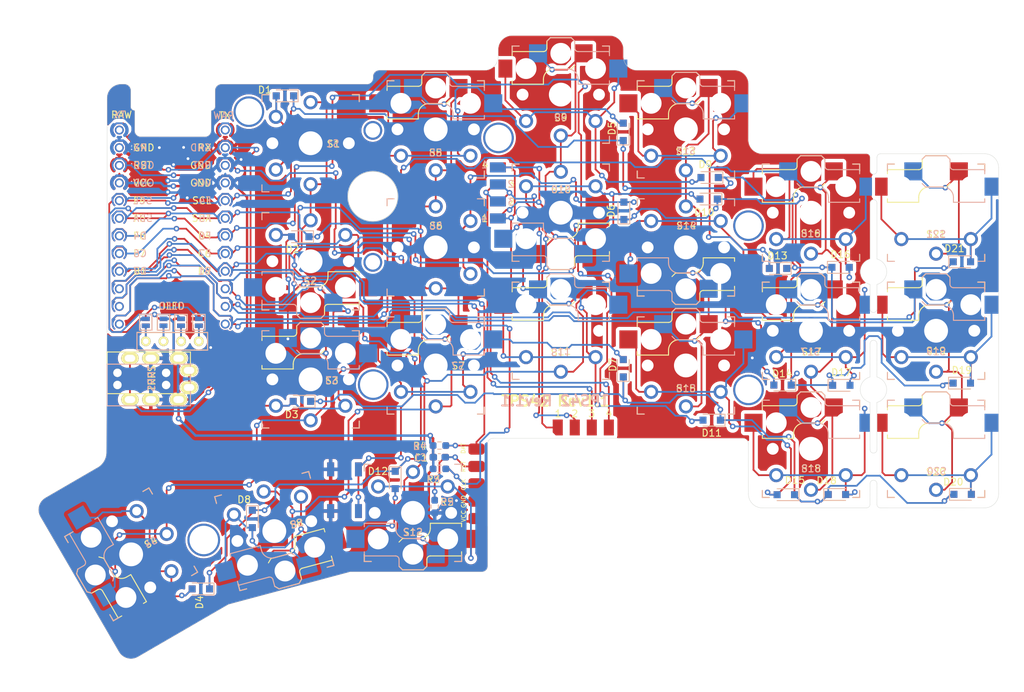
<source format=kicad_pcb>
(kicad_pcb (version 20221018) (generator pcbnew)
  (title_block (title "TPS42 Split Keyboard") (date "2021-11-13") (rev "1"))
  (layers (0 "F.Cu" signal) (31 "B.Cu" signal) (34 "B.Paste" user) (35 "F.Paste" user) (36 "B.SilkS" user "B.Silkscreen") (37 "F.SilkS" user "F.Silkscreen") (38 "B.Mask" user) (39 "F.Mask" user) (44 "Edge.Cuts" user))
  (property "Revision" "1.1")
  (net 0 "")
  (net 1 "Net-(J7-Pin_2)")
  (net 2 "VCC")
  (net 3 "Net-(D1-A)")
  (net 4 "ROW0")
  (net 5 "Net-(D2-A)")
  (net 6 "ROW1")
  (net 7 "Net-(D3-A)")
  (net 8 "ROW2")
  (net 9 "Net-(D4-A)")
  (net 10 "ROW3")
  (net 11 "Net-(D5-A)")
  (net 12 "Net-(D6-A)")
  (net 13 "Net-(D7-A)")
  (net 14 "Net-(D8-A)")
  (net 15 "Net-(D9-A)")
  (net 16 "Net-(D10-A)")
  (net 17 "Net-(D11-A)")
  (net 18 "Net-(D12-A)")
  (net 19 "Net-(D13-A)")
  (net 20 "Net-(D14-A)")
  (net 21 "Net-(D15-A)")
  (net 22 "Net-(D16-A)")
  (net 23 "Net-(D17-A)")
  (net 24 "Net-(D18-A)")
  (net 25 "Net-(D19-A)")
  (net 26 "Net-(D20-A)")
  (net 27 "SERIAL")
  (net 28 "GND")
  (net 29 "TP_CLK")
  (net 30 "TP_DATA")
  (net 31 "Net-(D21-A)")
  (net 32 "COL0")
  (net 33 "COL1")
  (net 34 "COL2")
  (net 35 "COL3")
  (net 36 "COL4")
  (net 37 "COL5")
  (net 38 "RESET")
  (net 39 "Net-(J3-Pin_1)")
  (net 40 "Net-(J3-Pin_2)")
  (net 41 "Net-(J3-Pin_3)")
  (net 42 "Net-(J3-Pin_4)")
  (net 43 "unconnected-(J1-PadA)")
  (net 44 "unconnected-(U1-RAW-Pad24)")
  (net 45 "unconnected-(U14-RAW-Pad24)")
  (net 46 "unconnected-(U1-TX0{slash}D3-Pad1)")
  (net 47 "unconnected-(U1-5{slash}C6-Pad8)")
  (net 48 "unconnected-(U14-TX0{slash}D3-Pad1)")
  (net 49 "unconnected-(U14-5{slash}C6-Pad8)")
  (net 50 "unconnected-(U1-4{slash}D4-Pad7)")
  (net 51 "unconnected-(U14-4{slash}D4-Pad7)")
  (net 52 "Net-(J2-Pin_1)")
  (net 53 "Net-(J2-Pin_2)")
  (net 54 "Net-(J2-Pin_3)")
  (net 55 "Net-(J2-Pin_4)")
  (net 56 "SCL")
  (net 57 "SDA")
  (footprint "TPS42:D_SOD-323_HandSoldering_Reversable" (layer "F.Cu") (at 206.1 101.31)
    (fp_text reference "D20")
    (fp_text value "D_Small" hide)
  )
  (footprint "TPS42:TPSensorModule_Connector" (layer "F.Cu") (at 139.22 57.9 180)
    (fp_text reference "J9" hide)
    (fp_text value "TP Sensor Module" hide)
  )
  (footprint "TPS42:Kailh_socket_PG1350_optional_reversible.kicad_mod" (layer "F.Cu") (at 166.275 82.75)
    (fp_text reference "S15")
    (fp_text value "Switch" hide)
  )
  (footprint "TPS42:Kailh_socket_PG1350_optional_reversible.kicad_mod" (layer "F.Cu") (at 112.274999 67.750001 180)
    (fp_text reference "S2")
    (fp_text value "Switch" hide)
  )
  (footprint "TPS42:Kailh_socket_PG1350_optional_reversible.kicad_mod" (layer "F.Cu") (at 202.275 94.75)
    (fp_text reference "S20")
    (fp_text value "Switch" hide)
  )
  (footprint "TPS42:Kailh_socket_PG1350_optional_reversible.kicad_mod" (layer "F.Cu") (at 107.05 106.6 -165)
    (fp_text reference "S8")
    (fp_text value "Switch" hide)
  )
  (footprint "TPS42:SMD-SW-4_5.1x5.1x2.5" (layer "F.Cu") (at 117.16 100.71 90)
    (fp_text reference "SW3" hide)
    (fp_text value "Reset" hide)
  )
  (footprint "kbd:OLED" (layer "F.Cu") (at 88.560489 79.2675)
    (fp_text reference "J2")
    (fp_text value "OLED" hide)
  )
  (footprint "TPS42:D_SOD-323_HandSoldering_Reversable" (layer "F.Cu") (at 103.89 104.85 -90)
    (fp_text reference "D8")
    (fp_text value "D_Small" hide)
  )
  (footprint "kbd:Jumper" (layer "F.Cu") (at 93.63 76.53 -90)
    (fp_text reference "JP2" hide)
    (fp_text value " ")
  )
  (footprint "TPS42:HOLE_M2_TH" (layer "F.Cu") (at 175.28 62.62)
    (fp_text reference "U7" hide)
    (fp_text value "Hole" hide)
  )
  (footprint "TPS42:D_SOD-323_HandSoldering_Reversable" (layer "F.Cu") (at 169.55 58.79 180)
    (fp_text reference "D10")
    (fp_text value "D_Small" hide)
  )
  (footprint "TPS42:D_SOD-323_HandSoldering_Reversable" (layer "F.Cu") (at 108.58 43.92 180)
    (fp_text reference "D1")
    (fp_text value "D_Small" hide)
  )
  (footprint "TPS42:Kailh_socket_PG1350_optional_reversible.kicad_mod" (layer "F.Cu") (at 184.275 60.75)
    (fp_text reference "S16")
    (fp_text value "Switch" hide)
  )
  (footprint "TPS42:SW_PG1350_reversible" (layer "F.Cu") (at 112.275 50.75 180)
    (fp_text reference "S1")
    (fp_text value "Switch" hide)
  )
  (footprint "TPS42:D_SOD-323_HandSoldering_Reversable" (layer "F.Cu") (at 180.18 85.57 180)
    (fp_text reference "D14")
    (fp_text value "D_Small" hide)
  )
  (footprint "kbd:Jumper" (layer "F.Cu") (at 91.11 76.53 -90)
    (fp_text reference "JP3" hide)
    (fp_text value " ")
  )
  (footprint "TPS42:D_SOD-323_HandSoldering_Reversable" (layer "F.Cu") (at 169.69 55.69 180)
    (fp_text reference "D9")
    (fp_text value "D_Small" hide)
  )
  (footprint "TPS42:R_0603_1608Metric_Pad0.98x0.95mm_HandSolder_Reversable" (layer "F.Cu") (at 130.81 94.28)
    (fp_text reference "R4")
    (fp_text value "4.7kΩ" hide)
  )
  (footprint "TPS42:HOLE_M2_TH" (layer "F.Cu") (at 96.9 107.88)
    (fp_text reference "U12" hide)
    (fp_text value "Hole" hide)
  )
  (footprint "TPS42:D_SOD-323_HandSoldering_Reversable" (layer "F.Cu") (at 188.01 101.33)
    (fp_text reference "D18")
    (fp_text value "D_Small" hide)
  )
  (footprint "TPS42:HOLE_M2_TH" (layer "F.Cu") (at 139.31 49.98)
    (fp_text reference "U8" hide)
    (fp_text value "Hole" hide)
  )
  (footprint "TPS42:D_SOD-323_HandSoldering_Reversable" (layer "F.Cu") (at 124.45 99.24 -90)
    (fp_text reference "D12")
    (fp_text value "D_Small" hide)
  )
  (footprint "TPS42:TPModule" (layer "F.Cu") (at 136.14 99.79)
    (fp_text reference "J7" hide)
    (fp_text value "TrackPoint" hide)
  )
  (footprint "TPS42:C_0603_1608Metric_Pad1.08x0.95mm_HandSolder_Reversable" (layer "F.Cu") (at 130.79 95.96)
    (fp_text reference "C1")
    (fp_text value "2.2uF" hide)
  )
  (footprint "TPS42:Kailh_socket_PG1350_optional_reversible.kicad_mod" (layer "F.Cu") (at 148.275 77.75)
    (fp_text reference "S11")
    (fp_text value "Switch" hide)
  )
  (footprint "kbd:MJ-4PP-9" (layer "F.Cu") (at 82.98 83.81 90)
    (fp_text reference "J1")
    (fp_text value "MJ-4PP-9" hide)
  )
  (footprint "TPS42:Kailh_socket_PG1350_optional_reversible.kicad_mod" (layer "F.Cu") (at 166.275 65.75 180)
    (fp_text reference "S14")
    (fp_text value "Switch" hide)
  )
  (footprint "TPS42:D_SOD-323_HandSoldering_Reversable" (layer "F.Cu") (at 157.27 83.15 90)
    (fp_text reference "D7")
    (fp_text value "D_Small" hide)
  )
  (footprint "TPS42:Kailh_socket_PG1350_optional_reversible.kicad_mod" (layer "F.Cu") (at 202.275 77.75)
    (fp_text reference "S19")
    (fp_text value "Switch" hide)
  )
  (footprint "TPS42:Kailh_socket_PG1350_optional_reversible.kicad_mod" (layer "F.Cu") (at 166.275 48.75)
    (fp_text reference "S13")
    (fp_text value "Switch" hide)
  )
  (footprint "TPS42:D_SOD-323_HandSoldering_Reversable" (layer "F.Cu") (at 169.99 90.62 180)
    (fp_text reference "D11")
    (fp_text value "D_Small" hide)
  )
  (footprint "TPS42:R_0603_1608Metric_Pad0.98x0.95mm_HandSolder_Reversable" (layer "F.Cu") (at 130.81 97.64)
    (fp_text reference "R3")
    (fp_text value "4.7kΩ" hide)
  )
  (footprint "TPS42:Kailh_socket_PG1350_optional_reversible.kicad_mod" (layer "F.Cu") (at 130.274999 82.750001)
    (fp_text reference "S7")
    (fp_text value "Switch" hide)
  )
  (footprint "TPS42:Kailh_socket_PG1350_optional_reversible.kicad_mod" (layer "F.Cu") (at 184.275 94.75)
    (fp_text reference "S18")
    (fp_text value "Switch" hide)
  )
  (footprint "kbd:Jumper" (layer "F.Cu") (at 88.55 76.53 -90)
    (fp_text reference "JP4" hide)
    (fp_text value " ")
  )
  (footprint "TPS42:D_SOD-323_HandSoldering_Reversable" (layer "F.Cu") (at 188.53 68.62)
    (fp_text reference "D16")
    (fp_text value "D_Small" hide)
  )
  (footprint "TPS42:D_SOD-323_HandSoldering_Reversable" (layer "F.Cu") (at 111.02 87.92 180)
    (fp_text reference "D3")
    (fp_text value "D_Small" hide)
  )
  (footprint "TPS42:Kailh_socket_PG1350_optional_reversible.kicad_mod" (layer "F.Cu") (at 148.275 60.75 180)
    (fp_text reference "S10")
    (fp_text value "Switch" hide)
  )
  (footprint "TPS42:D_SOD-323_HandSoldering_Reversable" (layer "F.Cu") (at 157.35 60.48 90)
    (fp_text reference "D6")
    (fp_text value "D_Small" hide)
  )
  (footprint "TPS42:D_SOD-323_HandSoldering_Reversable" (layer "F.Cu") (at 110.78 64.21 180)
    (fp_text reference "D2")
    (fp_text value "D_Small" hide)
  )
  (footprint "TPS42:Kailh_socket_PG1350_optional_reversible.kicad_mod" (layer "F.Cu") (at 184.275 77.75)
    (fp_text reference "S17")
    (fp_text value "Switch" hide)
  )
  (footprint "TPS42:HOLE_M2_TH" (layer "F.Cu") (at 121.28 85.51)
    (fp_text reference "U5" hide)
    (fp_text value "Hole" hide)
  )
  (footprint "TPS42:TPSensorModule_Connector" (layer "F.Cu") (at 151.51 91.68 90)
    (fp_text reference "J3" hide)
    (fp_text value "TP Sensor Module" hide)
  )
  (footprint "TPS42:Kailh_socket_PG1350_optional_reversible.kicad_mod" (layer "F.Cu") (at 130.274999 48.75)
    (fp_text reference "S5")
    (fp_text value "Switch" hide)
  )
  (footprint "TPS42:Kailh_socket_PG1350_optional_reversible.kicad_mod" (layer "F.Cu") (at 112.274999 84.750001)
    (fp_text reference "S3")
    (fp_text value "Switch" hide)
  )
  (footprint "TPS42:HOLE_M2_TH" (layer "F.Cu") (at 103.39 46.2)
    (fp_text reference "U9" hide)
    (fp_text value "Hole" hide)
  )
  (footprint "TPS42:TPSensorModule" (layer "F.Cu") (at 121.227683 58.4)
    (fp_text reference "U11" hide)
    (fp_text value "Hole" hide)
    (fp_circle (center 0 0) (end 3.6 0) (stroke (width 0.1)) (fill none) (layer "Edge.Cuts"))
  )
  (footprint "TPS42:D_SOD-323_HandSoldering_Reversable" (layer "F.Cu") (at 205.98 85.29)
    (fp_text reference "D19")
    (fp_text value "D_Small" hide)
  )
  (footprint "kbd:Jumper" (layer "F.Cu") (at 96.2 76.53 -90)
    (fp_text reference "JP1" hide)
    (fp_text value " ")
  )
  (footprint "TPS42:ProMicro_Flipped_v2_A" (layer "F.Cu") (at 92.37 61.56)
    (fp_text reference "U1" hide)
    (fp_text value "ProMicro" hide)
  )
  (footprint "TPS42:SW_PG1350_reversible" (layer "F.Cu") (at 130.275 65.75)
    (fp_text reference "S6" hide)
    (fp_text value "Switch" hide)
  )
  (footprint "TPS42:Kailh_socket_PG1350_optional_reversible.kicad_mod" (layer "F.Cu") (at 127 103.975 180)
    (fp_text reference "S12")
    (fp_text value "Switch" hide)
  )
  (footprint "TPS42:Kailh_socket_PG1350_125_optional_reversible.kicad_mod" (layer "F.Cu") (at 86.45 109.95 120)
    (fp_text reference "S4")
    (fp_text value "Switch" hide)
  )
  (footprint "TPS42:D_SOD-323_HandSoldering_Reversable" (layer "F.Cu") (at 188.64 85.61)
    (fp_text reference "D17")
    (fp_text value "D_Small" hide)
  )
  (footprint "TPS42:D_SOD-323_HandSoldering_Reversable" (layer "F.Cu") (at 205.99 67.82)
    (fp_text reference "D21")
    (fp_text value "D_Small" hide)
  )
  (footprint "TPS42:D_SOD-323_HandSoldering_Reversable" (layer "F.Cu") (at 180.65 101.36 180)
    (fp_text reference "D15")
    (fp_text value "D_Small" hide)
  )
  (footprint "TPS42:Kailh_socket_PG1350_optional_reversible.kicad_mod" (layer "F.Cu") (at 148.275 43.75)
    (fp_text reference "S9")
    (fp_text value "Switch" hide)
  )
  (footprint "TPS42:D_SOD-323_HandSoldering_Reversable" (layer "F.Cu") (at 96.48 114.92 180)
    (fp_text reference "D4")
    (fp_text value "D_Small" hide)
  )
  (footprint "TPS42:D_SOD-323_HandSoldering_Reversable" (layer "F.Cu") (at 157.26 49.11 90)
    (fp_text reference "D5")
    (fp_text value "D_Small" hide)
  )
  (footprint "TPS42:Kailh_socket_PG1350_optional_reversible.kicad_mod" (layer "F.Cu") (at 202.275 60.75)
    (fp_text reference "S21")
    (fp_text value "Switch" hide)
  )
  (footprint "TPS42:D_SOD-323_HandSoldering_Reversable" (layer "F.Cu") (at 179.53 68.78 180)
    (fp_text reference "D13")
    (fp_text value "D_Small" hide)
  )
  (footprint "TPS42:HOLE_M2_TH" (layer "F.Cu") (at 175.28 86.27)
    (fp_text reference "U4" hide)
    (fp_text value "Hole" hide)
  )
  (footprint "TPS42:R_0603_1608Metric_Pad0.98x0.95mm_HandSolder_Reversable" (layer "F.Cu") (at 130.13 103.07 -90)
    (fp_text reference "R5")
    (fp_text value "100kΩ" hide)
  )
  (footprint "kbd:Jumper" (layer "B.Cu") (at 91.11 76.53 -90)
    (fp_text reference "JP7" hide)
    (fp_text value " ")
  )
  (footprint "kbd:Jumper" (layer "B.Cu") (at 96.19 76.53 -90)
    (fp_text reference "JP5" hide)
    (fp_text value " ")
  )
  (footprint "kbd:Jumper" (layer "B.Cu") (at 93.63 76.53 -90)
    (fp_text reference "JP6" hide)
    (fp_text value " ")
  )
  (footprint "kbd:Jumper" (layer "B.Cu") (at 88.56 76.53 -90)
    (fp_text reference "JP8" hide)
    (fp_text value " ")
  )
  (footprint "TPS42:ProMicro_Flipped_v2_B" (layer "B.Cu") (at 92.37 61.56 180)
    (fp_text reference "U14" hide)
    (fp_text value "ProMicro" hide)
  )
  (footprint "TPS42:SMD-SW-4_5.1x5.1x2.5" (layer "B.Cu") (at 117.155 100.71 -90)
    (fp_text reference "SW2" hide)
    (fp_text value "Reset" hide)
  )
  (footprint "TPS42:TPSensorModule_Connector" (layer "B.Cu") (at 139.22 57.9 180)
    (fp_text reference "J4" hide)
    (fp_text value "TP Module" hide)
  )
  (gr_line (start 192.77 71.08) (end 192.77 74.62) (stroke (width 0.05)) (layer "Edge.Cuts"))
  (gr_line (start 193.77 52.77) (end 193.77 54.71) (stroke (width 0.05)) (layer "Edge.Cuts"))
  (gr_arc (start 97.961802 48.921802) (mid 97.698198 49.558198) (end 97.061802 49.821802) (stroke (width 0.05)) (layer "Edge.Cuts"))
  (gr_arc (start 87.858198 49.818198) (mid 87.221802 49.554594) (end 86.958198 48.918198) (stroke (width 0.05)) (layer "Edge.Cuts"))
  (gr_line (start 100.45 117.15) (end 87.427637 124.700199) (stroke (width 0.05)) (layer "Edge.Cuts"))
  (gr_arc (start 86.960087 46.030087) (mid 86.556975 45.863112) (end 86.39 45.46) (stroke (width 0.05)) (layer "Edge.Cuts"))
  (gr_arc (start 82.9 95.27) (mid 82.595796 96.451837) (end 81.774214 97.354214) (stroke (width 0.05)) (layer "Edge.Cuts"))
  (gr_arc (start 192.766447 102.756447) (mid 192.62 103.11) (end 192.266447 103.256447) (stroke (width 0.05)) (layer "Edge.Cuts"))
  (gr_line (start 81.774214 97.354214) (end 74.131851 101.795588) (stroke (width 0.05)) (layer "Edge.Cuts"))
  (gr_arc (start 173.275786 40.244214) (mid 174.69 40.83) (end 175.275786 42.244214) (stroke (width 0.05)) (layer "Edge.Cuts"))
  (gr_line (start 98.533778 43.163604) (end 98.533778 45.463604) (stroke (width 0.05)) (layer "Edge.Cuts"))
  (gr_arc (start 85.49 42.250001) (mid 86.126396 42.513605) (end 86.39 43.150001) (stroke (width 0.05)) (layer "Edge.Cuts"))
  (gr_arc (start 193.77 74.62) (mid 193.27 75.12) (end 192.77 74.62) (stroke (width 0.05)) (layer "Edge.Cuts"))
  (gr_line (start 159.28 40.25) (end 173.275786 40.244214) (stroke (width 0.05)) (layer "Edge.Cuts"))
  (gr_arc (start 192.765494 88.07) (mid 191.363961 86.24) (end 192.765494 84.41) (stroke (width 0.05)) (layer "Edge.Cuts"))
  (gr_line (start 86.39 43.150001) (end 86.39 45.46) (stroke (width 0.05)) (layer "Edge.Cuts"))
  (gr_line (start 84.990001 42.250001) (end 85.49 42.250001) (stroke (width 0.05)) (layer "Edge.Cuts"))
  (gr_line (start 138.535685 93.23) (end 174.474315 93.23) (stroke (width 0.05)) (layer "Edge.Cuts"))
  (gr_line (start 211.27 54.264214) (end 211.27 101.25) (stroke (width 0.05)) (layer "Edge.Cuts"))
  (gr_line (start 192.766447 102.756447) (end 192.77 99.77) (stroke (width 0.05)) (layer "Edge.Cuts"))
  (gr_line (start 177.264214 52.27) (end 192.27 52.27) (stroke (width 0.05)) (layer "Edge.Cuts"))
  (gr_line (start 193.77 74.62) (end 193.768467 71.08) (stroke (width 0.05)) (layer "Edge.Cuts"))
  (gr_arc (start 192.77 59.37) (mid 193.27 58.87) (end 193.77 59.37) (stroke (width 0.05)) (layer "Edge.Cuts"))
  (gr_line (start 193.77 59.37) (end 193.768467 67.42) (stroke (width 0.05)) (layer "Edge.Cuts"))
  (gr_arc (start 193.77 94.87) (mid 193.27 95.37) (end 192.77 94.87) (stroke (width 0.05)) (layer "Edge.Cuts"))
  (gr_arc (start 193.77 52.77) (mid 193.916447 52.416447) (end 194.27 52.27) (stroke (width 0.05)) (layer "Edge.Cuts"))
  (gr_line (start 157.28 37.25) (end 157.28 38.25) (stroke (width 0.05)) (layer "Edge.Cuts"))
  (gr_arc (start 192.27 52.27) (mid 192.623553 52.416447) (end 192.77 52.77) (stroke (width 0.05)) (layer "Edge.Cuts"))
  (gr_arc (start 193.768467 67.42) (mid 195.17 69.25) (end 193.768467 71.08) (stroke (width 0.05)) (layer "Edge.Cuts"))
  (gr_line (start 137.74 111.65) (end 137.735685 94.03) (stroke (width 0.05)) (layer "Edge.Cuts"))
  (gr_line (start 73.399801 104.527638) (end 84.695587 123.968149) (stroke (width 0.05)) (layer "Edge.Cuts"))
  (gr_arc (start 98.533778 43.163604) (mid 98.796569 42.52238) (end 99.433778 42.25) (stroke (width 0.05)) (layer "Edge.Cuts"))
  (gr_arc (start 177.270001 103.255786) (mid 175.855787 102.67) (end 175.270001 101.255786) (stroke (width 0.05)) (layer "Edge.Cuts"))
  (gr_arc (start 139.28 37.25) (mid 139.865786 35.835786) (end 141.28 35.25) (stroke (width 0.05)) (layer "Edge.Cuts"))
  (gr_line (start 136.94 112.45) (end 118 112.45) (stroke (width 0.05)) (layer "Edge.Cuts"))
  (gr_line (start 122.17 40.25) (end 137.275786 40.25) (stroke (width 0.05)) (layer "Edge.Cuts"))
  (gr_arc (start 192.77 99.77) (mid 193.27 99.27) (end 193.77 99.77) (stroke (width 0.05)) (layer "Edge.Cuts"))
  (gr_line (start 192.266447 103.256447) (end 177.270001 103.255786) (stroke (width 0.05)) (layer "Edge.Cuts"))
  (gr_line (start 82.990001 44.250001) (end 82.986396 77.153604) (stroke (width 0.05)) (layer "Edge.Cuts"))
  (gr_arc (start 137.74 111.65) (mid 137.505685 112.215685) (end 136.94 112.45) (stroke (width 0.05)) (layer "Edge.Cuts"))
  (gr_line (start 175.275786 42.244214) (end 175.264214 50.27) (stroke (width 0.05)) (layer "Edge.Cuts"))
  (gr_line (start 193.77 99.77) (end 193.763553 102.756447) (stroke (width 0.05)) (layer "Edge.Cuts"))
  (gr_line (start 209.27 103.25) (end 194.263553 103.256447) (stroke (width 0.05)) (layer "Edge.Cuts"))
  (gr_arc (start 177.264214 52.27) (mid 175.85 51.684214) (end 175.264214 50.27) (stroke (width 0.05)) (layer "Edge.Cuts"))
  (gr_arc (start 121.27 41.15) (mid 121.533604 40.513604) (end 122.17 40.25) (stroke (width 0.05)) (layer "Edge.Cuts"))
  (gr_line (start 194.27 52.27) (end 209.27 52.264214) (stroke (width 0.05)) (layer "Edge.Cuts"))
  (gr_line (start 87.858198 49.818198) (end 97.061802 49.821802) (stroke (width 0.05)) (layer "Edge.Cuts"))
  (gr_arc (start 194.263553 103.256447) (mid 193.91 103.11) (end 193.763553 102.756447) (stroke (width 0.05)) (layer "Edge.Cuts"))
  (gr_line (start 118 112.45) (end 100.45 117.15) (stroke (width 0.05)) (layer "Edge.Cuts"))
  (gr_arc (start 73.399801 104.527638) (mid 73.2 103.01) (end 74.131851 101.795588) (stroke (width 0.05)) (layer "Edge.Cuts"))
  (gr_arc (start 155.28 35.25) (mid 156.694214 35.835786) (end 157.28 37.25) (stroke (width 0.05)) (layer "Edge.Cuts"))
  (gr_arc (start 137.735685 94.03) (mid 137.97 93.464315) (end 138.535685 93.23) (stroke (width 0.05)) (layer "Edge.Cuts"))
  (gr_arc (start 139.275786 38.25) (mid 138.69 39.664214) (end 137.275786 40.25) (stroke (width 0.05)) (layer "Edge.Cuts"))
  (gr_arc (start 98.533778 45.463604) (mid 98.366803 45.866716) (end 97.963691 46.033691) (stroke (width 0.05)) (layer "Edge.Cuts"))
  (gr_arc (start 192.77 71.08) (mid 191.368467 69.25) (end 192.77 67.42) (stroke (width 0.05)) (layer "Edge.Cuts"))
  (gr_arc (start 87.427637 124.700199) (mid 85.909999 124.9) (end 84.695587 123.968149) (stroke (width 0.05)) (layer "Edge.Cuts"))
  (gr_arc (start 211.27 101.25) (mid 210.684214 102.664214) (end 209.27 103.25) (stroke (width 0.05)) (layer "Edge.Cuts"))
  (gr_line (start 175.274315 94.03) (end 175.270001 101.255786) (stroke (width 0.05)) (layer "Edge.Cuts"))
  (gr_line (start 99.433778 42.25) (end 120.37 42.25) (stroke (width 0.05)) (layer "Edge.Cuts"))
  (gr_line (start 139.275786 38.25) (end 139.28 37.25) (stroke (width 0.05)) (layer "Edge.Cuts"))
  (gr_arc (start 174.474315 93.23) (mid 175.04 93.464315) (end 175.274315 94.03) (stroke (width 0.05)) (layer "Edge.Cuts"))
  (gr_line (start 141.28 35.25) (end 155.28 35.25) (stroke (width 0.05)) (layer "Edge.Cuts"))
  (gr_arc (start 159.28 40.25) (mid 157.865786 39.664214) (end 157.28 38.25) (stroke (width 0.05)) (layer "Edge.Cuts"))
  (gr_line (start 121.27 41.15) (end 121.27 41.35) (stroke (width 0.05)) (layer "Edge.Cuts"))
  (gr_arc (start 82.990001 44.250001) (mid 83.575787 42.835787) (end 84.990001 42.250001) (stroke (width 0.05)) (layer "Edge.Cuts"))
  (gr_line (start 192.77 94.87) (end 192.765494 88.07) (stroke (width 0.05)) (layer "Edge.Cuts"))
  (gr_line (start 192.765494 84.41) (end 192.77 79.62) (stroke (width 0.05)) (layer "Edge.Cuts"))
  (gr_line (start 82.9 95.27) (end 82.986396 77.153604) (stroke (width 0.05)) (layer "Edge.Cuts"))
  (gr_arc (start 209.27 52.264214) (mid 210.684214 52.85) (end 211.27 54.264214) (stroke (width 0.05)) (layer "Edge.Cuts"))
  (gr_line (start 192.77 67.42) (end 192.77 59.37) (stroke (width 0.05)) (layer "Edge.Cuts"))
  (gr_arc (start 192.77 79.62) (mid 193.27 79.12) (end 193.77 79.62) (stroke (width 0.05)) (layer "Edge.Cuts"))
  (gr_line (start 86.960087 46.030087) (end 86.958198 48.918198) (stroke (width 0.05)) (layer "Edge.Cuts"))
  (gr_line (start 97.963691 46.033691) (end 97.961802 48.921802) (stroke (width 0.05)) (layer "Edge.Cuts"))
  (gr_line (start 193.77 94.87) (end 193.763961 88.07) (stroke (width 0.05)) (layer "Edge.Cuts"))
  (gr_arc (start 121.27 41.35) (mid 121.006396 41.986396) (end 120.37 42.25) (stroke (width 0.05)) (layer "Edge.Cuts"))
  (gr_line (start 192.77 54.71) (end 192.77 52.77) (stroke (width 0.05)) (layer "Edge.Cuts"))
  (gr_arc (start 193.77 54.71) (mid 193.27 55.21) (end 192.77 54.71) (stroke (width 0.05)) (layer "Edge.Cuts"))
  (gr_line (start 193.77 79.62) (end 193.763961 84.41) (stroke (width 0.05)) (layer "Edge.Cuts"))
  (gr_arc (start 193.763961 84.41) (mid 195.165494 86.24) (end 193.763961 88.07) (stroke (width 0.05)) (layer "Edge.Cuts"))
  (gr_text "4" (at 137.26 61.55) (layer "B.SilkS") (effects (font (size 1 1)) (justify mirror)))
  (gr_text "R3" (at 129.95 99.15) (layer "B.SilkS") (effects (font (size 1 1)) (justify mirror)))
  (gr_text "TPS42 Rev1.1" (at 147.33 87.83) (layer "B.SilkS") (effects (font (size 1.5 1.5) (thickness 0.3)) (justify mirror)))
  (gr_text "R4" (at 127.99 94.29 -180) (layer "B.SilkS") (effects (font (size 1 1)) (justify mirror)))
  (gr_text "2" (at 141.1 56.64) (layer "B.SilkS") (effects (font (size 1 1)) (justify mirror)))
  (gr_text "C1" (at 128.01 96) (layer "B.SilkS") (effects (font (size 1 1)) (justify mirror)))
  (gr_text "1" (at 137.3 53.85) (layer "B.SilkS") (effects (font (size 1 1)) (justify mirror)))
  (gr_text "R5" (at 131.94 102.42) (layer "B.SilkS") (effects (font (size 1 1)) (justify mirror)))
  (gr_text "3" (at 141.12 59.23) (layer "B.SilkS") (effects (font (size 1 1)) (justify mirror)))
  (gr_text "S6" (at 130.32 62.64) (layer "F.SilkS") (effects (font (size 1 1))))
  (gr_text "4" (at 137.37 53.88) (layer "F.SilkS") (effects (font (size 1 1))))
  (gr_text "3" (at 152.71 89.68) (layer "F.SilkS") (effects (font (size 1 1))))
  (gr_text "RST" (at 134.26 97.3 90) (layer "F.SilkS") (effects (font (size 0.6 0.6) (thickness 0.1))))
  (gr_text "4" (at 155.2 89.63) (layer "F.SilkS") (effects (font (size 1 1))))
  (gr_text "1" (at 147.89 89.69) (layer "F.SilkS") (effects (font (size 1 1))))
  (gr_text "2" (at 150.28 89.7) (layer "F.SilkS") (effects (font (size 1 1))))
  (gr_text "2" (at 141.17 59.18) (layer "F.SilkS") (effects (font (size 1 1))))
  (gr_text "1" (at 137.33 61.58) (layer "F.SilkS") (effects (font (size 1 1))))
  (gr_text "VCC" (at 134.28 104.44 90) (layer "F.SilkS") (effects (font (size 0.6 0.6) (thickness 0.1))))
  (gr_text "CLK" (at 134.29 99.9 90) (layer "F.SilkS") (effects (font (size 0.6 0.6) (thickness 0.1))))
  (gr_text "3" (at 141.17 56.64) (layer "F.SilkS") (effects (font (size 1 1))))
  (gr_text "GND" (at 134.28 102.35 90) (layer "F.SilkS") (effects (font (size 0.6 0.6) (thickness 0.1))))
  (gr_text "DAT" (at 134.25 94.68 90) (layer "F.SilkS") (effects (font (size 0.6 0.6) (thickness 0.1))))
  (gr_text "TPS42 Rev1.1" (at 147.51 87.86) (layer "F.SilkS") (effects (font (size 1.5 1.5) (thickness 0.3))))
  (segment (start 130.81 96.75) (end 130.81 98.75) (width 0.25) (layer "F.Cu") (net 1))
  (segment (start 131.6 95.96) (end 130.81 96.75) (width 0.25) (layer "F.Cu") (net 1))
  (segment (start 133.07 95.96) (end 134.4 97.29) (width 0.25) (layer "F.Cu") (net 1))
  (segment (start 130.81 98.75) (end 130.13 99.43) (width 0.25) (layer "F.Cu") (net 1))
  (segment (start 134.4 97.29) (end 136.14 97.29) (width 0.25) (layer "F.Cu") (net 1))
  (segment (start 131.6525 95.96) (end 131.6 95.96) (width 0.25) (layer "F.Cu") (net 1))
  (segment (start 130.13 99.43) (end 130.13 100.92) (width 0.25) (layer "F.Cu") (net 1))
  (segment (start 131.6525 95.96) (end 133.07 95.96) (width 0.25) (layer "F.Cu") (net 1))
  (segment (start 130.13 100.92) (end 130.13 102.1575) (width 0.25) (layer "F.Cu") (net 1))
  (via (at 133.07 95.96) (size 0.8) (drill 0.4) (layers "F.Cu" "B.Cu") (net 1))
  (via (at 130.13 100.92) (size 0.8) (drill 0.4) (layers "F.Cu" "B.Cu") (net 1))
  (segment (start 131.6525 95.96) (end 133.07 95.96) (width 0.25) (layer "B.Cu") (net 1))
  (segment (start 130.13 100.92) (end 130.13 102.1575) (width 0.25) (layer "B.Cu") (net 1))
  (segment (start 99.6 79.632894) (end 99.6 83.892894) (width 0.35) (layer "F.Cu") (net 2))
  (segment (start 100.565489 55.445489) (end 101.09 55.97) (width 0.35) (layer "F.Cu") (net 2))
  (segment (start 129.8975 93.2575) (end 129.49 92.85) (width 0.35) (layer "F.Cu") (net 2))
  (segment (start 93.28 90.4) (end 93.28 87.66) (width 0.35) (layer "F.Cu") (net 2))
  (segment (start 92.566989 76.171131) (end 92.7085 76.02962) (width 0.35) (layer "F.Cu") (net 2))
  (segment (start 129.8975 95.93) (end 129.9275 95.96) (width 0.35) (layer "F.Cu") (net 2))
  (segment (start 101.09 56.47) (end 103.13355 58.51355) (width 0.35) (layer "F.Cu") (net 2))
  (segment (start 129.994694 105.2009) (end 129.28 104.486206) (width 0.35) (layer "F.Cu") (net 2))
  (segment (start 98.89 56.47) (end 98.89 56.121122) (width 0.35) (layer "F.Cu") (net 2))
  (segment (start 129.8975 94.28) (end 129.8975 93.2575) (width 0.35) (layer "F.Cu") (net 2))
  (segment (start 99.565633 55.445489) (end 100.565489 55.445489) (width 0.35) (layer "F.Cu") (net 2))
  (segment (start 103.13355 77.709344) (end 101.733855 79.109039) (width 0.35) (layer "F.Cu") (net 2))
  (segment (start 129.28 98.2575) (end 129.8975 97.64) (width 0.35) (layer "F.Cu") (net 2))
  (segment (start 103.13355 58.51355) (end 103.13355 77.709344) (width 0.35) (layer "F.Cu") (net 2))
  (segment (start 97.637894 85.855) (end 97.248984 85.855) (width 0.35) (layer "F.Cu") (net 2))
  (segment (start 92.566989 80.996989) (end 92.566989 76.171131) (width 0.35) (layer "F.Cu") (net 2))
  (segment (start 99.6 83.892894) (end 97.637894 85.855) (width 0.35) (layer "F.Cu") (net 2))
  (segment (start 129.9275 95.96) (end 129.9275 97.61) (width 0.35) (layer "F.Cu") (net 2))
  (segment (start 101.733855 79.109039) (end 100.123854 79.109039) (width 0.35) (layer "F.Cu") (net 2))
  (segment (start 92.529674 56.924432) (end 98.435568 56.924432) (width 0.35) (layer "F.Cu") (net 2))
  (segment (start 98.89 56.121122) (end 99.565633 55.445489) (width 0.35) (layer "F.Cu") (net 2))
  (segment (start 136.14 104.79) (end 135.7291 105.2009) (width 0.35) (layer "F.Cu") (net 2))
  (segment (start 97.248984 85.855) (end 96.795 86.308984) (width 0.35) (layer "F.Cu") (net 2))
  (segment (start 96.795 86.308984) (end 96.795 86.535) (width 0.35) (layer "F.Cu") (net 2))
  (segment (start 129.9275 97.61) (end 129.8975 97.64) (width 0.35) (layer "F.Cu") (net 2))
  (segment (start 98.435568 56.924432) (end 98.89 56.47) (width 0.35) (layer "F.Cu") (net 2))
  (segment (start 93.28 81.71) (end 92.566989 80.996989) (width 0.35) (layer "F.Cu") (net 2))
  (segment (start 95.67 87.66) (end 93.28 87.66) (width 0.35) (layer "F.Cu") (net 2))
  (segment (start 92.7085 76.02962) (end 93.63 76.02962) (width 0.35) (layer "F.Cu") (net 2))
  (segment (start 129.8975 94.28) (end 129.8975 95.93) (width 0.35) (layer "F.Cu") (net 2))
  (segment (start 129.28 104.486206) (end 129.28 98.2575) (width 0.35) (layer "F.Cu") (net 2))
  (segment (start 135.7291 105.2009) (end 129.994694 105.2009) (width 0.35) (layer "F.Cu") (net 2))
  (segment (start 96.795 86.535) (end 95.67 87.66) (width 0.35) (layer "F.Cu") (net 2))
  (segment (start 101.09 55.97) (end 101.09 56.47) (width 0.35) (layer "F.Cu") (net 2))
  (segment (start 100.123854 79.109039) (end 99.6 79.632894) (width 0.35) (layer "F.Cu") (net 2))
  (via (at 93.28 90.4) (size 0.8) (drill 0.4) (layers "F.Cu" "B.Cu") (net 2))
  (via (at 129.49 92.85) (size 0.8) (drill 0.4) (layers "F.Cu" "B.Cu") (net 2))
  (via (at 92.529674 56.924432) (size 0.8) (drill 0.4) (layers "F.Cu" "B.Cu") (net 2))
  (segment (start 92.566989 76.565109) (end 92.0315 76.02962) (width 0.35) (layer "B.Cu") (net 2))
  (segment (start 129.49 93.8725) (end 129.8975 94.28) (width 0.35) (layer "B.Cu") (net 2))
  (segment (start 92.515242 56.91) (end 91.18 56.91) (width 0.35) (layer "B.Cu") (net 2))
  (segment (start 129.8975 95.93) (end 129.9275 95.96) (width 0.35) (layer "B.Cu") (net 2))
  (segment (start 91.18 56.91) (end 90.74 56.47) (width 0.35) (layer "B.Cu") (net 2))
  (segment (start 95.73 92.85) (end 93.28 90.4) (width 0.35) (layer "B.Cu") (net 2))
  (segment (start 129.49 92.85) (end 129.49 93.8725) (width 0.35) (layer "B.Cu") (net 2))
  (segment (start 129.49 92.85) (end 95.73 92.85) (width 0.35) (layer "B.Cu") (net 2))
  (segment (start 85.85 56.121122) (end 85.85 56.47) (width 0.35) (layer "B.Cu") (net 2))
  (segment (start 93.205 81.785) (end 93.28 81.71) (width 0.35) (layer "B.Cu") (net 2))
  (segment (start 93.28 81.71) (end 92.566989 80.996989) (width 0.35) (layer "B.Cu") (net 2))
  (segment (start 84.351122 55.42) (end 85.148878 55.42) (width 0.35) (layer "B.Cu") (net 2))
  (segment (start 129.8975 94.28) (end 129.8975 95.93) (width 0.35) (layer "B.Cu") (net 2))
  (segment (start 92.566989 80.996989) (end 92.566989 76.565109) (width 0.35) (layer "B.Cu") (net 2))
  (segment (start 92.529674 56.924432) (end 92.515242 56.91) (width 0.35) (layer "B.Cu") (net 2))
  (segment (start 93.205 87.585) (end 93.205 81.785) (width 0.35) (layer "B.Cu") (net 2))
  (segment (start 90.74 56.47) (end 85.85 56.47) (width 0.35) (layer "B.Cu") (net 2))
  (segment (start 93.28 87.66) (end 93.205 87.585) (width 0.35) (layer "B.Cu") (net 2))
  (segment (start 85.148878 55.42) (end 85.85 56.121122) (width 0.35) (layer "B.Cu") (net 2))
  (segment (start 92.0315 76.02962) (end 91.11 76.02962) (width 0.35) (layer "B.Cu") (net 2))
  (segment (start 129.9275 95.96) (end 129.9275 97.61) (width 0.35) (layer "B.Cu") (net 2))
  (segment (start 129.9275 97.61) (end 129.8975 97.64) (width 0.35) (layer "B.Cu") (net 2))
  (segment (start 83.65 56.121122) (end 84.351122 55.42) (width 0.35) (layer "B.Cu") (net 2))
  (segment (start 83.65 56.47) (end 83.65 56.121122) (width 0.35) (layer "B.Cu") (net 2))
  (segment (start 107.33 46.895) (end 107.275 46.95) (width 0.25) (layer "F.Cu") (net 3))
  (segment (start 107.33 43.92) (end 107.33 46.895) (width 0.25) (layer "F.Cu") (net 3))
  (segment (start 108.31 47.985) (end 108.31 53.515) (width 0.25) (layer "F.Cu") (net 3))
  (segment (start 108.31 53.515) (end 107.275 54.55) (width 0.25) (layer "F.Cu") (net 3))
  (segment (start 107.275 46.95) (end 108.31 47.985) (width 0.25) (layer "F.Cu") (net 3))
  (segment (start 107.33 46.895) (end 107.275 46.95) (width 0.25) (layer "B.Cu") (net 3))
  (segment (start 107.33 43.92) (end 107.33 46.895) (width 0.25) (layer "B.Cu") (net 3))
  (segment (start 99.015 59.01) (end 99.015 58.606832) (width 0.25) (layer "F.Cu") (net 4))
  (segment (start 198.41 75.78) (end 199.22 74.97) (width 0.25) (layer "F.Cu") (net 4))
  (segment (start 157.54 57.23) (end 157.26 56.95) (width 0.25) (layer "F.Cu") (net 4))
  (segment (start 203.84 68.72) (end 204.74 67.82) (width 0.25) (layer "F.Cu") (net 4))
  (segment (start 99.586343 58.035489) (end 100.393657 58.035489) (width 0.25) (layer "F.Cu") (net 4))
  (segment (start 100.393657 58.035489) (end 100.965 58.606832) (width 0.25) (layer "F.Cu") (net 4))
  (segment (start 181.83 68.78) (end 181.96 68.65) (width 0.25) (layer "F.Cu") (net 4))
  (segment (start 199.22 74.97) (end 199.22 69.16) (width 0.25) (layer "F.Cu") (net 4))
  (segment (start 199.22 69.16) (end 199.47 68.91) (width 0.25) (layer "F.Cu") (net 4))
  (segment (start 99.015 58.606832) (end 99.586343 58.035489) (width 0.25) (layer "F.Cu") (net 4))
  (segment (start 100.965 58.606832) (end 100.965 59.01) (width 0.25) (layer "F.Cu") (net 4))
  (segment (start 157.26 51.58) (end 157.26 50.36) (width 0.25) (layer "F.Cu") (net 4))
  (segment (start 157.26 56.95) (end 157.26 51.58) (width 0.25) (layer "F.Cu") (net 4))
  (segment (start 170.94 55.69) (end 171.91 55.69) (width 0.25) (layer "F.Cu") (net 4))
  (segment (start 181.96 68.3) (end 181.96 68.65) (width 0.25) (layer "F.Cu") (net 4))
  (segment (start 180.78 68.78) (end 181.83 68.78) (width 0.25) (layer "F.Cu") (net 4))
  (segment (start 93.34 57.84) (end 97.845 57.84) (width 0.25) (layer "F.Cu") (net 4))
  (segment (start 187.28 68.62) (end 185.89 68.62) (width 0.25) (layer "F.Cu") (net 4))
  (segment (start 109.05 58.05) (end 109.45 57.65) (width 0.25) (layer "F.Cu") (net 4))
  (segment (start 171.91 55.69) (end 172.72 56.5) (width 0.25) (layer "F.Cu") (net 4))
  (segment (start 100.965 59.005) (end 101.7 58.27) (width 0.25) (layer "F.Cu") (net 4))
  (segment (start 109.45 57.65) (end 109.45 46.17) (width 0.25) (layer "F.Cu") (net 4))
  (segment (start 181.62952 67.96952) (end 181.96 68.3) (width 0.25) (layer "F.Cu") (net 4))
  (segment (start 182.0545 58.2) (end 181.62952 58.62498) (width 0.25) (layer "F.Cu") (net 4))
  (segment (start 97.845 57.84) (end 99.015 59.01) (width 0.25) (layer "F.Cu") (net 4))
  (segment (start 109.45 46.17) (end 109.83 45.79) (width 0.25) (layer "F.Cu") (net 4))
  (segment (start 92.55 58.63) (end 93.34 57.84) (width 0.25) (layer "F.Cu") (net 4))
  (segment (start 109.83 45.79) (end 109.83 43.92) (width 0.25) (layer "F.Cu") (net 4))
  (segment (start 203.42 68.72) (end 203.84 68.72) (width 0.25) (layer "F.Cu") (net 4))
  (segment (start 181.62952 58.62498) (end 181.62952 67.96952) (width 0.25) (layer "F.Cu") (net 4))
  (segment (start 100.965 59.01) (end 100.965 59.005) (width 0.25) (layer "F.Cu") (net 4))
  (via (at 182.0545 58.2) (size 0.8) (drill 0.4) (layers "F.Cu" "B.Cu") (net 4))
  (via (at 199.47 68.91) (size 0.8) (drill 0.4) (layers "F.Cu" "B.Cu") (net 4))
  (via (at 181.96 68.65) (size 0.8) (drill 0.4) (layers "F.Cu" "B.Cu") (net 4))
  (via (at 157.54 57.23) (size 0.8) (drill 0.4) (layers "F.Cu" "B.Cu") (net 4))
  (via (at 172.72 56.5) (size 0.8) (drill 0.4) (layers "F.Cu" "B.Cu") (net 4))
  (via (at 157.26 51.58) (size 0.8) (drill 0.4) (layers "F.Cu" "B.Cu") (net 4))
  (via (at 185.89 68.62) (size 0.8) (drill 0.4) (layers "F.Cu" "B.Cu") (net 4))
  (via (at 203.42 68.72) (size 0.8) (drill 0.4) (layers "F.Cu" "B.Cu") (net 4))
  (via (at 109.83 45.79) (size 0.8) (drill 0.4) (layers "F.Cu" "B.Cu") (net 4))
  (via (at 198.41 75.78) (size 0.8) (drill 0.4) (layers "F.Cu" "B.Cu") (net 4))
  (via (at 109.05 58.05) (size 0.8) (drill 0.4) (layers "F.Cu" "B.Cu") (net 4))
  (via (at 92.55 58.63) (size 0.8) (drill 0.4) (layers "F.Cu" "B.Cu") (net 4))
  (via (at 101.7 58.27) (size 0.8) (drill 0.4) (layers "F.Cu" "B.Cu") (net 4))
  (segment (start 141.14 46.85) (end 132.11 46.85) (width 0.25) (layer "B.Cu") (net 4))
  (segment (start 181.3345 58.92) (end 177.68 58.92) (width 0.25) (layer "B.Cu") (net 4))
  (segment (start 145.03 51.28) (end 141.81 48.06) (width 0.25) (layer "B.Cu") (net 4))
  (segment (start 181.96 68.65) (end 181.83 68.78) (width 0.25) (layer "B.Cu") (net 4))
  (segment (start 85.235489 58.035489) (end 85.725 58.525) (width 0.25) (layer "B.Cu") (net 4))
  (segment (start 203.84 68.72) (end 204.74 67.82) (width 0.25) (layer "B.Cu") (net 4))
  (segment (start 92.55 58.63) (end 86.105 58.63) (width 0.25) (layer "B.Cu") (net 4))
  (segment (start 109.05 58.05) (end 108.84 58.26) (width 0.25) (layer "B.Cu") (net 4))
  (segment (start 132.11 46.85) (end 131.69 46.43) (width 0.25) (layer "B.Cu") (net 4))
  (segment (start 199.66 68.72) (end 203.42 68.72) (width 0.25) (layer "B.Cu") (net 4))
  (segment (start 182.0545 58.2) (end 181.3345 58.92) (width 0.25) (layer "B.Cu") (net 4))
  (segment (start 198.1 76.09) (end 187.57 76.09) (width 0.25) (layer "B.Cu") (net 4))
  (segment (start 110.69 45.79) (end 109.83 45.79) (width 0.25) (layer "B.Cu") (net 4))
  (segment (start 108.84 58.26) (end 101.71 58.26) (width 0.25) (layer "B.Cu") (net 4))
  (segment (start 84.346343 58.035489) (end 85.235489 58.035489) (width 0.25) (layer "B.Cu") (net 4))
  (segment (start 83.775 58.606832) (end 84.346343 58.035489) (width 0.25) (layer "B.Cu") (net 4))
  (segment (start 181.83 68.78) (end 180.78 68.78) (width 0.25) (layer "B.Cu") (net 4))
  (segment (start 141.81 48.06) (end 141.81 47.52) (width 0.25) (layer "B.Cu") (net 4))
  (segment (start 126.97 47) (end 126.87 47.1) (width 0.25) (layer "B.Cu") (net 4))
  (segment (start 126.87 47.1) (end 123.52 47.1) (width 0.25) (layer "B.Cu") (net 4))
  (segment (start 141.81 47.52) (end 141.14 46.85) (width 0.25) (layer "B.Cu") (net 4))
  (segment (start 111.44 46.54) (end 110.69 45.79) (width 0.25) (layer "B.Cu") (net 4))
  (segment (start 171.91 55.69) (end 172.72 56.5) (width 0.25) (layer "B.Cu") (net 4))
  (segment (start 109.83 43.92) (end 109.83 45.79) (width 0.25) (layer "B.Cu") (net 4))
  (segment (start 199.47 68.91) (end 199.66 68.72) (width 0.25) (layer "B.Cu") (net 4))
  (segment (start 177.68 58.92) (end 174.45 55.69) (width 0.25) (layer "B.Cu") (net 4))
  (segment (start 86.105 58.63) (end 85.725 59.01) (width 0.25) (layer "B.Cu") (net 4))
  (segment (start 101.71 58.26) (end 101.7 58.27) (width 0.25) (layer "B.Cu") (net 4))
  (segment (start 127.44 46.43) (end 126.97 46.9) (width 0.25) (layer "B.Cu") (net 4))
  (segment (start 131.69 46.43) (end 127.44 46.43) (width 0.25) (layer "B.Cu") (net 4))
  (segment (start 203.42 68.72) (end 203.84 68.72) (width 0.25) (layer "B.Cu") (net 4))
  (segment (start 187.28 75.8) (end 187.28 68.62) (width 0.25) (layer "B.Cu") (net 4))
  (segment (start 126.97 46.9) (end 126.97 47) (width 0.25) (layer "B.Cu") (net 4))
  (segment (start 187.57 76.09) (end 187.28 75.8) (width 0.25) (layer "B.Cu") (net 4))
  (segment (start 83.775 59.01) (end 83.775 58.606832) (width 0.25) (layer "B.Cu") (net 4))
  (segment (start 171.99 57.23) (end 157.54 57.23) (width 0.25) (layer "B.Cu") (net 4))
  (segment (start 122.96 46.54) (end 111.44 46.54) (width 0.25) (layer "B.Cu") (net 4))
  (segment (start 181.96 68.65) (end 181.97 68.66) (width 0.25) (layer "B.Cu") (net 4))
  (segment (start 123.52 47.1) (end 122.96 46.54) (width 0.25) (layer "B.Cu") (net 4))
  (segment (start 157.26 50.36) (end 150.18 50.36) (width 0.25) (layer "B.Cu") (net 4))
  (segment (start 185.89 68.62) (end 187.28 68.62) (width 0.25) (layer "B.Cu") (net 4))
  (segment (start 85.725 58.525) (end 85.725 59.01) (width 0.25) (layer "B.Cu") (net 4))
  (segment (start 174.45 55.69) (end 170.94 55.69) (width 0.25) (layer "B.Cu") (net 4))
  (segment (start 172.72 56.5) (end 171.99 57.23) (width 0.25) (layer "B.Cu") (net 4))
  (segment (start 149.26 51.28) (end 145.03 51.28) (width 0.25) (layer "B.Cu") (net 4))
  (segment (start 185.85 68.66) (end 185.89 68.62) (width 0.25) (layer "B.Cu") (net 4))
  (segment (start 170.94 55.69) (end 171.91 55.69) (width 0.25) (layer "B.Cu") (net 4))
  (segment (start 181.97 68.66) (end 185.85 68.66) (width 0.25) (layer "B.Cu") (net 4))
  (segment (start 150.18 50.36) (end 149.26 51.28) (width 0.25) (layer "B.Cu") (net 4))
  (segment (start 157.26 51.58) (end 157.26 50.36) (width 0.25) (layer "B.Cu") (net 4))
  (segment (start 198.41 75.78) (end 198.1 76.09) (width 0.25) (layer "B.Cu") (net 4))
  (segment (start 108.77048 64.96952) (end 109.53 64.21) (width 0.25) (layer "F.Cu") (net 5))
  (segment (start 118.950001 63.950001) (end 117.274999 63.950001) (width 0.25) (layer "F.Cu") (net 5))
  (segment (start 119.14 64.14) (end 118.950001 63.950001) (width 0.25) (layer "F.Cu") (net 5))
  (segment (start 109.270001 63.950001) (end 109.53 64.21) (width 0.25) (layer "F.Cu") (net 5))
  (segment (start 120.549999 70.279999) (end 119.14 68.87) (width 0.25) (layer "F.Cu") (net 5))
  (segment (start 108.77048 70.01048) (end 108.77048 64.96952) (width 0.25) (layer "F.Cu") (net 5))
  (segment (start 107.274999 63.950001) (end 109.270001 63.950001) (width 0.25) (layer "F.Cu") (net 5))
  (segment (start 119.14 68.87) (end 119.14 64.14) (width 0.25) (layer "F.Cu") (net 5))
  (segment (start 120.549999 71.500001) (end 120.549999 70.279999) (width 0.25) (layer "F.Cu") (net 5))
  (segment (start 109.08 70.32) (end 108.77048 70.01048) (width 0.25) (layer "F.Cu") (net 5))
  (via (at 109.08 70.32) (size 0.8) (drill 0.4) (layers "F.Cu" "B.Cu") (net 5))
  (segment (start 110.56 65.24) (end 109.53 64.21) (width 0.25) (layer "B.Cu") (net 5))
  (segment (start 109.270001 63.950001) (end 109.53 64.21) (width 0.25) (layer "B.Cu") (net 5))
  (segment (start 117.274999 63.950001) (end 115.985 65.24) (width 0.25) (layer "B.Cu") (net 5))
  (segment (start 106.11048 73.61048) (end 108.073802 73.61048) (width 0.25) (layer "B.Cu") (net 5))
  (segment (start 108.073802 73.61048) (end 109.16819 72.516092) (width 0.25) (layer "B.Cu") (net 5))
  (segment (start 107.274999 63.950001) (end 109.270001 63.950001) (width 0.25) (layer "B.Cu") (net 5))
  (segment (start 104.000001 71.500001) (end 106.11048 73.61048) (width 0.25) (layer "B.Cu") (net 5))
  (segment (start 115.985 65.24) (end 110.56 65.24) (width 0.25) (layer "B.Cu") (net 5))
  (segment (start 109.16819 70.40819) (end 109.08 70.32) (width 0.25) (layer "B.Cu") (net 5))
  (segment (start 103.999999 71.500001) (end 104.000001 71.500001) (width 0.25) (layer "B.Cu") (net 5))
  (segment (start 109.16819 72.516092) (end 109.16819 70.40819) (width 0.25) (layer "B.Cu") (net 5))
  (segment (start 100.965 61.55) (end 100.965 61.485) (width 0.25) (layer "F.Cu") (net 6))
  (segment (start 182.724511 69.075489) (end 182.724511 68.284511) (width 0.25) (layer "F.Cu") (net 6))
  (segment (start 100.965 61.485) (end 101.75 60.7) (width 0.25) (layer "F.Cu") (net 6))
  (segment (start 158.33 61.73) (end 158.855 61.205) (width 0.25) (layer "F.Cu") (net 6))
  (segment (start 94.48 60.08) (end 95.95 61.55) (width 0.25) (layer "F.Cu") (net 6))
  (segment (start 99.015 61.146832) (end 99.586343 60.575489) (width 0.25) (layer "F.Cu") (net 6))
  (segment (start 203.58 85.29) (end 203.23 85.64) (width 0.25) (layer "F.Cu") (net 6))
  (segment (start 186.91 84.16) (end 187.39 84.64) (width 0.25) (layer "F.Cu") (net 6))
  (segment (start 99.015 61.55) (end 99.015 61.146832) (width 0.25) (layer "F.Cu") (net 6))
  (segment (start 182.724511 68.284511) (end 182.07904 67.63904) (width 0.25) (layer "F.Cu") (net 6))
  (segment (start 150.48 62.6) (end 150.31 62.77) (width 0.25) (layer "F.Cu") (net 6))
  (segment (start 181.43 85.57) (end 181.43 70.37) (width 0.25) (layer "F.Cu") (net 6))
  (segment (start 187.39 84.64) (end 187.39 85.61) (width 0.25) (layer "F.Cu") (net 6))
  (segment (start 92.59 60.08) (end 94.48 60.08) (width 0.25) (layer "F.Cu") (net 6))
  (segment (start 182.07904 59.60096) (end 182.98 58.7) (width 0.25) (layer "F.Cu") (net 6))
  (segment (start 127.35 64.06) (end 127.35 67.4745) (width 0.25) (layer "F.Cu") (net 6))
  (segment (start 181.43 85.57) (end 181.43 84.71) (width 0.25) (layer "F.Cu") (net 6))
  (segment (start 182.07904 67.63904) (end 182.07904 59.60096) (width 0.25) (layer "F.Cu") (net 6))
  (segment (start 170.8 58.79) (end 170.8 59.93) (width 0.25) (layer "F.Cu") (net 6))
  (segment (start 99.586343 60.575489) (end 100.395489 60.575489) (width 0.25) (layer "F.Cu") (net 6))
  (segment (start 181.43 84.71) (end 182.25 83.89) (width 0.25) (layer "F.Cu") (net 6))
  (segment (start 170.8 59.93) (end 170.58 60.15) (width 0.25) (layer "F.Cu") (net 6))
  (segment (start 150.31 68.61) (end 149.79 69.13) (width 0.25) (layer "F.Cu") (net 6))
  (segment (start 181.43 70.37) (end 182.724511 69.075489) (width 0.25) (layer "F.Cu") (net 6))
  (segment (start 204.73 85.29) (end 203.58 85.29) (width 0.25) (layer "F.Cu") (net 6))
  (segment (start 150.31 62.77) (end 150.31 68.61) (width 0.25) (layer "F.Cu") (net 6))
  (segment (start 112.03 64.21) (end 113.25 64.21) (width 0.25) (layer "F.Cu") (net 6))
  (segment (start 157.35 61.73) (end 158.33 61.73) (width 0.25) (layer "F.Cu") (net 6))
  (segment (start 127.35 67.4745) (end 127.3955 67.52) (width 0.25) (layer "F.Cu") (net 6))
  (segment (start 127.1 63.81) (end 127.35 64.06) (width 0.25) (layer "F.Cu") (net 6))
  (segment (start 100.395489 60.575489) (end 100.965 61.145) (width 0.25) (layer "F.Cu") (net 6))
  (segment (start 100.965 61.145) (end 100.965 61.55) (width 0.25) (layer "F.Cu") (net 6))
  (segment (start 95.95 61.55) (end 99.015 61.55) (width 0.25) (layer "F.Cu") (net 6))
  (via (at 127.3955 67.52) (size 0.8) (drill 0.4) (layers "F.Cu" "B.Cu") (net 6))
  (via (at 186.91 84.16) (size 0.8) (drill 0.4) (layers "F.Cu" "B.Cu") (net 6))
  (via (at 92.59 60.08) (size 0.8) (drill 0.4) (layers "F.Cu" "B.Cu") (net 6))
  (via (at 182.25 83.89) (size 0.8) (drill 0.4) (layers "F.Cu" "B.Cu") (net 6))
  (via (at 101.75 60.7) (size 0.8) (drill 0.4) (layers "F.Cu" "B.Cu") (net 6))
  (via (at 150.48 62.6) (size 0.8) (drill 0.4) (layers "F.Cu" "B.Cu") (net 6))
  (via (at 170.58 60.15) (size 0.8) (drill 0.4) (layers "F.Cu" "B.Cu") (net 6))
  (via (at 182.98 58.7) (size 0.8) (drill 0.4) (layers "F.Cu" "B.Cu") (net 6))
  (via (at 158.855 61.205) (size 0.8) (drill 0.4) (layers "F.Cu" "B.Cu") (net 6))
  (via (at 203.23 85.64) (size 0.8) (drill 0.4) (layers "F.Cu" "B.Cu") (net 6))
  (via (at 113.25 64.21) (size 0.8) (drill 0.4) (layers "F.Cu" "B.Cu") (net 6))
  (via (at 127.1 63.81) (size 0.8) (drill 0.4) (layers "F.Cu" "B.Cu") (net 6))
  (via (at 149.79 69.13) (size 0.8) (drill 0.4) (layers "F.Cu" "B.Cu") (net 6))
  (segment (start 92.59 60.08) (end 87.195 60.08) (width 0.25) (layer "B.Cu") (net 6))
  (segment (start 110.68 62.86) (end 112.03 64.21) (width 0.25) (layer "B.Cu") (net 6))
  (segment (start 170.8 59.93) (end 170.58 60.15) (width 0.25) (layer "B.Cu") (net 6))
  (segment (start 87.195 60.08) (end 85.725 61.55) (width 0.25) (layer "B.Cu") (net 6))
  (segment (start 127.8155 67.94) (end 127.3955 67.52) (width 0.25) (layer "B.Cu") (net 6))
  (segment (start 191.97 79.18) (end 191.97 82.57) (width 0.25) (layer "B.Cu") (net 6))
  (segment (start 170.58 60.15) (end 169.22952 61.50048) (width 0.25) (layer "B.Cu") (net 6))
  (segment (start 137.08 67.94) (end 127.8155 67.94) (width 0.25) (layer "B.Cu") (net 6))
  (segment (start 158.855 61.205) (end 158.33 61.73) (width 0.25) (layer "B.Cu") (net 6))
  (segment (start 181.43 85.57) (end 187.35 85.57) (width 0.25) (layer "B.Cu") (net 6))
  (segment (start 138.601859 69.461859) (end 137.08 67.94) (width 0.25) (layer "B.Cu") (net 6))
  (segment (start 83.775 61.146832) (end 84.346343 60.575489) (width 0.25) (layer "B.Cu") (net 6))
  (segment (start 194.44 82.34) (end 194.44 79.07) (width 0.25) (layer "B.Cu") (net 6))
  (segment (start 162.07 60.2) (end 159.86 60.2) (width 0.25) (layer "B.Cu") (net 6))
  (segment (start 170.8 58.79) (end 176.47 58.79) (width 0.25) (layer "B.Cu") (net 6))
  (segment (start 189.13 84.16) (end 186.91 84.16) (width 0.25) (layer "B.Cu") (net 6))
  (segment (start 187.35 85.57) (end 187.39 85.61) (width 0.25) (layer "B.Cu") (net 6))
  (segment (start 163.37048 61.50048) (end 162.07 60.2) (width 0.25) (layer "B.Cu") (net 6))
  (segment (start 117.994282 62.32) (end 115.14 62.32) (width 0.25) (layer "B.Cu") (net 6))
  (segment (start 176.47 58.79) (end 177.12 59.44) (width 0.25) (layer "B.Cu") (net 6))
  (segment (start 193.89 78.52) (end 192.63 78.52) (width 0.25) (layer "B.Cu") (net 6))
  (segment (start 194.44 79.07) (end 193.89 78.52) (width 0.25) (layer "B.Cu") (net 6))
  (segment (start 150.72 62.36) (end 154.73 62.36) (width 0.25) (layer "B.Cu") (net 6))
  (segment (start 85.724511 61.146343) (end 85.724511 61.549511) (width 0.25) (layer "B.Cu") (net 6))
  (segment (start 181.43 85.57) (end 181.43 84.71) (width 0.25) (layer "B.Cu") (net 6))
  (segment (start 197.74 85.64) (end 194.44 82.34) (width 0.25) (layer "B.Cu") (net 6))
  (segment (start 186.91 84.16) (end 187.38 84.63) (width 0.25) (layer "B.Cu") (net 6))
  (segment (start 181.43 84.71) (end 182.25 83.89) (width 0.25) (layer "B.Cu") (net 6))
  (segment (start 110.68 61.08) (end 110.68 62.86) (width 0.25) (layer "B.Cu") (net 6))
  (segment (start 115.14 62.32) (end 113.25 64.21) (width 0.25) (layer "B.Cu") (net 6))
  (segment (start 85.724511 61.549511) (end 85.725 61.55) (width 0.25) (layer "B.Cu") (net 6))
  (segment (start 170.8 58.79) (end 170.8 59.93) (width 0.25) (layer "B.Cu") (net 6))
  (segment (start 149.458141 69.461859) (end 138.601859 69.461859) (width 0.25) (layer "B.Cu") (net 6))
  (segment (start 154.73 62.36) (end 155.36 61.73) (width 0.25) (layer "B.Cu") (net 6))
  (segment (start 110.3 60.7) (end 110.68 61.08) (width 0.25) (layer "B.Cu") (net 6))
  (segment (start 119.384282 63.71) (end 117.994282 62.32) (width 0.25) (layer "B.Cu") (net 6))
  (segment (start 182.24 59.44) (end 182.98 58.7) (width 0.25) (layer "B.Cu") (net 6))
  (segment (start 169.22952 61.50048) (end 163.37048 61.50048) (width 0.25) (layer "B.Cu") (net 6))
  (segment (start 187.38 84.85) (end 187.39 84.86) (width 0.25) (layer "B.Cu") (net 6))
  (segment (start 83.775 61.55) (end 83.775 61.146832) (width 0.25) (layer "B.Cu") (net 6))
  (segment (start 85.153657 60.575489) (end 85.724511 61.146343) (width 0.25) (layer "B.Cu") (net 6))
  (segment (start 155.36 61.73) (end 157.35 61.73) (width 0.25) (layer "B.Cu") (net 6))
  (segment (start 192.63 78.52) (end 191.97 79.18) (width 0.25) (layer "B.Cu") (net 6))
  (segment (start 204.73 85.29) (end 203.58 85.29) (width 0.25) (layer "B.Cu") (net 6))
  (segment (start 203.23 85.64) (end 197.74 85.64) (width 0.25) (layer "B.Cu") (net 6))
  (segment (start 191.44 83.1) (end 190.19 83.1) (width 0.25) (layer "B.Cu") (net 6))
  (segment (start 187.39 84.86) (end 187.39 85.61) (width 0.25) (layer "B.Cu") (net 6))
  (segment (start 191.97 82.57) (end 191.44 83.1) (width 0.25) (layer "B.Cu") (net 6))
  (segment (start 127.1 63.81) (end 127 63.71) (width 0.25) (layer "B.Cu") (net 6))
  (segment (start 101.75 60.7) (end 110.3 60.7) (width 0.25) (layer "B.Cu") (net 6))
  (segment (start 159.86 60.2) (end 158.855 61.205) (width 0.25) (layer "B.Cu") (net 6))
  (segment (start 190.19 83.1) (end 189.13 84.16) (width 0.25) (layer "B.Cu") (net 6))
  (segment (start 84.346343 60.575489) (end 85.153657 60.575489) (width 0.25) (layer "B.Cu") (net 6))
  (segment (start 177.12 59.44) (end 182.24 59.44) (width 0.25) (layer "B.Cu") (net 6))
  (segment (start 112.03 64.21) (end 113.25 64.21) (width 0.25) (layer "B.Cu") (net 6))
  (segment (start 127 63.71) (end 119.384282 63.71) (width 0.25) (layer "B.Cu") (net 6))
  (segment (start 158.33 61.73) (end 157.35 61.73) (width 0.25) (layer "B.Cu") (net 6))
  (segment (start 150.48 62.6) (end 150.72 62.36) (width 0.25) (layer "B.Cu") (net 6))
  (segment (start 149.79 69.13) (end 149.458141 69.461859) (width 0.25) (layer "B.Cu") (net 6))
  (segment (start 203.58 85.29) (end 203.23 85.64) (width 0.25) (layer "B.Cu") (net 6))
  (segment (start 187.38 84.63) (end 187.38 84.85) (width 0.25) (layer "B.Cu") (net 6))
  (segment (start 117.274999 88.550001) (end 116.29 87.565002) (width 0.25) (layer "F.Cu") (net 7))
  (segment (start 116.29 87.565002) (end 116.29 83.97) (width 0.25) (layer "F.Cu") (net 7))
  (segment (start 105.02 88.04) (end 105.530001 88.550001) (width 0.25) (layer "F.Cu") (net 7))
  (segment (start 105.02 82.020002) (end 105.02 88.04) (width 0.25) (layer "F.Cu") (net 7))
  (segment (start 105.530001 88.550001) (end 107.274999 88.550001) (width 0.25) (layer "F.Cu") (net 7))
  (segment (start 103.999999 81.000001) (end 105.02 82.020002) (width 0.25) (layer "F.Cu") (net 7))
  (segment (start 109.77 87.92) (end 109.12 88.57) (width 0.25) (layer "F.Cu") (net 7))
  (segment (start 107.294998 88.57) (end 107.274999 88.550001) (width 0.25) (layer "F.Cu") (net 7))
  (segment (start 109.12 88.57) (end 107.294998 88.57) (width 0.25) (layer "F.Cu") (net 7))
  (segment (start 116.29 83.97) (end 117 83.26) (width 0.25) (layer "F.Cu") (net 7))
  (via (at 117 83.26) (size 0.8) (drill 0.4) (layers "F.Cu" "B.Cu") (net 7))
  (segment (start 120.549999 81.760001) (end 119.05 83.26) (width 0.25) (layer "B.Cu") (net 7))
  (segment (start 119.05 83.26) (end 117 83.26) (width 0.25) (layer "B.Cu") (net 7))
  (segment (start 107.274999 88.550001) (end 109.139999 88.550001) (width 0.25) (layer "B.Cu") (net 7))
  (segment (start 109.77 87.92) (end 110.8 88.95) (width 0.25) (layer "B.Cu") (net 7))
  (segment (start 120.549999 81.000001) (end 120.549999 81.760001) (width 0.25) (layer "B.Cu") (net 7))
  (segment (start 110.8 88.95) (end 116.875 88.95) (width 0.25) (layer "B.Cu") (net 7))
  (segment (start 116.875 88.95) (end 117.274999 88.550001) (width 0.25) (layer "B.Cu") (net 7))
  (segment (start 109.139999 88.550001) (end 109.77 87.92) (width 0.25) (layer "B.Cu") (net 7))
  (segment (start 182.88 102.34) (end 185.21 102.34) (width 0.25) (layer "F.Cu") (net 8))
  (segment (start 150.75952 63.345094) (end 151.204511 62.900103) (width 0.25) (layer "F.Cu") (net 8))
  (segment (start 154.94 82.22) (end 154.94 75.21) (width 0.25) (layer "F.Cu") (net 8))
  (segment (start 100.965 63.686832) (end 100.965 64.09) (width 0.25) (layer "F.Cu") (net 8))
  (segment (start 150.75952 68.92952) (end 150.75952 63.345094) (width 0.25) (layer "F.Cu") (net 8))
  (segment (start 150.76 69.16) (end 150.76 68.93) (width 0.25) (layer "F.Cu") (net 8))
  (segment (start 203.485 102.265) (end 204.44 101.31) (width 0.25) (layer "F.Cu") (net 8))
  (segment (start 92.67 61.6) (end 94.14 61.6) (width 0.25) (layer "F.Cu") (net 8))
  (segment (start 185.21 102.34) (end 185.75 102.34) (width 0.25) (layer "F.Cu") (net 8))
  (segment (start 100.393657 63.115489) (end 100.965 63.686832) (width 0.25) (layer "F.Cu") (net 8))
  (segment (start 154.2 86.87) (end 153.96 86.63) (width 0.25) (layer "F.Cu") (net 8))
  (segment (start 150.83952 43.48048) (end 151.76 42.56) (width 0.25) (layer "F.Cu") (net 8))
  (segment (start 98.785 64.32) (end 99.015 64.09) (width 0.25) (layer "F.Cu") (net 8))
  (segment (start 157.54 87.78) (end 157.27 87.51) (width 0.25) (layer "F.Cu") (net 8))
  (segment (start 171.24 90.62) (end 171.24 89.1) (width 0.25) (layer "F.Cu") (net 8))
  (segment (start 96.86 64.32) (end 98.785 64.32) (width 0.25) (layer "F.Cu") (net 8))
  (segment (start 204.44 101.31) (end 204.85 101.31) (width 0.25) (layer "F.Cu") (net 8))
  (segment (start 151.13 69.53) (end 150.76 69.16) (width 0.25) (layer "F.Cu") (net 8))
  (segment (start 100.965 64.09) (end 100.965 63.625) (width 0.25) (layer "F.Cu") (net 8))
  (segment (start 181.9 101.36) (end 182.88 102.34) (width 0.25) (layer "F.Cu") (net 8))
  (segment (start 155.56 74.59) (end 155.56 70.33) (width 0.25) (layer "F.Cu") (net 8))
  (segment (start 155.56 70.33) (end 155.04 69.81) (width 0.25) (layer "F.Cu") (net 8))
  (segment (start 115.42 44.17) (end 115.42 53.96) (width 0.25) (layer "F.Cu") (net 8))
  (segment (start 99.015 64.09) (end 99.015 63.686832) (width 0.25) (layer "F.Cu") (net 8))
  (segment (start 110 54.41543) (end 110.253122 54.162308) (width 0.25) (layer "F.Cu") (net 8))
  (segment (start 115.42 53.96) (end 115.33 54.05) (width 0.25) (layer "F.Cu") (net 8))
  (segment (start 150.83952 49.236197) (end 150.83952 43.48048) (width 0.25) (layer "F.Cu") (net 8))
  (segment (start 153.96 83.2) (end 154.94 82.22) (width 0.25) (layer "F.Cu") (net 8))
  (segment (start 110 62.01) (end 110 54.41543) (width 0.25) (layer "F.Cu") (net 8))
  (segment (start 181.9 101.36) (end 181.9 93.83) (width 0.25) (layer "F.Cu") (net 8))
  (segment (start 94.14 61.6) (end 96.86 64.32) (width 0.25) (layer "F.Cu") (net 8))
  (segment (start 109.72 62.29) (end 110 62.01) (width 0.25) (layer "F.Cu") (net 8))
  (segment (start 99.015 63.686832) (end 99.586343 63.115489) (width 0.25) (layer "F.Cu") (net 8))
  (segment (start 100.965 63.625) (end 101.65 62.94) (width 0.25) (layer "F.Cu") (net 8))
  (segment (start 151.204511 62.900103) (end 151.204511 49.601188) (width 0.25) (layer "F.Cu") (net 8))
  (segment (start 151.204511 49.601188) (end 150.83952 49.236197) (width 0.25) (layer "F.Cu") (net 8))
  (segment (start 153.96 86.63) (end 153.96 83.2) (width 0.25) (layer "F.Cu") (net 8))
  (segment (start 154.94 75.21) (end 155.56 74.59) (width 0.25) (layer "F.Cu") (net 8))
  (segment (start 185.75 102.34) (end 186.76 101.33) (width 0.25) (layer "F.Cu") (net 8))
  (segment (start 150.76 68.93) (end 150.75952 68.92952) (width 0.25) (layer "F.Cu") (net 8))
  (segment (start 181.9 93.83) (end 181.07 93) (width 0.25) (layer "F.Cu") (net 8))
  (segment (start 99.586343 63.115489) (end 100.393657 63.115489) (width 0.25) (layer "F.Cu") (net 8))
  (segment (start 112.27 87.92) (end 113.67 87.92) (width 0.25) (layer "F.Cu") (net 8))
  (segment (start 157.27 87.51) (end 157.27 84.4) (width 0.25) (layer "F.Cu") (net 8))
  (via (at 181.07 93) (size 0.8) (drill 0.4) (layers "F.Cu" "B.Cu") (net 8))
  (via (at 110.253122 54.162308) (size 0.8) (drill 0.4) (layers "F.Cu" "B.Cu") (net 8))
  (via (at 157.54 87.78) (size 0.8) (drill 0.4) (layers "F.Cu" "B.Cu") (net 8))
  (via (at 155.04 69.81) (size 0.8) (drill 0.4) (layers "F.Cu" "B.Cu") (net 8))
  (via (at 185.21 102.34) (size 0.8) (drill 0.4) (layers "F.Cu" "B.Cu") (net 8))
  (via (at 203.485 102.265) (size 0.8) (drill 0.4) (layers "F.Cu" "B.Cu") (net 8))
  (via (at 151.76 42.56) (size 0.8) (drill 0.4) (layers "F.Cu" "B.Cu") (net 8))
  (via (at 101.65 62.94) (size 0.8) (drill 0.4) (layers "F.Cu" "B.Cu") (net 8))
  (via (at 151.13 69.53) (size 0.8) (drill 0.4) (layers "F.Cu" "B.Cu") (net 8))
  (via (at 109.72 62.29) (size 0.8) (drill 0.4) (layers "F.Cu" "B.Cu") (net 8))
  (via (at 92.67 61.6) (size 0.8) (drill 0.4) (layers "F.Cu" "B.Cu") (net 8))
  (via (at 115.33 54.05) (size 0.8) (drill 0.4) (layers "F.Cu" "B.Cu") (net 8))
  (via (at 113.67 87.92) (size 0.8) (drill 0.4) (layers "F.Cu" "B.Cu") (net 8))
  (via (at 171.24 89.1) (size 0.8) (drill 0.4) (layers "F.Cu" "B.Cu") (net 8))
  (via (at 154.2 86.87) (size 0.8) (drill 0.4) (layers "F.Cu" "B.Cu") (net 8))
  (via (at 115.42 44.17) (size 0.8) (drill 0.4) (layers "F.Cu" "B.Cu") (net 8))
  (segment (start 83.775 64.09) (end 83.775 63.686832) (width 0.25) (layer "B.Cu") (net 8))
  (segment (start 92.67 61.6) (end 92.669011 61.600989) (width 0.25) (layer "B.Cu") (net 8))
  (segment (start 109.72 62.29) (end 106.47 62.29) (width 0.25) (layer "B.Cu") (net 8))
  (segment (start 157.54 87.78) (end 156.63 86.87) (width 0.25) (layer "B.Cu") (net 8))
  (segment (start 84.351832 63.11) (end 85.148168 63.11) (width 0.25) (layer "B.Cu") (net 8))
  (segment (start 90.599011 61.600989) (end 88.11 64.09) (width 0.25) (layer "B.Cu") (net 8))
  (segment (start 163.92 88.11) (end 165.03048 86.99952) (width 0.25) (layer "B.Cu") (net 8))
  (segment (start 204.85 101.31) (end 204.44 101.31) (width 0.25) (layer "B.Cu") (net 8))
  (segment (start 182.88 102.34) (end 185.75 102.34) (width 0.25) (layer "B.Cu") (net 8))
  (segment (start 151.13 69.53) (end 151.41 69.81) (width 0.25) (layer "B.Cu") (net 8))
  (segment (start 106.47 62.29) (end 105.82 62.94) (width 0.25) (layer "B.Cu") (net 8))
  (segment (start 157.27 84.4) (end 157.27 87.51) (width 0.25) (layer "B.Cu") (net 8))
  (segment (start 150.78 41.58) (end 147.19 41.58) (width 0.25) (layer "B.Cu") (net 8))
  (segment (start 181.07 93) (end 178.15 93) (width 0.25) (layer "B.Cu") (net 8))
  (segment (start 204.44 101.31) (end 203.485 102.265) (width 0.25) (layer "B.Cu") (net 8))
  (segment (start 119.72048 88.64048) (end 118.03 86.95) (width 0.25) (layer "B.Cu") (net 8))
  (segment (start 127.060479 86.999521) (end 125.41952 88.64048) (width 0.25) (layer "B.Cu") (net 8))
  (segment (start 157.87 88.11) (end 163.92 88.11) (width 0.25) (layer "B.Cu") (net 8))
  (segment (start 88.11 64.09) (end 85.725 64.09) (width 0.25) (layer "B.Cu") (net 8))
  (segment (start 85.725 63.686832) (end 85.725 64.09) (width 0.25) (layer "B.Cu") (net 8))
  (segment (start 156.63 86.87) (end 154.2 86.87) (width 0.25) (layer "B.Cu") (net 8))
  (segment (start 185.75 102.34) (end 186.76 101.33) (width 0.25) (layer "B.Cu") (net 8))
  (segment (start 138.64 86.87) (end 138.54 86.77) (width 0.25) (layer "B.Cu") (net 8))
  (segment (start 178.15 93) (end 175.77 90.62) (width 0.25) (layer "B.Cu") (net 8))
  (segment (start 171.24 88.81952) (end 171.24 89.1) (width 0.25) (layer "B.Cu") (net 8))
  (segment (start 116.44 86.95) (end 115.47 87.92) (width 0.25) (layer "B.Cu") (net 8))
  (segment (start 157.54 87.78) (end 157.87 88.11) (width 0.25) (layer "B.Cu") (net 8))
  (segment (start 133.33 42.25) (end 131.99 40.91) (width 0.25) (layer "B.Cu") (net 8))
  (segment (start 169.42 86.99952) (end 171.24 88.81952) (width 0.25) (layer "B.Cu") (net 8))
  (segment (start 154.2 86.87) (end 138.64 86.87) (width 0.25) (layer "B.Cu") (net 8))
  (segment (start 133.389521 86.999521) (end 127.060479 86.999521) (width 0.25) (layer "B.Cu") (net 8))
  (segment (start 125.41952 88.64048) (end 119.72048 88.64048) (width 0.25) (layer "B.Cu") (net 8))
  (segment (start 131.99 40.91) (end 123.67 40.91) (width 0.25) (layer "B.Cu") (net 8))
  (segment (start 85.148168 63.11) (end 85.725 63.686832) (width 0.25) (layer "B.Cu") (net 8))
  (segment (start 186.76 100.38) (end 186.76 101.33) (width 0.25) (layer "B.Cu") (net 8))
  (segment (start 165.03048 86.99952) (end 169.42 86.99952) (width 0.25) (layer "B.Cu") (net 8))
  (segment (start 110.253122 54.162308) (end 110.28 54.12) (width 0.25) (layer "B.Cu") (net 8))
  (segment (start 181.9 101.36) (end 182.88 102.34) (width 0.25) (layer "B.Cu") (net 8))
  (segment (start 190.84 100.08) (end 187.06 100.08) (width 0.25) (layer "B.Cu") (net 8))
  (segment (start 137.28 86.77) (end 135.94 88.11) (width 0.25) (layer "B.Cu") (net 8))
  (segment (start 135.94 88.11) (end 134.5 88.11) (width 0.25) (layer "B.Cu") (net 8))
  (segment (start 110.35 54.05) (end 110.253122 54.162308) (width 0.25) (layer "B.Cu") (net 8))
  (segment (start 115.7 43.89) (end 115.42 44.17) (width 0.25) (layer "B.Cu") (net 8))
  (segment (start 123.67 40.91) (end 120.69 43.89) (width 0.25) (layer "B.Cu") (net 8))
  (segment (start 138.54 86.77) (end 137.28 86.77) (width 0.25) (layer "B.Cu") (net 8))
  (segment (start 194.19 98.62) (end 192.3 98.62) (width 0.25) (layer "B.Cu") (net 8))
  (segment (start 115.47 87.92) (end 113.67 87.92) (width 0.25) (layer "B.Cu") (net 8))
  (segment (start 151.41 69.81) (end 155.04 69.81) (width 0.25) (layer "B.Cu") (net 8))
  (segment (start 118.03 86.95) (end 116.44 86.95) (width 0.25) (layer "B.Cu") (net 8))
  (segment (start 135.73048 42.29048) (end 135.69 42.25) (width 0.25) (layer "B.Cu") (net 8))
  (segment (start 198.12 102.55) (end 194.19 98.62) (width 0.25) (layer "B.Cu") (net 8))
  (segment (start 203.2 102.55) (end 198.12 102.55) (width 0.25) (layer "B.Cu") (net 8))
  (segment (start 171.24 90.62) (end 171.24 89.1) (width 0.25) (layer "B.Cu") (net 8))
  (segment (start 157.27 87.51) (end 157.54 87.78) (width 0.25) (layer "B.Cu") (net 8))
  (segment (start 203.485 102.265) (end 203.2 102.55) (width 0.25) (layer "B.Cu") (net 8))
  (segment (start 115.33 54.05) (end 110.35 54.05) (width 0.25) (layer "B.Cu") (net 8))
  (segment (start 187.06 100.08) (end 186.76 100.38) (width 0.25) (layer "B.Cu") (net 8))
  (segment (start 113.67 87.92) (end 112.27 87.92) (width 0.25) (layer "B.Cu") (net 8))
  (segment (start 83.775 63.686832) (end 84.351832 63.11) (width 0.25) (layer "B.Cu") (net 8))
  (segment (start 105.82 62.94) (end 101.65 62.94) (width 0.25) (layer "B.Cu") (net 8))
  (segment (start 120.69 43.89) (end 115.7 43.89) (width 0.25) (layer "B.Cu") (net 8))
  (segment (start 146.47952 42.29048) (end 135.73048 42.29048) (width 0.25) (layer "B.Cu") (net 8))
  (segment (start 92.669011 61.600989) (end 90.599011 61.600989) (width 0.25) (layer "B.Cu") (net 8))
  (segment (start 134.5 88.11) (end 133.389521 86.999521) (width 0.25) (layer "B.Cu") (net 8))
  (segment (start 147.19 41.58) (end 146.47952 42.29048) (width 0.25) (layer "B.Cu") (net 8))
  (segment (start 135.69 42.25) (end 133.33 42.25) (width 0.25) (layer "B.Cu") (net 8))
  (segment (start 192.3 98.62) (end 190.84 100.08) (width 0.25) (layer "B.Cu") (net 8))
  (segment (start 151.76 42.56) (end 150.78 41.58) (width 0.25) (layer "B.Cu") (net 8))
  (segment (start 175.77 90.62) (end 171.24 90.62) (width 0.25) (layer "B.Cu") (net 8))
  (segment (start 93.61 115.99) (end 92.23 115.99) (width 0.25) (layer "F.Cu") (net 9))
  (segment (start 87.240897 103.719873) (end 89.11 105.588976) (width 0.25) (layer "F.Cu") (net 9))
  (segment (start 93.74 115.86) (end 93.61 115.99) (width 0.25) (layer "F.Cu") (net 9))
  (segment (start 89.22864 118.99136) (end 92.23 115.99) (width 0.25) (layer "F.Cu") (net 9))
  (segment (start 93.74 115.86) (end 94.29 115.86) (width 0.25) (layer "F.Cu") (net 9))
  (segment (start 87.339905 118.99136) (end 89.22864 118.99136) (width 0.25) (layer "F.Cu") (net 9))
  (segment (start 92.240897 115.979103) (end 92.23 115.99) (width 0.25) (layer "F.Cu") (net 9))
  (segment (start 89.11 111.51) (end 89.980127 112.380127) (width 0.25) (layer "F.Cu") (net 9))
  (segment (start 94.29 115.86) (end 95.23 114.92) (width 0.25) (layer "F.Cu") (net 9))
  (segment (start 89.980127 112.380127) (end 92.240897 112.380127) (width 0.25) (layer "F.Cu") (net 9))
  (segment (start 92.240897 112.380127) (end 92.240897 115.979103) (width 0.25) (layer "F.Cu") (net 9))
  (segment (start 89.11 105.588976) (end 89.11 111.51) (width 0.25) (layer "F.Cu") (net 9))
  (via (at 93.74 115.86) (size 0.8) (drill 0.4) (layers "F.Cu" "B.Cu") (net 9))
  (segment (start 85.120127 103.719873) (end 87.240897 103.719873) (width 0.25) (layer "B.Cu") (net 9))
  (segment (start 79.064905 104.65864) (end 81.58136 104.65864) (width 0.25) (layer "B.Cu") (net 9))
  (segment (start 93.74 115.86) (end 94.29 115.86) (width 0.25) (layer "B.Cu") (net 9))
  (segment (start 94.29 115.86) (end 95.23 114.92) (width 0.25) (layer "B.Cu") (net 9))
  (segment (start 84.94 103.9) (end 85.120127 103.719873) (width 0.25) (layer "B.Cu") (net 9))
  (segment (start 82.34 103.9) (end 84.94 103.9) (width 0.25) (layer "B.Cu") (net 9))
  (segment (start 81.58136 104.65864) (end 82.34 103.9) (width 0.25) (layer "B.Cu") (net 9))
  (segment (start 97.725 114.915) (end 97.73 114.92) (width 0.25) (layer "F.Cu") (net 10))
  (segment (start 93.43 68.38) (end 92.65 67.6) (width 0.25) (layer "F.Cu") (net 10))
  (segment (start 103.89 103.6) (end 105.65 103.6) (width 0.25) (layer "F.Cu") (net 10))
  (segment (start 103.89 103.97) (end 103.89 103.6) (width 0.25) (layer "F.Cu") (net 10))
  (segment (start 100.2 110.12) (end 100.2 107.66) (width 0.25) (layer "F.Cu") (net 10))
  (segment (start 101.255 73.96) (end 100.965 74.25) (width 0.25) (layer "F.Cu") (net 10))
  (segment (start 101.8 73.96) (end 101.255 73.96) (width 0.25) (layer "F.Cu") (net 10))
  (segment (start 119.86 78.66) (end 120.08 78.88) (width 0.25) (layer "F.Cu") (net 10))
  (segment (start 124.47 97.99) (end 126.26 96.2) (width 0.25) (layer "F.Cu") (net 10))
  (segment (start 99.47 73.02) (end 98.77952 72.32952) (width 0.25) (layer "F.Cu") (net 10))
  (segment (start 127.77 96.2) (end 126.26 96.2) (width 0.25) (layer "F.Cu") (net 10))
  (segment (start 98.77952 70.903802) (end 96.255718 68.38) (width 0.25) (layer "F.Cu") (net 10))
  (segment (start 100.2 107.66) (end 103.89 103.97) (width 0.25) (layer "F.Cu") (net 10))
  (segment (start 97.725 112.595) (end 100.2 110.12) (width 0.25) (layer "F.Cu") (net 10))
  (segment (start 97.725 112.595) (end 97.725 114.915) (width 0.25) (layer "F.Cu") (net 10))
  (segment (start 128.14 85.57) (end 128.14 95.83) (width 0.25) (layer "F.Cu") (net 10))
  (segment (start 115.69 73.72) (end 119.14 73.72) (width 0.25) (layer "F.Cu") (net 10))
  (segment (start 128.14 95.83) (end 127.77 96.2) (width 0.25) (layer "F.Cu") (net 10))
  (segment (start 113.66 71.69) (end 115.69 73.72) (width 0.25) (layer "F.Cu") (net 10))
  (segment (start 100.965 74.25) (end 100.965 73.585) (width 0.25) (layer "F.Cu") (net 10))
  (segment (start 113.66 71.619989) (end 113.66 71.69) (width 0.25) (layer "F.Cu") (net 10))
  (segment (start 100.965 73.585) (end 100.4 73.02) (width 0.25) (layer "F.Cu") (net 10))
  (segment (start 96.255718 68.38) (end 93.43 68.38) (width 0.25) (layer "F.Cu") (net 10))
  (segment (start 119.86 74.44) (end 119.86 78.66) (width 0.25) (layer "F.Cu") (net 10))
  (segment (start 100.4 73.02) (end 99.47 73.02) (width 0.25) (layer "F.Cu") (net 10))
  (segment (start 127.2755 81.79) (end 127.2755 84.7055) (width 0.25) (layer "F.Cu") (net 10))
  (segment (start 127.2755 84.7055) (end 128.14 85.57) (width 0.25) (layer "F.Cu") (net 10))
  (segment (start 119.14 73.72) (end 119.86 74.44) (width 0.25) (layer "F.Cu") (net 10))
  (segment (start 98.77952 72.32952) (end 98.77952 70.903802) (width 0.25) (layer "F.Cu") (net 10))
  (segment (start 124.45 97.99) (end 124.47 97.99) (width 0.25) (layer "F.Cu") (net 10))
  (via (at 127.2755 81.79) (size 0.8) (drill 0.4) (layers "F.Cu" "B.Cu") (net 10))
  (via (at 126.26 96.2) (size 0.8) (drill 0.4) (layers "F.Cu" "B.Cu") (net 10))
  (via (at 113.66 71.619989) (size 0.8) (drill 0.4) (layers "F.Cu" "B.Cu") (net 10))
  (via (at 105.65 103.6) (size 0.8) (drill 0.4) (layers "F.Cu" "B.Cu") (net 10))
  (via (at 120.08 78.88) (size 0.8) (drill 0.4) (layers "F.Cu" "B.Cu") (net 10))
  (via (at 97.725 112.595) (size 0.8) (drill 0.4) (layers "F.Cu" "B.Cu") (net 10))
  (via (at 101.8 73.96) (size 0.8) (drill 0.4) (layers "F.Cu" "B.Cu") (net 10))
  (via (at 92.65 67.6) (size 0.8) (drill 0.4) (layers "F.Cu" "B.Cu") (net 10))
  (segment (start 112.053625 71.345009) (end 111.570103 71.828531) (width 0.25) (layer "B.Cu") (net 10))
  (segment (start 111.131469 71.828531) (end 108.32 74.64) (width 0.25) (layer "B.Cu") (net 10))
  (segment (start 103.89 103.6) (end 105.65 103.6) (width 0.25) (layer "B.Cu") (net 10))
  (segment (start 120.48 79.28) (end 120.08 78.88) (width 0.25) (layer "B.Cu") (net 10))
  (segment (start 84.3 72.98) (end 83.775 73.505) (width 0.25) (layer "B.Cu") (net 10))
  (segment (start 105.65 103.6) (end 107.2 102.05) (width 0.25) (layer "B.Cu") (net 10))
  (segment (start 97.725 112.595) (end 97.725 114.915) (width 0.25) (layer "B.Cu") (net 10))
  (segment (start 119.61 99.88) (end 121.5 97.99) (width 0.25) (layer "B.Cu") (net 10))
  (segment (start 107.77 99.88) (end 119.61 99.88) (width 0.25) (layer "B.Cu") (net 10))
  (segment (start 85.77 72.4) (end 85.19 72.98) (width 0.25) (layer "B.Cu") (net 10))
  (segment (start 87.153802 69.74048) (end 85.77 71.124282) (width 0.25) (layer "B.Cu") (net 10))
  (segment (start 124.47 97.99) (end 126.26 96.2) (width 0.25) (layer "B.Cu") (net 10))
  (segment (start 83.775 73.505) (end 83.775 74.25) (width 0.25) (layer "B.Cu") (net 10))
  (segment (start 123.79 80.9) (end 122.17 79.28) (width 0.25) (layer "B.Cu") (net 10))
  (segment (start 85.19 72.98) (end 84.3 72.98) (width 0.25) (layer "B.Cu") (net 10))
  (segment (start 91.135489 68.804511) (end 90.19952 69.74048) (width 0.25) (layer "B.Cu") (net 10))
  (segment (start 107.2 102.05) (end 107.2 100.45) (width 0.25) (layer "B.Cu") (net 10))
  (segment (start 108.32 74.64) (end 102.48 74.64) (width 0.25) (layer "B.Cu") (net 10))
  (segment (start 111.570103 71.828531) (end 111.131469 71.828531) (width 0.25) (layer "B.Cu") (net 10))
  (segment (start 97.725 114.915) (end 97.73 114.92) (width 0.25) (layer "B.Cu") (net 10))
  (segment (start 92.614511 67.635489) (end 91.589897 67.635489) (width 0.25) (layer "B.Cu") (net 10))
  (segment (start 113.66 71.619989) (end 113.38502 71.345009) (width 0.25) (layer "B.Cu") (net 10))
  (segment (start 92.65 67.6) (end 92.614511 67.635489) (width 0.25) (layer "B.Cu") (net 10))
  (segment (start 91.135489 68.089897) (end 91.135489 68.804511) (width 0.25) (layer "B.Cu") (net 10))
  (segment (start 127.2755 81.79) (end 126.3855 80.9) (width 0.25) (layer "B.Cu") (net 10))
  (segment (start 122.17 79.28) (end 120.48 79.28) (width 0.25) (layer "B.Cu") (net 10))
  (segment (start 85.77 71.124282) (end 85.77 72.4) (width 0.25) (layer "B.Cu") (net 10))
  (segment (start 107.2 100.45) (end 107.77 99.88) (width 0.25) (layer "B.Cu") (net 10))
  (segment (start 121.5 97.99) (end 124.45 97.99) (width 0.25) (layer "B.Cu") (net 10))
  (segment (start 91.589897 67.635489) (end 91.135489 68.089897) (width 0.25) (layer "B.Cu") (net 10))
  (segment (start 90.19952 69.74048) (end 87.153802 69.74048) (width 0.25) (layer "B.Cu") (net 10))
  (segment (start 126.3855 80.9) (end 123.79 80.9) (width 0.25) (layer "B.Cu") (net 10))
  (segment (start 102.48 74.64) (end 101.8 73.96) (width 0.25) (layer "B.Cu") (net 10))
  (segment (start 124.45 97.99) (end 124.47 97.99) (width 0.25) (layer "B.Cu") (net 10))
  (segment (start 113.38502 71.345009) (end 112.053625 71.345009) (width 0.25) (layer "B.Cu") (net 10))
  (segment (start 133.45 52.2) (end 133.8 52.55) (width 0.25) (layer "F.Cu") (net 11))
  (segment (start 156.72 47.86) (end 155.74 46.88) (width 0.25) (layer "F.Cu") (net 11))
  (segment (start 123.59 52.55) (end 125.274999 52.55) (width 0.25) (layer "F.Cu") (net 11))
  (segment (start 133.8 52.55) (end 135.274999 52.55) (width 0.25) (layer "F.Cu") (net 11))
  (segment (start 123.44 46.22) (end 123.44 52.4) (width 0.25) (layer "F.Cu") (net 11))
  (segment (start 123.44 52.4) (end 123.59 52.55) (width 0.25) (layer "F.Cu") (net 11))
  (segment (start 157.26 47.86) (end 156.72 47.86) (width 0.25) (layer "F.Cu") (net 11))
  (segment (start 133.45 46.1) (end 133.45 52.2) (width 0.25) (layer "F.Cu") (net 11))
  (segment (start 121.999999 45) (end 122.22 45) (width 0.25) (layer "F.Cu") (net 11))
  (segment (start 122.22 45) (end 123.44 46.22) (width 0.25) (layer "F.Cu") (net 11))
  (via (at 133.45 46.1) (size 0.8) (drill 0.4) (layers "F.Cu" "B.Cu") (net 11))
  (via (at 155.74 46.88) (size 0.8) (drill 0.4) (layers "F.Cu" "B.Cu") (net 11))
  (segment (start 139.389999 45.84) (end 138.549999 45) (width 0.25) (layer "B.Cu") (net 11))
  (segment (start 133.11 43.17) (end 133.11 45.76) (width 0.25) (layer "B.Cu") (net 11))
  (segment (start 136.289999 42.74) (end 133.54 42.74) (width 0.25) (layer "B.Cu") (net 11))
  (segment (start 155.74 46.88) (end 154.7 45.84) (width 0.25) (layer "B.Cu") (net 11))
  (segment (start 138.549999 45) (end 136.289999 42.74) (width 0.25) (layer "B.Cu") (net 11))
  (segment (start 125.274999 52.55) (end 135.274999 52.55) (width 0.25) (layer "B.Cu") (net 11))
  (segment (start 157.26 47.86) (end 156.72 47.86) (width 0.25) (layer "B.Cu") (net 11))
  (segment (start 154.7 45.84) (end 139.389999 45.84) (width 0.25) (layer "B.Cu") (net 11))
  (segment (start 133.11 45.76) (end 133.45 46.1) (width 0.25) (layer "B.Cu") (net 11))
  (segment (start 156.72 47.86) (end 155.74 46.88) (width 0.25) (layer "B.Cu") (net 11))
  (segment (start 133.54 42.74) (end 133.11 43.17) (width 0.25) (layer "B.Cu") (net 11))
  (segment (start 134.259001 62.965999) (end 134.259001 68.534001) (width 0.25) (layer "F.Cu") (net 12))
  (segment (start 150.46 58.76) (end 150.46 56.36) (width 0.25) (layer "F.Cu") (net 12))
  (segment (start 135.275 55.625) (end 135.275 61.95) (width 0.25) (layer "F.Cu") (net 12))
  (segment (start 135.275 61.95) (end 134.259001 62.965999) (width 0.25) (layer "F.Cu") (net 12))
  (segment (start 135.28 55.62) (end 135.275 55.625) (width 0.25) (layer "F.Cu") (net 12))
  (segment (start 150.46 56.36) (end 150.09 55.99) (width 0.25) (layer "F.Cu") (net 12))
  (segment (start 134.259001 68.534001) (end 135.275 69.55) (width 0.25) (layer "F.Cu") (net 12))
  (segment (start 150.47 58.77) (end 150.46 58.76) (width 0.25) (layer "F.Cu") (net 12))
  (segment (start 158.79 59.23) (end 157.35 59.23) (width 0.25) (layer "F.Cu") (net 12))
  (via (at 158.79 59.23) (size 0.8) (drill 0.4) (layers "F.Cu" "B.Cu") (net 12))
  (via (at 150.47 58.77) (size 0.8) (drill 0.4) (layers "F.Cu" "B.Cu") (net 12))
  (via (at 150.09 55.99) (size 0.8) (drill 0.4) (layers "F.Cu" "B.Cu") (net 12))
  (via (at 135.28 55.62) (size 0.8) (drill 0.4) (layers "F.Cu" "B.Cu") (net 12))
  (segment (start 145.47048 56.50048) (end 144.04 55.07) (width 0.25) (layer "B.Cu") (net 12))
  (segment (start 142.2 55.45) (end 135.45 55.45) (width 0.25) (layer "B.Cu") (net 12))
  (segment (start 150.47 58.77) (end 150.93 59.23) (width 0.25) (layer "B.Cu") (net 12))
  (segment (start 135.45 55.45) (end 135.28 55.62) (width 0.25) (layer "B.Cu") (net 12))
  (segment (start 149.57952 56.50048) (end 145.47048 56.50048) (width 0.25) (layer "B.Cu") (net 12))
  (segment (start 142.58 55.07) (end 142.2 55.45) (width 0.25) (layer "B.Cu") (net 12))
  (segment (start 150.09 55.99) (end 149.57952 56.50048) (width 0.25) (layer "B.Cu") (net 12))
  (segment (start 157.35 59.23) (end 158.79 59.23) (width 0.25) (layer "B.Cu") (net 12))
  (segment (start 150.93 59.23) (end 157.35 59.23) (width 0.25) (layer "B.Cu") (net 12))
  (segment (start 144.04 55.07) (end 142.58 55.07) (width 0.25) (layer "B.Cu") (net 12))
  (segment (start 125.274999 85.274999) (end 125.274999 86.550001) (width 0.25) (layer "F.Cu") (net 13))
  (segment (start 121.999999 79.000001) (end 121.999999 81.999999) (width 0.25) (layer "F.Cu") (net 13))
  (segment (start 121.999999 81.999999) (end 125.274999 85.274999) (width 0.25) (layer "F.Cu") (net 13))
  (segment (start 156.33 80.96) (end 157.27 81.9) (width 0.25) (layer "F.Cu") (net 13))
  (segment (start 156.33 80.91) (end 156.33 80.96) (width 0.25) (layer "F.Cu") (net 13))
  (segment (start 134.21 81.14) (end 134.24 81.11) (width 0.25) (layer "F.Cu") (net 13))
  (segment (start 134.21 85.54) (end 134.21 81.14) (width 0.25) (layer "F.Cu") (net 13))
  (segment (start 135.274999 86.550001) (end 135.220001 86.550001) (width 0.25) (layer "F.Cu") (net 13))
  (segment (start 135.220001 86.550001) (end 134.21 85.54) (width 0.25) (layer "F.Cu") (net 13))
  (via (at 134.24 81.11) (size 0.8) (drill 0.4) (layers "F.Cu" "B.Cu") (net 13))
  (via (at 156.33 80.91) (size 0.8) (drill 0.4) (layers "F.Cu" "B.Cu") (net 13))
  (segment (start 156.33 80.91) (end 155.2 79.78) (width 0.25) (layer "B.Cu") (net 13))
  (segment (start 138.499999 79.000001) (end 136.39 81.11) (width 0.25) (layer "B.Cu") (net 13))
  (segment (start 149.84 79.78) (end 149.41 80.21) (width 0.25) (layer "B.Cu") (net 13))
  (segment (start 156.33 80.91) (end 156.33 80.96) (width 0.25) (layer "B.Cu") (net 13))
  (segment (start 138.549999 79.000001) (end 138.499999 79.000001) (width 0.25) (layer "B.Cu") (net 13))
  (segment (start 149.41 80.21) (end 147.04 80.21) (width 0.25) (layer "B.Cu") (net 13))
  (segment (start 147.04 80.21) (end 146.3 79.47) (width 0.25) (layer "B.Cu") (net 13))
  (segment (start 146.3 79.47) (end 141.38 79.47) (width 0.25) (layer "B.Cu") (net 13))
  (segment (start 155.2 79.78) (end 149.84 79.78) (width 0.25) (layer "B.Cu") (net 13))
  (segment (start 125.274999 86.550001) (end 135.274999 86.550001) (width 0.25) (layer "B.Cu") (net 13))
  (segment (start 140.910001 79.000001) (end 138.549999 79.000001) (width 0.25) (layer "B.Cu") (net 13))
  (segment (start 136.39 81.11) (end 134.24 81.11) (width 0.25) (layer "B.Cu") (net 13))
  (segment (start 141.38 79.47) (end 140.910001 79.000001) (width 0.25) (layer "B.Cu") (net 13))
  (segment (start 156.33 80.96) (end 157.27 81.9) (width 0.25) (layer "B.Cu") (net 13))
  (segment (start 114.743114 106.81) (end 116.013608 108.080494) (width 0.25) (layer "F.Cu") (net 14))
  (segment (start 111.4 106.81) (end 114.743114 106.81) (width 0.25) (layer "F.Cu") (net 14))
  (segment (start 103.89 106.1) (end 103.89 107.99) (width 0.25) (layer "F.Cu") (net 14))
  (segment (start 110.896117 101.635387) (end 110.896117 106.306117) (width 0.25) (layer "F.Cu") (net 14))
  (segment (start 110.896117 106.306117) (end 111.4 106.81) (width 0.25) (layer "F.Cu") (net 14))
  (via (at 103.89 107.99) (size 0.8) (drill 0.4) (layers "F.Cu" "B.Cu") (net 14))
  (via (at 110.896117 106.306117) (size 0.8) (drill 0.4) (layers "F.Cu" "B.Cu") (net 14))
  (segment (start 103.113281 106.1) (end 103.89 106.1) (width 0.25) (layer "B.Cu") (net 14))
  (segment (start 103.89 106.1) (end 103.89 107.99) (width 0.25) (layer "B.Cu") (net 14))
  (segment (start 103.89 108.11) (end 104.74 108.96) (width 0.25) (layer "B.Cu") (net 14))
  (segment (start 108.57 108.96) (end 110.896117 106.633883) (width 0.25) (layer "B.Cu") (net 14))
  (segment (start 100.027535 105.4329) (end 101.236858 104.223577) (width 0.25) (layer "B.Cu") (net 14))
  (segment (start 100.027535 112.363949) (end 100.027535 105.4329) (width 0.25) (layer "B.Cu") (net 14))
  (segment (start 101.236858 104.223577) (end 103.113281 106.1) (width 0.25) (layer "B.Cu") (net 14))
  (segment (start 103.89 107.99) (end 103.89 108.11) (width 0.25) (layer "B.Cu") (net 14))
  (segment (start 104.74 108.96) (end 108.57 108.96) (width 0.25) (layer "B.Cu") (net 14))
  (segment (start 110.896117 106.633883) (end 110.896117 106.306117) (width 0.25) (layer "B.Cu") (net 14))
  (segment (start 167.16 56.32) (end 167.81 56.32) (width 0.25) (layer "F.Cu") (net 15))
  (segment (start 155.97 42.85) (end 155.97 44.855) (width 0.25) (layer "F.Cu") (net 15))
  (segment (start 167.81 56.32) (end 168.44 55.69) (width 0.25) (layer "F.Cu") (net 15))
  (segment (start 153.275 54.495) (end 154.18 55.4) (width 0.25) (layer "F.Cu") (net 15))
  (segment (start 155.97 44.855) (end 153.275 47.55) (width 0.25) (layer "F.Cu") (net 15))
  (segment (start 140.3 40) (end 140.3 44.575) (width 0.25) (layer "F.Cu") (net 15))
  (segment (start 140.3 44.575) (end 143.275 47.55) (width 0.25) (layer "F.Cu") (net 15))
  (segment (start 153.275 47.55) (end 153.275 54.495) (width 0.25) (layer "F.Cu") (net 15))
  (via (at 154.18 55.4) (size 0.8) (drill 0.4) (layers "F.Cu" "B.Cu") (net 15))
  (via (at 167.16 56.32) (size 0.8) (drill 0.4) (layers "F.Cu" "B.Cu") (net 15))
  (via (at 155.97 42.85) (size 0.8) (drill 0.4) (layers "F.Cu" "B.Cu") (net 15))
  (segment (start 143.275 47.55) (end 144.53548 46.28952) (width 0.25) (layer "B.Cu") (net 15))
  (segment (start 144.53548 46.28952) (end 152.01452 46.28952) (width 0.25) (layer "B.Cu") (net 15))
  (segment (start 156.55 40) (end 156.55 42.27) (width 0.25) (layer "B.Cu") (net 15))
  (segment (start 168.44 55.69) (end 167.81 56.32) (width 0.25) (layer "B.Cu") (net 15))
  (segment (start 152.01452 46.28952) (end 153.275 47.55) (width 0.25) (layer "B.Cu") (net 15))
  (segment (start 155.1 56.32) (end 154.18 55.4) (width 0.25) (layer "B.Cu") (net 15))
  (segment (start 156.55 42.27) (end 155.97 42.85) (width 0.25) (layer "B.Cu") (net 15))
  (segment (start 167.81 56.32) (end 167.16 56.32) (width 0.25) (layer "B.Cu") (net 15))
  (segment (start 167.16 56.32) (end 155.1 56.32) (width 0.25) (layer "B.Cu") (net 15))
  (segment (start 155.83 63.78) (end 155.83 58.26) (width 0.25) (layer "F.Cu") (net 16))
  (segment (start 167.79 58.79) (end 167.05 58.05) (width 0.25) (layer "F.Cu") (net 16))
  (segment (start 144.56 61.98) (end 144.56 60.575717) (width 0.25) (layer "F.Cu") (net 16))
  (segment (start 168.3 58.79) (end 167.79 58.79) (width 0.25) (layer "F.Cu") (net 16))
  (segment (start 144.185009 60.205009) (end 143.275 59.295) (width 0.25) (layer "F.Cu") (net 16))
  (segment (start 141.92 62.86) (end 142.41 62.37) (width 0.25) (layer "F.Cu") (net 16))
  (segment (start 156.55 64.5) (end 155.83 63.78) (width 0.25) (layer "F.Cu") (net 16))
  (segment (start 155.83 58.26) (end 155.62 58.05) (width 0.25) (layer "F.Cu") (net 16))
  (segment (start 144.56 60.575717) (end 144.189292 60.205009) (width 0.25) (layer "F.Cu") (net 16))
  (segment (start 144.189292 60.205009) (end 144.185009 60.205009) (width 0.25) (layer "F.Cu") (net 16))
  (segment (start 143.275 59.295) (end 143.275 56.95) (width 0.25) (layer "F.Cu") (net 16))
  (segment (start 144.17 62.37) (end 144.56 61.98) (width 0.25) (layer "F.Cu") (net 16))
  (segment (start 142.41 62.37) (end 144.17 62.37) (width 0.25) (layer "F.Cu") (net 16))
  (segment (start 141.93 62.86) (end 142.33 62.46) (width 0.25) (layer "F.Cu") (net 16))
  (segment (start 141.92 62.86) (end 141.93 62.86) (width 0.25) (layer "F.Cu") (net 16))
  (via (at 167.05 58.05) (size 0.8) (drill 0.4) (layers "F.Cu" "B.Cu") (net 16))
  (via (at 155.62 58.05) (size 0.8) (drill 0.4) (layers "F.Cu" "B.Cu") (net 16))
  (via (at 141.92 62.86) (size 0.8) (drill 0.4) (layers "F.Cu" "B.Cu") (net 16))
  (segment (start 167.05 58.05) (end 155.62 58.05) (width 0.25) (layer "B.Cu") (net 16))
  (segment (start 168.3 58.79) (end 167.79 58.79) (width 0.25) (layer "B.Cu") (net 16))
  (segment (start 167.79 58.79) (end 167.05 58.05) (width 0.25) (layer "B.Cu") (net 16))
  (segment (start 155.62 58.05) (end 154.375 58.05) (width 0.25) (layer "B.Cu") (net 16))
  (segment (start 141.92 62.86) (end 140.28 64.5) (width 0.25) (layer "B.Cu") (net 16))
  (segment (start 140.28 64.5) (end 140 64.5) (width 0.25) (layer "B.Cu") (net 16))
  (segment (start 154.375 58.05) (end 153.275 56.95) (width 0.25) (layer "B.Cu") (net 16))
  (segment (start 143.275 56.95) (end 153.275 56.95) (width 0.25) (layer "B.Cu") (net 16))
  (segment (start 152.81 81.55) (end 153.275 81.55) (width 0.25) (layer "F.Cu") (net 17))
  (segment (start 152.02 80.76) (end 152.81 81.55) (width 0.25) (layer "F.Cu") (net 17))
  (segment (start 153.275 88.085) (end 153.275 81.55) (width 0.25) (layer "F.Cu") (net 17))
  (segment (start 153.55 88.36) (end 153.275 88.085) (width 0.25) (layer "F.Cu") (net 17))
  (segment (start 140 81.36) (end 140.02 81.38) (width 0.25) (layer "F.Cu") (net 17))
  (segment (start 151.2345 74.43) (end 152.02 75.2155) (width 0.25) (layer "F.Cu") (net 17))
  (segment (start 140 74) (end 140 81.36) (width 0.25) (layer "F.Cu") (net 17))
  (segment (start 167.31 90.62) (end 167.14 90.79) (width 0.25) (layer "F.Cu") (net 17))
  (segment (start 152.02 75.2155) (end 152.02 80.76) (width 0.25) (layer "F.Cu") (net 17))
  (segment (start 168.74 90.62) (end 167.31 90.62) (width 0.25) (layer "F.Cu") (net 17))
  (via (at 140.02 81.38) (size 0.8) (drill 0.4) (layers "F.Cu" "B.Cu") (net 17))
  (via (at 167.14 90.79) (size 0.8) (drill 0.4) (layers "F.Cu" "B.Cu") (net 17))
  (via (at 151.2345 74.43) (size 0.8) (drill 0.4) (layers "F.Cu" "B.Cu") (net 17))
  (via (at 153.55 88.36) (size 0.8) (drill 0.4) (layers "F.Cu" "B.Cu") (net 17))
  (segment (start 153.78 88.59) (end 153.55 88.36) (width 0.25) (layer "B.Cu") (net 17))
  (segment (start 154.49 71.94) (end 156.55 74) (width 0.25) (layer "B.Cu") (net 17))
  (segment (start 164.770511 89.990511) (end 163.37 88.59) (width 0.25) (layer "B.Cu") (net 17))
  (segment (start 140.19 81.55) (end 143.275 81.55) (width 0.25) (layer "B.Cu") (net 17))
  (segment (start 163.37 88.59) (end 153.78 88.59) (width 0.25) (layer "B.Cu") (net 17))
  (segment (start 168.74 90.62) (end 167.31 90.62) (width 0.25) (layer "B.Cu") (net 17))
  (segment (start 151.13 72.94) (end 152.13 71.94) (width 0.25) (layer "B.Cu") (net 17))
  (segment (start 152.13 71.94) (end 154.49 71.94) (width 0.25) (layer "B.Cu") (net 17))
  (segment (start 166.340511 89.990511) (end 164.770511 89.990511) (width 0.25) (layer "B.Cu") (net 17))
  (segment (start 167.14 90.79) (end 166.340511 89.990511) (width 0.25) (layer "B.Cu") (net 17))
  (segment (start 167.31 90.62) (end 167.14 90.79) (width 0.25) (layer "B.Cu") (net 17))
  (segment (start 151.13 74.3255) (end 151.13 72.94) (width 0.25) (layer "B.Cu") (net 17))
  (segment (start 151.2345 74.43) (end 151.13 74.3255) (width 0.25) (layer "B.Cu") (net 17))
  (segment (start 143.275 81.55) (end 153.275 81.55) (width 0.25) (layer "B.Cu") (net 17))
  (segment (start 140.02 81.38) (end 140.19 81.55) (width 0.25) (layer "B.Cu") (net 17))
  (segment (start 124.01 105.84) (end 124.32 105.53) (width 0.25) (layer "F.Cu") (net 18))
  (segment (start 135.34 110.49) (end 135.35 110.48) (width 0.25) (layer "F.Cu") (net 18))
  (segment (start 124.32 101.97) (end 124.45 101.84) (width 0.25) (layer "F.Cu") (net 18))
  (segment (start 135.35 107.8) (end 135.275 107.725) (width 0.25) (layer "F.Cu") (net 18))
  (segment (start 135.35 110.48) (end 135.35 107.8) (width 0.25) (layer "F.Cu") (net 18))
  (segment (start 124.32 105.53) (end 124.32 101.97) (width 0.25) (layer "F.Cu") (net 18))
  (segment (start 124.45 100.49) (end 124.45 101.84) (width 0.25) (layer "F.Cu") (net 18))
  (via (at 124.01 105.84) (size 0.8) (drill 0.4) (layers "F.Cu" "B.Cu") (net 18))
  (via (at 135.34 110.49) (size 0.8) (drill 0.4) (layers "F.Cu" "B.Cu") (net 18))
  (via (at 124.45 101.84) (size 0.8) (drill 0.4) (layers "F.Cu" "B.Cu") (net 18))
  (segment (start 120.61 105.84) (end 124.01 105.84) (width 0.25) (layer "B.Cu") (net 18))
  (segment (start 135.34 102.63) (end 132.885 100.175) (width 0.25) (layer "B.Cu") (net 18))
  (segment (start 118.725 107.725) (end 120.61 105.84) (width 0.25) (layer "B.Cu") (net 18))
  (segment (start 135.34 110.49) (end 135.34 102.63) (width 0.25) (layer "B.Cu") (net 18))
  (segment (start 132.885 100.175) (end 132 100.175) (width 0.25) (layer "B.Cu") (net 18))
  (segment (start 132 100.175) (end 124.765 100.175) (width 0.25) (layer "B.Cu") (net 18))
  (segment (start 124.135 100.175) (end 124.45 100.49) (width 0.25) (layer "B.Cu") (net 18))
  (segment (start 124.45 101.84) (end 124.45 100.49) (width 0.25) (layer "B.Cu") (net 18))
  (segment (start 124.765 100.175) (end 124.45 100.49) (width 0.25) (layer "B.Cu") (net 18))
  (segment (start 122 100.175) (end 124.135 100.175) (width 0.25) (layer "B.Cu") (net 18))
  (segment (start 160.07 52.55) (end 161.275 52.55) (width 0.25) (layer "F.Cu") (net 19))
  (segment (start 171.275 52.55) (end 170.18 51.455) (width 0.25) (layer "F.Cu") (net 19))
  (segment (start 178.28 67.02) (end 177.34 66.08) (width 0.25) (layer "F.Cu") (net 19))
  (segment (start 159.43 51.91) (end 160.07 52.55) (width 0.25) (layer "F.Cu") (net 19))
  (segment (start 170.18 51.455) (end 170.18 47.53) (width 0.25) (layer "F.Cu") (net 19))
  (segment (start 158 45) (end 159.43 46.43) (width 0.25) (layer "F.Cu") (net 19))
  (segment (start 169.56 64.26) (end 169.69 64.13) (width 0.25) (layer "F.Cu") (net 19))
  (segment (start 159.43 46.43) (end 159.43 51.91) (width 0.25) (layer "F.Cu") (net 19))
  (segment (start 169.69 64.13) (end 169.69 54.135) (width 0.25) (layer "F.Cu") (net 19))
  (segment (start 169.69 54.135) (end 171.275 52.55) (width 0.25) (layer "F.Cu") (net 19))
  (segment (start 170.18 47.53) (end 170.61 47.1) (width 0.25) (layer "F.Cu") (net 19))
  (segment (start 178.28 68.78) (end 178.28 67.02) (width 0.25) (layer "F.Cu") (net 19))
  (via (at 169.56 64.26) (size 0.8) (drill 0.4) (layers "F.Cu" "B.Cu") (net 19))
  (via (at 170.61 47.1) (size 0.8) (drill 0.4) (layers "F.Cu" "B.Cu") (net 19))
  (via (at 177.34 66.08) (size 0.8) (drill 0.4) (layers "F.Cu" "B.Cu") (net 19))
  (segment (start 161.275 52.55) (end 171.275 52.55) (width 0.25) (layer "B.Cu") (net 19))
  (segment (start 172.67 64.26) (end 169.56 64.26) (width 0.25) (layer "B.Cu") (net 19))
  (segment (start 178.28 67.02) (end 177.34 66.08) (width 0.25) (layer "B.Cu") (net 19))
  (segment (start 170.72 47.21) (end 170.61 47.1) (width 0.25) (layer "B.Cu") (net 19))
  (segment (start 177.34 66.08) (end 174.49 66.08) (width 0.25) (layer "B.Cu") (net 19))
  (segment (start 172.56 47.21) (end 170.72 47.21) (width 0.25) (layer "B.Cu") (net 19))
  (segment (start 174.49 66.08) (end 172.67 64.26) (width 0.25) (layer "B.Cu") (net 19))
  (segment (start 174.25 45.52) (end 172.56 47.21) (width 0.25) (layer "B.Cu") (net 19))
  (segment (start 174.25 45) (end 174.25 45.52) (width 0.25) (layer "B.Cu") (net 19))
  (segment (start 178.28 68.78) (end 178.28 67.02) (width 0.25) (layer "B.Cu") (net 19))
  (segment (start 177.94 83.62) (end 177.1 82.78) (width 0.25) (layer "F.Cu") (net 20))
  (segment (start 177.1 77.04) (end 176.67 76.61) (width 0.25) (layer "F.Cu") (net 20))
  (segment (start 178.93 85.57) (end 178.93 84.61) (width 0.25) (layer "F.Cu") (net 20))
  (segment (start 172.95 71.1) (end 172.53 71.1) (width 0.25) (layer "F.Cu") (net 20))
  (segment (start 171.99 71.64) (end 171.99 76.38) (width 0.25) (layer "F.Cu") (net 20))
  (segment (start 172.53 71.1) (end 171.99 71.64) (width 0.25) (layer "F.Cu") (net 20))
  (segment (start 174.55 69.5) (end 172.95 71.1) (width 0.25) (layer "F.Cu") (net 20))
  (segment (start 158.29 62.990978) (end 159.330978 61.95) (width 0.25) (layer "F.Cu") (net 20))
  (segment (start 171.275 62.825) (end 174.55 66.1) (width 0.25) (layer "F.Cu") (net 20))
  (segment (start 158.29 67.41) (end 158.29 62.990978) (width 0.25) (layer "F.Cu") (net 20))
  (segment (start 177.1 82.78) (end 177.1 77.04) (width 0.25) (layer "F.Cu") (net 20))
  (segment (start 159.330978 61.95) (end 161.275 61.95) (width 0.25) (layer "F.Cu") (net 20))
  (segment (start 171.275 61.95) (end 171.275 62.825) (width 0.25) (layer "F.Cu") (net 20))
  (segment (start 174.55 66.1) (end 174.55 69.5) (width 0.25) (layer "F.Cu") (net 20))
  (segment (start 178.93 84.61) (end 177.94 83.62) (width 0.25) (layer "F.Cu") (net 20))
  (via (at 158.29 67.41) (size 0.8) (drill 0.4) (layers "F.Cu" "B.Cu") (net 20))
  (via (at 176.67 76.61) (size 0.8) (drill 0.4) (layers "F.Cu" "B.Cu") (net 20))
  (via (at 177.94 83.62) (size 0.8) (drill 0.4) (layers "F.Cu" "B.Cu") (net 20))
  (via (at 171.99 76.38) (size 0.8) (drill 0.4) (layers "F.Cu" "B.Cu") (net 20))
  (segment (start 178.93 84.61) (end 177.94 83.62) (width 0.25) (layer "B.Cu") (net 20))
  (segment (start 161.275 61.95) (end 171.275 61.95) (width 0.25) (layer "B.Cu") (net 20))
  (segment (start 176.67 76.61) (end 176.44 76.38) (width 0.25) (layer "B.Cu") (net 20))
  (segment (start 178.93 85.57) (end 178.93 84.61) (width 0.25) (layer "B.Cu") (net 20))
  (segment (start 158 67.7) (end 158.29 67.41) (width 0.25) (layer "B.Cu") (net 20))
  (segment (start 158 69.5) (end 158 67.7) (width 0.25) (layer "B.Cu") (net 20))
  (segment (start 176.44 76.38) (end 171.99 76.38) (width 0.25) (layer "B.Cu") (net 20))
  (segment (start 171.275 86.55) (end 172.49 87.765) (width 0.25) (layer "F.Cu") (net 21))
  (segment (start 178.37 101.36) (end 178.03 101.02) (width 0.25) (layer "F.Cu") (net 21))
  (segment (start 159.12 86.12) (end 159.55 86.55) (width 0.25) (layer "F.Cu") (net 21))
  (segment (start 159.12 80.12) (end 159.12 86.12) (width 0.25) (layer "F.Cu") (net 21))
  (segment (start 159.55 86.55) (end 161.275 86.55) (width 0.25) (layer "F.Cu") (net 21))
  (segment (start 181.39 99.37) (end 181.39 94.74) (width 0.25) (layer "F.Cu") (net 21))
  (segment (start 172.49 91.01) (end 173.01 91.53) (width 0.25) (layer "F.Cu") (net 21))
  (segment (start 179.4 101.36) (end 181.39 99.37) (width 0.25) (layer "F.Cu") (net 21))
  (segment (start 158 79) (end 159.12 80.12) (width 0.25) (layer "F.Cu") (net 21))
  (segment (start 172.49 87.765) (end 172.49 91.01) (width 0.25) (layer "F.Cu") (net 21))
  (segment (start 181.39 94.74) (end 180.88 94.23) (width 0.25) (layer "F.Cu") (net 21))
  (segment (start 179.4 101.36) (end 178.37 101.36) (width 0.25) (layer "F.Cu") (net 21))
  (via (at 180.88 94.23) (size 0.8) (drill 0.4) (layers "F.Cu" "B.Cu") (net 21))
  (via (at 178.03 101.02) (size 0.8) (drill 0.4) (layers "F.Cu" "B.Cu") (net 21))
  (via (at 173.01 91.53) (size 0.8) (drill 0.4) (layers "F.Cu" "B.Cu") (net 21))
  (segment (start 178.37 101.36) (end 178.03 101.02) (width 0.25) (layer "B.Cu") (net 21))
  (segment (start 174.55 82.46) (end 172.06 84.95) (width 0.25) (layer "B.Cu") (net 21))
  (segment (start 179.4 101.36) (end 178.37 101.36) (width 0.25) (layer "B.Cu") (net 21))
  (segment (start 174.55 79) (end 174.55 82.46) (width 0.25) (layer "B.Cu") (net 21))
  (segment (start 172.06 84.95) (end 172.06 85.765) (width 0.25) (layer "B.Cu") (net 21))
  (segment (start 180.88 94.23) (end 180.09952 93.44952) (width 0.25) (layer "B.Cu") (net 21))
  (segment (start 180.09952 93.44952) (end 177.94952 93.44952) (width 0.25) (layer "B.Cu") (net 21))
  (segment (start 177.94952 93.44952) (end 176.03 91.53) (width 0.25) (layer "B.Cu") (net 21))
  (segment (start 161.275 86.55) (end 171.275 86.55) (width 0.25) (layer "B.Cu") (net 21))
  (segment (start 172.06 85.765) (end 171.275 86.55) (width 0.25) (layer "B.Cu") (net 21))
  (segment (start 176.03 91.53) (end 173.01 91.53) (width 0.25) (layer "B.Cu") (net 21))
  (segment (start 176 57) (end 176 54.95) (width 0.25) (layer "F.Cu") (net 22))
  (segment (start 180.74 54.45) (end 181.18 54.89) (width 0.25) (layer "F.Cu") (net 22))
  (segment (start 181.18 64.27) (end 180.9 64.55) (width 0.25) (layer "F.Cu") (net 22))
  (segment (start 181.18 54.89) (end 181.18 64.27) (width 0.25) (layer "F.Cu") (net 22))
  (segment (start 189.78 70.01) (end 189.789527 70.062132) (width 0.25) (layer "F.Cu") (net 22))
  (segment (start 176 54.95) (end 176.5 54.45) (width 0.25) (layer "F.Cu") (net 22))
  (segment (start 180.9 64.55) (end 179.275 64.55) (width 0.25) (layer "F.Cu") (net 22))
  (segment (start 189.78 68.62) (end 189.78 70.01) (width 0.25) (layer "F.Cu") (net 22))
  (segment (start 189.275 68.115) (end 189.78 68.62) (width 0.25) (layer "F.Cu") (net 22))
  (segment (start 189.275 64.55) (end 189.275 68.115) (width 0.25) (layer "F.Cu") (net 22))
  (segment (start 176.5 54.45) (end 180.74 54.45) (width 0.25) (layer "F.Cu") (net 22))
  (segment (start 189.789527 70.062132) (end 189.79 70.02) (width 0.25) (layer "F.Cu") (net 22))
  (via (at 189.789527 70.062132) (size 0.8) (drill 0.4) (layers "F.Cu" "B.Cu") (net 22))
  (segment (start 192.15 61.675) (end 189.275 64.55) (width 0.25) (layer "B.Cu") (net 22))
  (segment (start 189.789527 70.062132) (end 189.789527 68.629527) (width 0.25) (layer "B.Cu") (net 22))
  (segment (start 179.275 64.55) (end 189.275 64.55) (width 0.25) (layer "B.Cu") (net 22))
  (segment (start 189.789527 68.629527) (end 189.78 68.62) (width 0.25) (layer "B.Cu") (net 22))
  (segment (start 192.15 57) (end 192.15 61.675) (width 0.25) (layer "B.Cu") (net 22))
  (segment (start 192 71.85) (end 192 80.71) (width 0.25) (layer "F.Cu") (net 23))
  (segment (start 189.89 84.79) (end 190.46 84.22) (width 0.25) (layer "F.Cu") (net 23))
  (segment (start 180.44 76.72) (end 180.44 80.43) (width 0.25) (layer "F.Cu") (net 23))
  (segment (start 190.46 84.22) (end 189.275 83.035) (width 0.25) (layer "F.Cu") (net 23))
  (segment (start 192 80.71) (end 191.16 81.55) (width 0.25) (layer "F.Cu") (net 23))
  (segment (start 189.275 83.035) (end 189.275 81.55) (width 0.25) (layer "F.Cu") (net 23))
  (segment (start 179.82 76.1) (end 180.44 76.72) (width 0.25) (layer "F.Cu") (net 23))
  (segment (start 180.395 80.43) (end 179.275 81.55) (width 0.25) (layer "F.Cu") (net 23))
  (segment (start 191.16 81.55) (end 189.275 81.55) (width 0.25) (layer "F.Cu") (net 23))
  (segment (start 189.89 85.61) (end 189.89 84.79) (width 0.25) (layer "F.Cu") (net 23))
  (segment (start 178.1 76.1) (end 179.82 76.1) (width 0.25) (layer "F.Cu") (net 23))
  (segment (start 180.44 80.43) (end 180.395 80.43) (width 0.25) (layer "F.Cu") (net 23))
  (segment (start 176 74) (end 178.1 76.1) (width 0.25) (layer "F.Cu") (net 23))
  (via (at 192 71.85) (size 0.8) (drill 0.4) (layers "F.Cu" "B.Cu") (net 23))
  (via (at 190.46 84.22) (size 0.8) (drill 0.4) (layers "F.Cu" "B.Cu") (net 23))
  (segment (start 192 74) (end 192 71.85) (width 0.25) (layer "B.Cu") (net 23))
  (segment (start 189.89 85.61) (end 189.89 84.79) (width 0.25) (layer "B.Cu") (net 23))
  (segment (start 189.89 84.79) (end 190.46 84.22) (width 0.25) (layer "B.Cu") (net 23))
  (segment (start 179.275 81.55) (end 189.275 81.55) (width 0.25) (layer "B.Cu") (net 23))
  (segment (start 189.275 101.315) (end 189.26 101.33) (width 0.25) (layer "F.Cu") (net 24))
  (segment (start 189.275 98.55) (end 189.275 101.315) (width 0.25) (layer "F.Cu") (net 24))
  (segment (start 176.77 98.55) (end 179.275 98.55) (width 0.25) (layer "F.Cu") (net 24))
  (segment (start 191.57 98.55) (end 189.275 98.55) (width 0.25) (layer "F.Cu") (net 24))
  (segment (start 192 88.95) (end 192 98.12) (width 0.25) (layer "F.Cu") (net 24))
  (segment (start 176 91) (end 176 97.78) (width 0.25) (layer "F.Cu") (net 24))
  (segment (start 190.23 101.33) (end 189.26 101.33) (width 0.25) (layer "F.Cu") (net 24))
  (segment (start 190.58 100.98) (end 190.23 101.33) (width 0.25) (layer "F.Cu") (net 24))
  (segment (start 176 97.78) (end 176.77 98.55) (width 0.25) (layer "F.Cu") (net 24))
  (segment (start 192 98.12) (end 191.57 98.55) (width 0.25) (layer "F.Cu") (net 24))
  (via (at 190.58 100.98) (size 0.8) (drill 0.4) (layers "F.Cu" "B.Cu") (net 24))
  (via (at 192 88.95) (size 0.8) (drill 0.4) (layers "F.Cu" "B.Cu") (net 24))
  (segment (start 179.275 98.55) (end 189.275 98.55) (width 0.25) (layer "B.Cu") (net 24))
  (segment (start 192 91) (end 192 88.95) (width 0.25) (layer "B.Cu") (net 24))
  (segment (start 190.23 101.33) (end 190.58 100.98) (width 0.25) (layer "B.Cu") (net 24))
  (segment (start 189.26 101.33) (end 190.23 101.33) (width 0.25) (layer "B.Cu") (net 24))
  (segment (start 195.09 81.55) (end 197.275 81.55) (width 0.25) (layer "F.Cu") (net 25))
  (segment (start 207.275 81.55) (end 207.275 85.245) (width 0.25) (layer "F.Cu") (net 25))
  (segment (start 207.275 85.245) (end 207.23 85.29) (width 0.25) (layer "F.Cu") (net 25))
  (segment (start 194.55 81.01) (end 195.09 81.55) (width 0.25) (layer "F.Cu") (net 25))
  (segment (start 194.55 74) (end 194.55 81.01) (width 0.25) (layer "F.Cu") (net 25))
  (segment (start 210.25 78.575) (end 207.275 81.55) (width 0.25) (layer "B.Cu") (net 25))
  (segment (start 207.23 85.29) (end 207.23 81.595) (width 0.25) (layer "B.Cu") (net 25))
  (segment (start 197.275 81.55) (end 207.275 81.55) (width 0.25) (layer "B.Cu") (net 25))
  (segment (start 210.25 74) (end 210.25 78.575) (width 0.25) (layer "B.Cu") (net 25))
  (segment (start 207.23 81.595) (end 207.275 81.55) (width 0.25) (layer "B.Cu") (net 25))
  (segment (start 207.275 98.55) (end 207.275 101.235) (width 0.25) (layer "F.Cu") (net 26))
  (segment (start 194.55 91) (end 194.55 98.16) (width 0.25) (layer "F.Cu") (net 26))
  (segment (start 207.275 101.235) (end 207.35 101.31) (width 0.25) (layer "F.Cu") (net 26))
  (segment (start 194.94 98.55) (end 197.275 98.55) (width 0.25) (layer "F.Cu") (net 26))
  (segment (start 194.55 98.16) (end 194.94 98.55) (width 0.25) (layer "F.Cu") (net 26))
  (segment (start 210.25 91) (end 210.25 95.575) (width 0.25) (layer "B.Cu") (net 26))
  (segment (start 197.275 98.55) (end 207.275 98.55) (width 0.25) (layer "B.Cu") (net 26))
  (segment (start 207.275 101.235) (end 207.35 101.31) (width 0.25) (layer "B.Cu") (net 26))
  (segment (start 210.25 95.575) (end 207.275 98.55) (width 0.25) (layer "B.Cu") (net 26))
  (segment (start 207.275 98.55) (end 207.275 101.235) (width 0.25) (layer "B.Cu") (net 26))
  (segment (start 103.63355 52.51645) (end 104.49 51.66) (width 0.25) (layer "F.Cu") (net 27))
  (segment (start 83.775 51.39) (end 83.775 50.986832) (width 0.25) (layer "F.Cu") (net 27))
  (segment (start 86.28 87.66) (end 86.28 81.71) (width 0.25) (layer "F.Cu") (net 27))
  (segment (start 101.94096 79.60904) (end 103.63355 77.91645) (width 0.25) (layer "F.Cu") (net 27))
  (segment (start 84.346343 50.415489) (end 85.335489 50.415489) (width 0.25) (layer "F.Cu") (net 27))
  (segment (start 103.63355 77.91645) (end 103.63355 52.51645) (width 0.25) (layer "F.Cu") (net 27))
  (segment (start 100.1 84.1) (end 100.1 79.84) (width 0.25) (layer "F.Cu") (net 27))
  (segment (start 91.05 54.56) (end 87.88 51.39) (width 0.25) (layer "F.Cu") (net 27))
  (segment (start 85.335489 50.415489) (end 85.725 50.805) (width 0.25) (layer "F.Cu") (net 27))
  (segment (start 100.330961 79.609039) (end 101.94096 79.60904) (width 0.25) (layer "F.Cu") (net 27))
  (segment (start 87.88 51.39) (end 85.725 51.39) (width 0.25) (layer "F.Cu") (net 27))
  (segment (start 91.82 54.56) (end 91.05 54.56) (width 0.25) (layer "F.Cu") (net 27))
  (segment (start 100.1 79.84) (end 100.330961 79.609039) (width 0.25) (layer "F.Cu") (net 27))
  (segment (start 97.57 86.63) (end 100.1 84.1) (width 0.25) (layer "F.Cu") (net 27))
  (segment (start 83.775 50.986832) (end 84.346343 50.415489) (width 0.25) (layer "F.Cu") (net 27))
  (segment (start 85.725 50.805) (end 85.725 51.39) (width 0.25) (layer "F.Cu") (net 27))
  (via (at 104.49 51.66) (size 0.8) (drill 0.4) (layers "F.Cu" "B.Cu") (net 27))
  (via (at 91.82 54.56) (size 0.8) (drill 0.4) (layers "F.Cu" "B.Cu") (net 27))
  (via (at 97.57 86.63) (size 0.8) (drill 0.4) (layers "F.Cu" "B.Cu") (net 27))
  (segment (start 87.955 89.335) (end 86.28 87.66) (width 0.25) (layer "B.Cu") (net 27))
  (segment (start 91.82 54.56) (end 95.845 54.56) (width 0.25) (layer "B.Cu") (net 27))
  (segment (start 99.015 50.986832) (end 99.591832 50.41) (width 0.25) (layer "B.Cu") (net 27))
  (segment (start 100.965 50.985) (end 100.965 51.39) (width 0.25) (layer "B.Cu") (net 27))
  (segment (start 104.49 51.66) (end 104.22 51.39) (width 0.25) (layer "B.Cu") (net 27))
  (segment (start 104.22 51.39) (end 100.965 51.39) (width 0.25) (layer "B.Cu") (net 27))
  (segment (start 100.39 50.41) (end 100.965 50.985) (width 0.25) (layer "B.Cu") (net 27))
  (segment (start 97.57 86.63) (end 94.865 89.335) (width 0.25) (layer "B.Cu") (net 27))
  (segment (start 95.845 54.56) (end 99.015 51.39) (width 0.25) (layer "B.Cu") (net 27))
  (segment (start 99.591832 50.41) (end 100.39 50.41) (width 0.25) (layer "B.Cu") (net 27))
  (segment (start 99.015 51.39) (end 99.015 50.986832) (width 0.25) (layer "B.Cu") (net 27))
  (segment (start 94.865 89.335) (end 87.955 89.335) (width 0.25) (layer "B.Cu") (net 27))
  (segment (start 85.25 55.44) (end 85.85 56.04) (width 0.35) (layer "F.Cu") (net 28))
  (segment (start 85.85 53.581122) (end 85.85 53.93) (width 0.35) (layer "F.Cu") (net 28))
  (segment (start 86.19 56.81) (end 85.85 56.47) (width 0.35) (layer "F.Cu") (net 28))
  (segment (start 84.325633 52.905489) (end 85.174367 52.905489) (width 0.35) (layer "F.Cu") (net 28))
  (segment (start 91.72 56.1355) (end 88.6555 56.1355) (width 0.35) (layer "F.Cu") (net 28))
  (segment (start 97.31 52.97) (end 97.31 52.98) (width 0.35) (layer "F.Cu") (net 28))
  (segment (start 99.565633 50.365489) (end 100.414367 50.365489) (width 0.35) (layer "F.Cu") (net 28))
  (segment (start 98.89 51.041122) (end 99.565633 50.365489) (width 0.35) (layer "F.Cu") (net 28))
  (segment (start 97.9 77.11038) (end 97.9 80.17) (width 0.35) (layer "F.Cu") (net 28))
  (segment (start 101.09 51.041122) (end 101.09 51.39) (width 0.35) (layer "F.Cu") (net 28))
  (segment (start 136.14 102.29) (end 133.34 102.29) (width 0.35) (layer "F.Cu") (net 28))
  (segment (start 96.81924 76.02962) (end 97.9 77.11038) (width 0.35) (layer "F.Cu") (net 28))
  (segment (start 84.331122 55.44) (end 85.25 55.44) (width 0.35) (layer "F.Cu") (net 28))
  (segment (start 130.2075 103.9825) (end 131.98 102.21) (width 0.35) (layer "F.Cu") (net 28))
  (segment (start 88.6555 56.1355) (end 86.45 53.93) (width 0.35) (layer "F.Cu") (net 28))
  (segment (start 86.45 53.93) (end 85.85 53.93) (width 0.35) (layer "F.Cu") (net 28))
  (segment (start 83.65 56.47) (end 83.65 56.121122) (width 0.35) (layer "F.Cu") (net 28))
  (segment (start 85.85 56.04) (end 85.85 56.47) (width 0.35) (layer "F.Cu") (net 28))
  (segment (start 96.4645 53.8255) (end 92.55 53.8255) (width 0.35) (layer "F.Cu") (net 28))
  (segment (start 96.2 76.02962) (end 96.81924 76.02962) (width 0.35) (layer "F.Cu") (net 28))
  (segment (start 130.13 103.9825) (end 130.2075 103.9825) (width 0.35) (layer "F.Cu") (net 28))
  (segment (start 133.34 102.29) (end 133.26 102.21) (width 0.35) (layer "F.Cu") (net 28))
  (segment (start 83.65 56.121122) (end 84.331122 55.44) (width 0.35) (layer "F.Cu") (net 28))
  (segment (start 83.65 53.93) (end 83.65 53.581122) (width 0.35) (layer "F.Cu") (net 28))
  (segment (start 98.89 51.39) (end 98.89 51.041122) (width 0.35) (layer "F.Cu") (net 28))
  (segment (start 131.98 102.21) (end 133.26 102.21) (width 0.35) (layer "F.Cu") (net 28))
  (segment (start 100.414367 50.365489) (end 101.09 51.041122) (width 0.35) (layer "F.Cu") (net 28))
  (segment (start 90.74 56.81) (end 86.19 56.81) (width 0.35) (layer "F.Cu") (net 28))
  (segment (start 91.71 57.78) (end 90.74 56.81) (width 0.35) (layer "F.Cu") (net 28))
  (segment (start 98.89 51.39) (end 97.31 52.97) (width 0.35) (layer "F.Cu") (net 28))
  (segment (start 97.31 52.98) (end 96.4645 53.8255) (width 0.35) (layer "F.Cu") (net 28))
  (segment (start 83.65 53.581122) (end 84.325633 52.905489) (width 0.35) (layer "F.Cu") (net 28))
  (segment (start 85.174367 52.905489) (end 85.85 53.581122) (width 0.35) (layer "F.Cu") (net 28))
  (via (at 97.9 80.17) (size 0.8) (drill 0.4) (layers "F.Cu" "B.Cu") (net 28))
  (via (at 94.52 58.6) (size 0.8) (drill 0.4) (layers "F.Cu" "B.Cu") (net 28))
  (via (at 90.51 51.38) (size 0.8) (drill 0.4) (layers "F.Cu" "B.Cu") (net 28))
  (via (at 94 51.35) (size 0.8) (drill 0.4) (layers "F.Cu" "B.Cu") (net 28))
  (via (at 102.27 53.09) (size 0.8) (drill 0.4) (layers "F.Cu" "B.Cu") (net 28))
  (via (at 92.55 53.8255) (size 0.8) (drill 0.4) (layers "F.Cu" "B.Cu") (net 28))
  (via (at 133.26 102.21) (size 0.8) (drill 0.4) (layers "F.Cu" "B.Cu") (net 28))
  (via (at 91.72 56.1355) (size 0.8) (drill 0.4) (layers "F.Cu" "B.Cu") (net 28))
  (via (at 175.83 81.66) (size 0.8) (drill 0.4) (layers "F.Cu" "B.Cu") (net 28))
  (via (at 91.71 57.78) (size 0.8) (drill 0.4) (layers "F.Cu" "B.Cu") (net 28))
  (via (at 94.63 52.97) (size 0.8) (drill 0.4) (layers "F.Cu" "B.Cu") (net 28))
  (segment (start 97.504511 57.855489) (end 98.89 56.47) (width 0.35) (layer "B.Cu") (net 28))
  (segment (start 97.9 80.17) (end 97.9 85.101701) (width 0.35) (layer "B.Cu") (net 28))
  (segment (start 98.89 56.121122) (end 99.565633 55.445489) (width 0.35) (layer "B.Cu") (net 28))
  (segment (start 101.09 53.93) (end 101.43 53.93) (width 0.35) (layer "B.Cu") (net 28))
  (segment (start 101.09 53.28) (end 101.09 53.93) (width 0.35) (layer "B.Cu") (net 28))
  (segment (start 92.55 53.8255) (end 92.4345 53.71) (width 0.35) (layer "B.Cu") (net 28))
  (segment (start 92.5255 56.1355) (end 92.53 56.14) (width 0.35) (layer "B.Cu") (net 28))
  (segment (start 98.89 56.47) (end 98.89 56.121122) (width 0.35) (layer "B.Cu") (net 28))
  (segment (start 99.119263 52.905489) (end 100.715489 52.905489) (width 0.35) (layer "B.Cu") (net 28))
  (segment (start 85.305489 50.365489) (end 85.85 50.91) (width 0.35) (layer "B.Cu") (net 28))
  (segment (start 83.65 51.39) (end 83.65 51.041122) (width 0.35) (layer "B.Cu") (net 28))
  (segment (start 101.43 53.93) (end 102.27 53.09) (width 0.35) (layer "B.Cu") (net 28))
  (segment (start 86.966428 51.39) (end 85.85 51.39) (width 0.35) (layer "B.Cu") (net 28))
  (segment (start 94.166701 88.835) (end 90.455 88.835) (width 0.35) (layer "B.Cu") (net 28))
  (segment (start 90.455 88.835) (end 89.28 87.66) (width 0.35) (layer "B.Cu") (net 28))
  (segment (start 131.93 102.21) (end 133.26 102.21) (width 0.35) (layer "B.Cu") (net 28))
  (segment (start 87.486989 76.483391) (end 87.486989 79.916989) (width 0.35) (layer "B.Cu") (net 28))
  (segment (start 98.89 53.134752) (end 99.119263 52.905489) (width 0.35) (layer "B.Cu") (net 28))
  (segment (start 100.715489 52.905489) (end 101.09 53.28) (width 0.35) (layer "B.Cu") (net 28))
  (segment (start 92.53 56.14) (end 96.68 56.14) (width 0.35) (layer "B.Cu") (net 28))
  (segment (start 88.56 76.02962) (end 87.94076 76.02962) (width 0.35) (layer "B.Cu") (net 28))
  (segment (start 87.486989 79.916989) (end 89.28 81.71) (width 0.35) (layer "B.Cu") (net 28))
  (segment (start 130.1575 103.9825) (end 131.93 102.21) (width 0.35) (layer "B.Cu") (net 28))
  (segment (start 96.68 56.14) (end 98.89 53.93) (width 0.35) (layer "B.Cu") (net 28))
  (segment (start 91.71 57.78) (end 91.785489 57.855489) (width 0.35) (layer "B.Cu") (net 28))
  (segment (start 130.13 103.9825) (end 130.1575 103.9825) (width 0.35) (layer "B.Cu") (net 28))
  (segment (start 91.785489 57.855489) (end 97.504511 57.855489) (width 0.35) (layer "B.Cu") (net 28))
  (segment (start 91.72 56.1355) (end 92.5255 56.1355) (width 0.35) (layer "B.Cu") (net 28))
  (segment (start 92.4345 53.71) (end 89.286428 53.71) (width 0.35) (layer "B.Cu") (net 28))
  (segment (start 97.9 85.101701) (end 94.166701 88.835) (width 0.35) (layer "B.Cu") (net 28))
  (segment (start 84.325633 50.365489) (end 85.305489 50.365489) (width 0.35) (layer "B.Cu") (net 28))
  (segment (start 89.286428 53.71) (end 86.966428 51.39) (width 0.35) (layer "B.Cu") (net 28))
  (segment (start 87.94076 76.02962) (end 87.486989 76.483391) (width 0.35) (layer "B.Cu") (net 28))
  (segment (start 83.65 51.041122) (end 84.325633 50.365489) (width 0.35) (layer "B.Cu") (net 28))
  (segment (start 100.575489 55.445489) (end 101.09 55.96) (width 0.35) (layer "B.Cu") (net 28))
  (segment (start 99.565633 55.445489) (end 100.575489 55.445489) (width 0.35) (layer "B.Cu") (net 28))
  (segment (start 98.89 53.93) (end 98.89 53.134752) (width 0.35) (layer "B.Cu") (net 28))
  (segment (start 101.09 55.96) (end 101.09 56.47) (width 0.35) (layer "B.Cu") (net 28))
  (segment (start 85.85 50.91) (end 85.85 51.39) (width 0.35) (layer "B.Cu") (net 28))
  (segment (start 136.44 77.00402) (end 136.44 74.84) (width 0.25) (layer "F.Cu") (net 29))
  (segment (start 140.91 77.45) (end 140.91 91.67) (width 0.25) (layer "F.Cu") (net 29))
  (segment (start 89.04904 69.30096) (end 86.947604 69.30096) (width 0.25) (layer "F.Cu") (net 29))
  (segment (start 91.175489 67.174511) (end 89.04904 69.30096) (width 0.25) (layer "F.Cu") (net 29))
  (segment (start 136.44 74.84) (end 135.82 74.22) (width 0.25) (layer "F.Cu") (net 29))
  (segment (start 132.18 97.64) (end 133.27 98.73) (width 0.25) (layer "F.Cu") (net 29))
  (segment (start 83.775 70.905) (end 83.775 71.71) (width 0.25) (layer "F.Cu") (net 29))
  (segment (start 85.668564 70.58) (end 84.1 70.58) (width 0.25) (layer "F.Cu") (net 29))
  (segment (start 91.639143 67.174511) (end 91.175489 67.174511) (width 0.25) (layer "F.Cu") (net 29))
  (segment (start 131.7225 97.64) (end 132.18 97.64) (width 0.25) (layer "F.Cu") (net 29))
  (segment (start 134.33 99.79) (end 136.14 99.79) (width 0.25) (layer "F.Cu") (net 29))
  (segment (start 140.91 91.67) (end 140.51 92.07) (width 0.25) (layer "F.Cu") (net 29))
  (segment (start 91.966975 66.846679) (end 91.639143 67.174511) (width 0.25) (layer "F.Cu") (net 29))
  (segment (start 84.1 70.58) (end 83.775 70.905) (width 0.25) (layer "F.Cu") (net 29))
  (segment (start 86.947604 69.30096) (end 85.668564 70.58) (width 0.25) (layer "F.Cu") (net 29))
  (segment (start 133.27 98.73) (end 134.33 99.79) (width 0.25) (layer "F.Cu") (net 29))
  (via (at 136.44 77.00402) (size 0.8) (drill 0.4) (layers "F.Cu" "B.Cu") (net 29))
  (via (at 140.51 92.07) (size 0.8) (drill 0.4) (layers "F.Cu" "B.Cu") (net 29))
  (via (at 135.82 74.22) (size 0.8) (drill 0.4) (layers "F.Cu" "B.Cu") (net 29))
  (via (at 91.966975 66.846679) (size 0.8) (drill 0.4) (layers "F.Cu" "B.Cu") (net 29))
  (via (at 133.27 98.73) (size 0.8) (drill 0.4) (layers "F.Cu" "B.Cu") (net 29))
  (via (at 140.91 77.45) (size 0.8) (drill 0.4) (layers "F.Cu" "B.Cu") (net 29))
  (segment (start 110.35952 70.37952) (end 109.41952 69.43952) (width 0.25) (layer "B.Cu") (net 29))
  (segment (start 109.41952 69.43952) (end 102.17048 69.43952) (width 0.25) (layer "B.Cu") (net 29))
  (segment (start 140.46402 77.00402) (end 140.91 77.45) (width 0.25) (layer "B.Cu") (net 29))
  (segment (start 95.38 66.85) (end 98.98 70.45) (width 0.25) (layer "B.Cu") (net 29))
  (segment (start 115.27048 70.37952) (end 110.35952 70.37952) (width 0.25) (layer "B.Cu") (net 29))
  (segment (start 118.03 69.53) (end 116.12 69.53) (width 0.25) (layer "B.Cu") (net 29))
  (segment (start 102.17048 69.43952) (end 101.16 70.45) (width 0.25) (layer "B.Cu") (net 29))
  (segment (start 119.41 70.91) (end 118.03 69.53) (width 0.25) (layer "B.Cu") (net 29))
  (segment (start 138.03 92.44) (end 136.68 93.79) (width 0.25) (layer "B.Cu") (net 29))
  (segment (start 91.966975 66.846679) (end 93.436679 66.846679) (width 0.25) (layer "B.Cu") (net 29))
  (segment (start 136.68 99.32) (end 136.21 99.79) (width 0.25) (layer "B.Cu") (net 29))
  (segment (start 135.82 74.22) (end 135.45 73.85) (width 0.25) (layer "B.Cu") (net 29))
  (segment (start 140.51 92.07) (end 140.14 92.44) (width 0.25) (layer "B.Cu") (net 29))
  (segment (start 134.33 99.79) (end 133.27 98.73) (width 0.25) (layer "B.Cu") (net 29))
  (segment (start 116.12 69.53) (end 115.27048 70.37952) (width 0.25) (layer "B.Cu") (net 29))
  (segment (start 131.7225 97.64) (end 132.18 97.64) (width 0.25) (layer "B.Cu") (net 29))
  (segment (start 100.965 70.945) (end 100.965 71.71) (width 0.25) (layer "B.Cu") (net 29))
  (segment (start 136.44 77.00402) (end 140.46402 77.00402) (width 0.25) (layer "B.Cu") (net 29))
  (segment (start 93.436679 66.846679) (end 93.44 66.85) (width 0.25) (layer "B.Cu") (net 29))
  (segment (start 136.68 93.79) (end 136.68 99.32) (width 0.25) (layer "B.Cu") (net 29))
  (segment (start 135.45 73.85) (end 120.03 73.85) (width 0.25) (layer "B.Cu") (net 29))
  (segment (start 140.14 92.44) (end 138.03 92.44) (width 0.25) (layer "B.Cu") (net 29))
  (segment (start 120.03 73.85) (end 119.41 73.23) (width 0.25) (layer "B.Cu") (net 29))
  (segment (start 101.16 70.45) (end 100.47 70.45) (width 0.25) (layer "B.Cu") (net 29))
  (segment (start 119.41 73.23) (end 119.41 70.91) (width 0.25) (layer "B.Cu") (net 29))
  (segment (start 93.44 66.85) (end 95.38 66.85) (width 0.25) (layer "B.Cu") (net 29))
  (segment (start 98.98 70.45) (end 100.47 70.45) (width 0.25) (layer "B.Cu") (net 29))
  (segment (start 136.21 99.79) (end 134.33 99.79) (width 0.25) (layer "B.Cu") (net 29))
  (segment (start 132.18 97.64) (end 133.27 98.73) (width 0.25) (layer "B.Cu") (net 29))
  (segment (start 100.47 70.45) (end 100.965 70.945) (width 0.25) (layer "B.Cu") (net 29))
  (segment (start 85.008168 68.05) (end 84.491832 68.05) (width 0.25) (layer "F.Cu") (net 30))
  (segment (start 137.27096 92.63904) (end 136.14 93.77) (width 0.25) (layer "F.Cu") (net 30))
  (segment (start 85.725 69.17) (end 85.725 68.766832) (width 0.25) (layer "F.Cu") (net 30))
  (segment (start 85.725 68.766832) (end 85.008168 68.05) (width 0.25) (layer "F.Cu") (net 30))
  (segment (start 84.491832 68.05) (end 83.775 68.766832) (width 0.25) (layer "F.Cu") (net 30))
  (segment (start 88.862842 68.85144) (end 86.39856 68.85144) (width 0.25) (layer "F.Cu") (net 30))
  (segment (start 137.27096 74.26096) (end 137.27096 92.63904) (width 0.25) (layer "F.Cu") (net 30))
  (segment (start 136.91 73.9) (end 137.27096 74.26096) (width 0.25) (layer "F.Cu") (net 30))
  (segment (start 90.56 66.64) (end 90.56 67.154282) (width 0.25) (layer "F.Cu") (net 30))
  (segment (start 91.96 65.24) (end 90.56 66.64) (width 0.25) (layer "F.Cu") (net 30))
  (segment (start 131.7225 94.28) (end 133.09 94.28) (width 0.25) (layer "F.Cu") (net 30))
  (segment (start 135.63 94.28) (end 136.14 94.79) (width 0.25) (layer "F.Cu") (net 30))
  (segment (start 86.39856 68.85144) (end 86.08 69.17) (width 0.25) (layer "F.Cu") (net 30))
  (segment (start 83.775 68.766832) (end 83.775 69.17) (width 0.25) (layer "F.Cu") (net 30))
  (segment (start 90.56 67.154282) (end 88.862842 68.85144) (width 0.25) (layer "F.Cu") (net 30))
  (segment (start 136.14 93.77) (end 136.14 94.79) (width 0.25) (layer "F.Cu") (net 30))
  (segment (start 133.09 94.28) (end 135.63 94.28) (width 0.25) (layer "F.Cu") (net 30))
  (segment (start 86.08 69.17) (end 85.725 69.17) (width 0.25) (layer "F.Cu") (net 30))
  (via (at 133.09 94.28) (size 0.8) (drill 0.4) (layers "F.Cu" "B.Cu") (net 30))
  (via (at 91.96 65.24) (size 0.8) (drill 0.4) (layers "F.Cu" "B.Cu") (net 30))
  (via (at 136.91 73.9) (size 0.8) (drill 0.4) (layers "F.Cu" "B.Cu") (net 30))
  (segment (start 115.895969 69.08048) (end 118.25048 69.08048) (width 0.25) (layer "B.Cu") (net 30))
  (segment (start 136.41048 73.40048) (end 136.91 73.9) (width 0.25) (layer "B.Cu") (net 30))
  (segment (start 119.94 70.77) (end 119.94 73.1) (width 0.25) (layer "B.Cu") (net 30))
  (segment (start 119.94 73.1) (end 120.24048 73.40048) (width 0.25) (layer "B.Cu") (net 30))
  (segment (start 109.634031 68.99) (end 110.574031 69.93) (width 0.25) (layer "B.Cu") (net 30))
  (segment (start 91.96 65.24) (end 95.085 65.24) (width 0.25) (layer "B.Cu") (net 30))
  (segment (start 118.25048 69.08048) (end 119.94 70.77) (width 0.25) (layer "B.Cu") (net 30))
  (segment (start 100.965 68.766832) (end 100.965 69.17) (width 0.25) (layer "B.Cu") (net 30))
  (segment (start 110.574031 69.93) (end 115.046449 69.93) (width 0.25) (layer "B.Cu") (net 30))
  (segment (start 99.791832 67.99) (end 100.188168 67.99) (width 0.25) (layer "B.Cu") (net 30))
  (segment (start 100.188168 67.99) (end 100.965 68.766832) (width 0.25) (layer "B.Cu") (net 30))
  (segment (start 99.015 68.766832) (end 99.791832 67.99) (width 0.25) (layer "B.Cu") (net 30))
  (segment (start 99.015 69.17) (end 99.015 68.766832) (width 0.25) (layer "B.Cu") (net 30))
  (segment (start 95.085 65.24) (end 99.015 69.17) (width 0.25) (layer "B.Cu") (net 30))
  (segment (start 131.7225 94.28) (end 133.09 94.28) (width 0.25) (layer "B.Cu") (net 30))
  (segment (start 101.145 68.99) (end 109.634031 68.99) (width 0.25) (layer "B.Cu") (net 30))
  (segment (start 100.965 69.17) (end 101.145 68.99) (width 0.25) (layer "B.Cu") (net 30))
  (segment (start 115.046449 69.93) (end 115.895969 69.08048) (width 0.25) (layer "B.Cu") (net 30))
  (segment (start 120.24048 73.40048) (end 136.41048 73.40048) (width 0.25) (layer "B.Cu") (net 30))
  (segment (start 194.4 57) (end 194.4 61.675) (width 0.25) (layer "F.Cu") (net 31))
  (segment (start 207.275 64.55) (end 207.275 67.785) (width 0.25) (layer "F.Cu") (net 31))
  (segment (start 207.275 67.785) (end 207.24 67.82) (width 0.25) (layer "F.Cu") (net 31))
  (segment (start 194.4 61.675) (end 197.275 64.55) (width 0.25) (layer "F.Cu") (net 31))
  (segment (start 197.275 64.55) (end 207.275 64.55) (width 0.25) (layer "B.Cu") (net 31))
  (segment (start 210.25 57) (end 210.25 61.575) (width 0.25) (layer "B.Cu") (net 31))
  (segment (start 207.24 67.82) (end 207.24 64.585) (width 0.25) (layer "B.Cu") (net 31))
  (segment (start 207.24 64.585) (end 207.275 64.55) (width 0.25) (layer "B.Cu") (net 31))
  (segment (start 210.25 61.575) (end 207.275 64.55) (width 0.25) (layer "B.Cu") (net 31))
  (segment (start 112.275 56.65) (end 112.274999 61.850001) (width 0.25) (layer "F.Cu") (net 32))
  (segment (start 114.5 88.425) (end 112.274999 90.650001) (width 0.25) (layer "F.Cu") (net 32))
  (segment (start 114.2 44.85) (end 114.57 45.22) (width 0.25) (layer "F.Cu") (net 32))
  (segment (start 112.275 44.85) (end 114.2 44.85) (width 0.25) (layer "F.Cu") (net 32))
  (segment (start 91.55955 100.71045) (end 91.55955 107) (width 0.25) (layer "F.Cu") (net 32))
  (segment (start 98.77 69.17) (end 99.015 69.17) (width 0.25) (layer "F.Cu") (net 32))
  (segment (start 110.98 65.88) (end 110.98 63.145) (width 0.25) (layer "F.Cu") (net 32))
  (segment (start 114.48 79.87) (end 115.549999 78.800001) (width 0.25) (layer "F.Cu") (net 32))
  (segment (start 114.57 56.04) (end 113.96 56.65) (width 0.25) (layer "F.Cu") (net 32))
  (segment (start 109.9445 66.9155) (end 110.98 65.88) (width 0.25) (layer "F.Cu") (net 32))
  (segment (start 109.9445 68.3) (end 109.9445 68.8845) (width 0.25) (layer "F.Cu") (net 32))
  (segment (start 100.965 68.766832) (end 100.228168 68.03) (width 0.25) (layer "F.Cu") (net 32))
  (segment (start 94.1155 64.5155) (end 98.77 69.17) (width 0.25) (layer "F.Cu") (net 32))
  (segment (start 92.701899 64.5155) (end 94.1155 64.5155) (width 0.25) (layer "F.Cu") (net 32))
  (segment (start 99.015 68.766832) (end 99.015 69.17) (width 0.25) (layer "F.Cu") (net 32))
  (segment (start 84.16 107.77) (end 84.78 107.15) (width 0.25) (layer "F.Cu") (net 32))
  (segment (start 114.57 45.22) (end 114.57 56.04) (width 0.25) (layer "F.Cu") (net 32))
  (segment (start 104.53 91.4) (end 104.53 98.89) (width 0.25) (layer "F.Cu") (net 32))
  (segment (start 114.5 81) (end 114.5 88.425) (width 0.25) (layer "F.Cu") (net 32))
  (segment (start 108.999999 78.909999) (end 109.01 78.92) (width 0.25) (layer "F.Cu") (net 32))
  (segment (start 113.96 56.65) (end 112.275 56.65) (width 0.25) (layer "F.Cu") (net 32))
  (segment (start 114.48 80.98) (end 114.5 81) (width 0.25) (layer "F.Cu") (net 32))
  (segment (start 100.965 68.815) (end 101.59 68.19) (width 0.25) (layer "F.Cu") (net 32))
  (segment (start 81.838767 110.088767) (end 84.16 112.41) (width 0.25) (layer "F.Cu") (net 32))
  (segment (start 111.27 70.21) (end 111.27 71.10402) (width 0.25) (layer "F.Cu") (net 32))
  (segment (start 104.53 98.89) (end 103.43 99.94) (width 0.25) (layer "F.Cu") (net 32))
  (segment (start 110.98 63.145) (end 112.274999 61.850001) (width 0.25) (layer "F.Cu") (net 32))
  (segment (start 114.48 80.98) (end 114.48 79.87) (width 0.25) (layer "F.Cu") (net 32))
  (segment (start 117.66 74.93) (end 115.71 74.93) (width 0.25) (layer "F.Cu") (net 32))
  (segment (start 100.965 69.17) (end 100.965 68.815) (width 0.25) (layer "F.Cu") (net 32))
  (segment (start 115.549999 75.090001) (end 115.549999 78.800001) (width 0.25) (layer "F.Cu") (net 32))
  (segment (start 108.999999 72.910001) (end 108.999999 73.700001) (width 0.25) (layer "F.Cu") (net 32))
  (segment (start 108.999999 73.700001) (end 108.999999 78.909999) (width 0.25) (layer "F.Cu") (net 32))
  (segment (start 109.9445 68.3) (end 109.9445 66.9155) (width 0.25) (layer "F.Cu") (net 32))
  (segment (start 111.27 71.10402) (end 110.80598 71.10402) (width 0.25) (layer "F.Cu") (net 32))
  (segment (start 110.80598 71.10402) (end 108.999999 72.910001) (width 0.25) (layer "F.Cu") (net 32))
  (segment (start 91.86 100.41) (end 91.55955 100.71045) (width 0.25) (layer "F.Cu") (net 32))
  (segment (start 100.965 69.17) (end 100.965 68.766832) (width 0.25) (layer "F.Cu") (net 32))
  (segment (start 115.71 74.93) (end 115.549999 75.090001) (width 0.25) (layer "F.Cu") (net 32))
  (segment (start 79.659649 110.088767) (end 81.838767 110.088767) (width 0.25) (layer "F.Cu") (net 32))
  (segment (start 84.16 112.41) (end 84.16 107.77) (width 0.25) (layer "F.Cu") (net 32))
  (segment (start 100.228168 68.03) (end 99.751832 68.03) (width 0.25) (layer "F.Cu") (net 32))
  (segment (start 109.9445 68.8845) (end 111.27 70.21) (width 0.25) (layer "F.Cu") (net 32))
  (segment (start 99.751832 68.03) (end 99.015 68.766832) (width 0.25) (layer "F.Cu") (net 32))
  (via (at 114.48 80.98) (size 0.8) (drill 0.4) (layers "F.Cu" "B.Cu") (net 32))
  (via (at 84.78 107.15) (size 0.8) (drill 0.4) (layers "F.Cu" "B.Cu") (net 32))
  (via (at 109.01 78.92) (size 0.8) (drill 0.4) (layers "F.Cu" "B.Cu") (net 32))
  (via (at 92.701899 64.5155) (size 0.8) (drill 0.4) (layers "F.Cu" "B.Cu") (net 32))
  (via (at 84.16 112.41) (size 0.8) (drill 0.4) (layers "F.Cu" "B.Cu") (net 32))
  (via (at 111.27 71.10402) (size 0.8) (drill 0.4) (layers "F.Cu" "B.Cu") (net 32))
  (via (at 117.66 74.93) (size 0.8) (drill 0.4) (layers "F.Cu" "B.Cu") (net 32))
  (via (at 101.59 68.19) (size 0.8) (drill 0.4) (layers "F.Cu" "B.Cu") (net 32))
  (via (at 103.43 99.94) (size 0.8) (drill 0.4) (layers "F.Cu" "B.Cu") (net 32))
  (via (at 104.53 91.4) (size 0.8) (drill 0.4) (layers "F.Cu" "B.Cu") (net 32))
  (via (at 109.9445 68.3) (size 0.8) (drill 0.4) (layers "F.Cu" "B.Cu") (net 32))
  (via (at 91.86 100.41) (size 0.8) (drill 0.4) (layers "F.Cu" "B.Cu") (net 32))
  (segment (start 89.868084 68.80048) (end 86.09452 68.80048) (width 0.25) (layer "B.Cu") (net 32))
  (segment (start 109.9445 68.3) (end 109.9445 67.4445) (width 0.25) (layer "B.Cu") (net 32))
  (segment (start 109.9445 67.4445) (end 109.15 66.65) (width 0.25) (layer "B.Cu") (net 32))
  (segment (start 105.89 66.65) (end 104.47 68.07) (width 0.25) (layer "B.Cu") (net 32))
  (segment (start 90.22048 68.448084) (end 89.868084 68.80048) (width 0.25) (layer "B.Cu") (net 32))
  (segment (start 85.725 68.765) (end 85.725 69.17) (width 0.25) (layer "B.Cu") (net 32))
  (segment (start 86.09452 68.80048) (end 85.725 69.17) (width 0.25) (layer "B.Cu") (net 32))
  (segment (start 83.775 68.655) (end 84.4 68.03) (width 0.25) (layer "B.Cu") (net 32))
  (segment (start 91.659886 64.5155) (end 90.22048 65.954906) (width 0.25) (layer "B.Cu") (net 32))
  (segment (start 84.93 107) (end 84.78 107.15) (width 0.25) (layer "B.Cu") (net 32))
  (segment (start 84.09 114.605882) (end 84.09 112.48) (width 0.25) (layer "B.Cu") (net 32))
  (segment (start 115.549999 72.449999) (end 115.549999 73.700001) (width 0.25) (layer "B.Cu") (net 32))
  (segment (start 90.22048 65.954906) (end 90.22048 68.448084) (width 0.25) (layer "B.Cu") (net 32))
  (segment (start 111.27 71.10402) (end 111.478531 70.895489) (width 0.25) (layer "B.Cu") (net 32))
  (segment (start 117.66 74.93) (end 116.430001 73.700001) (width 0.25) (layer "B.Cu") (net 32))
  (segment (start 92.701899 64.5155) (end 91.659886 64.5155) (width 0.25) (layer "B.Cu") (net 32))
  (segment (start 104.47 68.07) (end 101.71 68.07) (width 0.25) (layer "B.Cu") (net 32))
  (segment (start 114.48 80.98) (end 114.37 81.09) (width 0.25) (layer "B.Cu") (net 32))
  (segment (start 84.09 112.48) (end 84.16 112.41) (width 0.25) (layer "B.Cu") (net 32))
  (segment (start 116.430001 73.700001) (end 115.549999 73.700001) (width 0.25) (layer "B.Cu") (net 32))
  (segment (start 112.274999 90.650001) (end 105.279999 90.650001) (width 0.25) (layer "B.Cu") (net 32))
  (segment (start 113.995489 70.895489) (end 115.549999 72.449999) (width 0.25) (layer "B.Cu") (net 32))
  (segment (start 111.478531 70.895489) (end 113.995489 70.895489) (width 0.25) (layer "B.Cu") (net 32))
  (segment (start 91.55955 107) (end 84.93 107) (width 0.25) (layer "B.Cu") (net 32))
  (segment (start 91.86 100.41) (end 92.33 99.94) (width 0.25) (layer "B.Cu") (net 32))
  (segment (start 84.99 68.03) (end 85.725 68.765) (width 0.25) (layer "B.Cu") (net 32))
  (segment (start 92.33 99.94) (end 103.43 99.94) (width 0.25) (layer "B.Cu") (net 32))
  (segment (start 105.279999 90.650001) (end 104.53 91.4) (width 0.25) (layer "B.Cu") (net 32))
  (segment (start 110.3 81.09) (end 108.999999 79.789999) (width 0.25) (layer "B.Cu") (net 32))
  (segment (start 84.4 68.03) (end 84.99 68.03) (width 0.25) (layer "B.Cu") (net 32))
  (segment (start 108.999999 79.789999) (end 108.999999 78.800001) (width 0.25) (layer "B.Cu") (net 32))
  (segment (start 101.71 68.07) (end 101.59 68.19) (width 0.25) (layer "B.Cu") (net 32))
  (segment (start 109.15 66.65) (end 105.89 66.65) (width 0.25) (layer "B.Cu") (net 32))
  (segment (start 83.775 69.17) (end 83.775 68.655) (width 0.25) (layer "B.Cu") (net 32))
  (segment (start 82.934649 115.761233) (end 84.09 114.605882) (width 0.25) (layer "B.Cu") (net 32))
  (segment (start 114.37 81.09) (end 110.3 81.09) (width 0.25) (layer "B.Cu") (net 32))
  (segment (start 109.892701 69.532701) (end 109.22 68.86) (width 0.25) (layer "F.Cu") (net 33))
  (segment (start 105.426566 110.953434) (end 105.426566 113.194891) (width 0.25) (layer "F.Cu") (net 33))
  (segment (start 99.42 70.59) (end 99.101436 70.59) (width 0.25) (layer "F.Cu") (net 33))
  (segment (start 133.549999 43.920001) (end 132.5 44.97) (width 0.25) (layer "F.Cu") (net 33))
  (segment (start 117.73 101.07) (end 117.14 101.66) (width 0.25) (layer "F.Cu") (net 33))
  (segment (start 132.359999 88.650001) (end 130.274999 88.650001) (width 0.25) (layer "F.Cu") (net 33))
  (segment (start 109.22 66.91) (end 110.53048 65.59952) (width 0.25) (layer "F.Cu") (net 33))
  (segment (start 100.965 71.015) (end 100.44 70.49) (width 0.25) (layer "F.Cu") (net 33))
  (segment (start 109.892701 70.992701) (end 109.892701 69.532701) (width 0.25) (layer "F.Cu") (net 33))
  (segment (start 128.12 70.85) (end 128.92 71.65) (width 0.25) (layer "F.Cu") (net 33))
  (segment (start 119.02 89.4) (end 117.73 90.69) (width 0.25) (layer "F.Cu") (net 33))
  (segment (start 133.549999 72.359999) (end 132.84 71.65) (width 0.25) (layer "F.Cu") (net 33))
  (segment (start 130.274999 54.65) (end 130.275 59.85) (width 0.25) (layer "F.Cu") (net 33))
  (segment (start 132.08 54.66) (end 132.07 54.65) (width 0.25) (layer "F.Cu") (net 33))
  (segment (start 109.65 109.4) (end 109.65 103.75) (width 0.25) (layer "F.Cu") (net 33))
  (segment (start 99.101436 70.59) (end 94.601436 66.09) (width 0.25) (layer "F.Cu") (net 33))
  (segment (start 99.52 70.49) (end 99.42 70.59) (width 0.25) (layer "F.Cu") (net 33))
  (segment (start 133.549999 76.800001) (end 133.549999 72.359999) (width 0.25) (layer "F.Cu") (net 33))
  (segment (start 100.965 71.71) (end 100.965 71.015) (width 0.25) (layer "F.Cu") (net 33))
  (segment (start 106.98 109.4) (end 105.426566 110.953434) (width 0.25) (layer "F.Cu") (net 33))
  (segment (start 117.73 90.69) (end 117.73 101.07) (width 0.25) (layer "F.Cu") (net 33))
  (segment (start 110.53048 60.302162) (end 110.797685 60.026998) (width 0.25) (layer "F.Cu") (net 33))
  (segment (start 100.44 70.49) (end 99.52 70.49) (width 0.25) (layer "F.Cu") (net 33))
  (segment (start 132.54 78.82) (end 132.54 88.47) (width 0.25) (layer "F.Cu") (net 33))
  (segment (start 128.11 60.47) (end 128.73 59.85) (width 0.25) (layer "F.Cu") (net 33))
  (segment (start 107.331038 100.901038) (end 105.522968 100.901038) (width 0.25) (layer "F.Cu") (net 33))
  (segment (start 133.549999 42.8) (end 133.549999 43.060001) (width 0.25) (layer "F.Cu") (net 33))
  (segment (start 132.84 71.65) (end 130.275 71.65) (width 0.25) (layer "F.Cu") (net 33))
  (segment (start 109.65 109.4) (end 106.98 109.4) (width 0.25) (layer "F.Cu") (net 33))
  (segment (start 94.601436 66.09) (end 92.62 66.09) (width 0.25) (layer "F.Cu") (net 33))
  (segment (start 100.965 72.115537) (end 100.965 71.71) (width 0.25) (layer "F.Cu") (net 33))
  (segment (start 109.22 68.86) (end 109.22 66.91) (width 0.25) (layer "F.Cu") (net 33))
  (segment (start 133.549999 77.810001) (end 132.54 78.82) (width 0.25) (layer "F.Cu") (net 33))
  (segment (start 133.549999 76.800001) (end 133.549999 77.010001) (width 0.25) (layer "F.Cu") (net 33))
  (segment (start 128.73 59.85) (end 130.275 59.85) (width 0.25) (layer "F.Cu") (net 33))
  (segment (start 128.11 63.42) (end 128.11 60.47) (width 0.25) (layer "F.Cu") (net 33))
  (segment (start 133.549999 76.800001) (end 133.549999 77.810001) (width 0.25) (layer "F.Cu") (net 33))
  (segment (start 128.92 71.65) (end 130.275 71.65) (width 0.25) (layer "F.Cu") (net 33))
  (segment (start 128.11 63.42) (end 128.12 63.43) (width 0.25) (layer "F.Cu") (net 33))
  (segment (start 132.5 54.24) (end 132.08 54.66) (width 0.25) (layer "F.Cu") (net 33))
  (segment (start 133.549999 77.010001) (end 131.61 78.95) (width 0.25) (layer "F.Cu") (net 33))
  (segment (start 128.12 63.43) (end 128.12 70.85) (width 0.25) (layer "F.Cu") (net 33))
  (segment (start 132.5 44.97) (end 132.5 54.24) (width 0.25) (layer "F.Cu") (net 33))
  (segment (start 110.797685 60.026998) (end 110.702642 60.13) (width 0.25) (layer "F.Cu") (net 33))
  (segment (start 109.65 103.75) (end 109.65 103.22) (width 0.25) (layer "F.Cu") (net 33))
  (segment (start 110.53048 65.59952) (end 110.53048 60.302162) (width 0.25) (layer "F.Cu") (net 33))
  (segment (start 101.810011 72.960548) (end 100.965 72.115537) (width 0.25) (layer "F.Cu") (net 33))
  (segment (start 132.07 54.65) (end 130.274999 54.65) (width 0.25) (layer "F.Cu") (net 33))
  (segment (start 133.549999 42.8) (end 133.549999 43.920001) (width 0.25) (layer "F.Cu") (net 33))
  (segment (start 132.54 88.47) (end 132.359999 88.650001) (width 0.25) (layer "F.Cu") (net 33))
  (segment (start 109.65 103.22) (end 107.331038 100.901038) (width 0.25) (layer "F.Cu") (net 33))
  (segment (start 133.549999 43.060001) (end 131.49 45.12) (width 0.25) (layer "F.Cu") (net 33))
  (via (at 117.14 101.66) (size 0.8) (drill 0.4) (layers "F.Cu" "B.Cu") (net 33))
  (via (at 109.65 109.4) (size 0.8) (drill 0.4) (layers "F.Cu" "B.Cu") (net 33))
  (via (at 101.810011 72.960548) (size 0.8) (drill 0.4) (layers "F.Cu" "B.Cu") (net 33))
  (via (at 131.61 78.95) (size 0.8) (drill 0.4) (layers "F.Cu" "B.Cu") (net 33))
  (via (at 131.49 45.12) (size 0.8) (drill 0.4) (layers "F.Cu" "B.Cu") (net 33))
  (via (at 119.02 89.4) (size 0.8) (drill 0.4) (layers "F.Cu" "B.Cu") (net 33))
  (via (at 110.797685 60.026998) (size 0.8) (drill 0.4) (layers "F.Cu" "B.Cu") (net 33))
  (via (at 128.11 63.42) (size 0.8) (drill 0.4) (layers "F.Cu" "B.Cu") (net 33))
  (via (at 92.62 66.09) (size 0.8) (drill 0.4) (layers "F.Cu" "B.Cu") (net 33))
  (via (at 109.65 103.75) (size 0.8) (drill 0.4) (layers "F.Cu" "B.Cu") (net 33))
  (via (at 109.892701 70.992701) (size 0.8) (drill 0.4) (layers "F.Cu" "B.Cu") (net 33))
  (segment (start 110.36 110.11) (end 110.363754 110.11) (width 0.25) (layer "B.Cu") (net 33))
  (segment (start 101.825162 72.960548) (end 101.810011 72.960548) (width 0.25) (layer "B.Cu") (net 33))
  (segment (start 129.835 89.09) (end 130.274999 88.650001) (width 0.25) (layer "B.Cu") (net 33))
  (segment (start 109.65 109.4) (end 110.36 110.11) (width 0.25) (layer "B.Cu") (net 33))
  (segment (start 109.892701 70.992701) (end 109.892701 72.427299) (width 0.25) (layer "B.Cu") (net 33))
  (segment (start 113.48 101.66) (end 111.38 103.76) (width 0.25) (layer "B.Cu") (net 33))
  (segment (start 128.11 63.42) (end 127.73 63.04) (width 0.25) (layer "B.Cu") (net 33))
  (segment (start 91.696375 66.09) (end 90.67 67.116375) (width 0.25) (layer "B.Cu") (net 33))
  (segment (start 109.892701 72.427299) (end 108.26 74.06) (width 0.25) (layer "B.Cu") (net 33))
  (segment (start 85.62 70.56) (end 84.15 70.56) (width 0.25) (layer "B.Cu") (net 33))
  (segment (start 126.999999 42.8) (end 129.319999 45.12) (width 0.25) (layer "B.Cu") (net 33))
  (segment (start 102.924614 74.06) (end 101.825162 72.960548) (width 0.25) (layer "B.Cu") (net 33))
  (segment (start 119.33 89.09) (end 129.835 89.09) (width 0.25) (layer "B.Cu") (net 33))
  (segment (start 127.73 63.04) (end 119.35 63.04) (width 0.25) (layer "B.Cu") (net 33))
  (segment (start 108.26 74.06) (end 102.924614 74.06) (width 0.25) (layer "B.Cu") (net 33))
  (segment (start 117.14 101.66) (end 113.48 101.66) (width 0.25) (layer "B.Cu") (net 33))
  (segment (start 109.66 103.76) (end 109.65 103.75) (width 0.25) (layer "B.Cu") (net 33))
  (segment (start 86.93 69.25) (end 85.62 70.56) (width 0.25) (layer "B.Cu") (net 33))
  (segment (start 110.363754 110.11) (end 111.75338 111.499626) (width 0.25) (layer "B.Cu") (net 33))
  (segment (start 117.895718 61.57) (end 116.352716 60.026998) (width 0.25) (layer "B.Cu") (net 33))
  (segment (start 117.895718 61.585718) (end 117.895718 61.57) (width 0.25) (layer "B.Cu") (net 33))
  (segment (start 129.319999 45.12) (end 131.49 45.12) (width 0.25) (layer "B.Cu") (net 33))
  (segment (start 116.352716 60.026998) (end 110.797685 60.026998) (width 0.25) (layer "B.Cu") (net 33))
  (segment (start 84.15 70.56) (end 83.775 70.935) (width 0.25) (layer "B.Cu") (net 33))
  (segment (start 83.775 70.935) (end 83.775 71.71) (width 0.25) (layer "B.Cu") (net 33))
  (segment (start 90.054282 69.25) (end 86.93 69.25) (width 0.25) (layer "B.Cu") (net 33))
  (segment (start 129.149998 78.95) (end 131.61 78.95) (width 0.25) (layer "B.Cu") (net 33))
  (segment (start 92.62 66.09) (end 91.696375 66.09) (width 0.25) (layer "B.Cu") (net 33))
  (segment (start 90.67 68.634282) (end 90.054282 69.25) (width 0.25) (layer "B.Cu") (net 33))
  (segment (start 119.35 63.04) (end 117.895718 61.585718) (width 0.25) (layer "B.Cu") (net 33))
  (segment (start 119.02 89.4) (end 119.33 89.09) (width 0.25) (layer "B.Cu") (net 33))
  (segment (start 126.999999 76.800001) (end 129.149998 78.95) (width 0.25) (layer "B.Cu") (net 33))
  (segment (start 90.67 67.116375) (end 90.67 68.634282) (width 0.25) (layer "B.Cu") (net 33))
  (segment (start 111.38 103.76) (end 109.66 103.76) (width 0.25) (layer "B.Cu") (net 33))
  (segment (start 101.75 65.84) (end 101.75 65.845) (width 0.25) (layer "F.Cu") (net 34))
  (segment (start 146.091409 62.781409) (end 146.091409 59.585692) (width 0.25) (layer "F.Cu") (net 34))
  (segment (start 128 81.24) (end 128.3 80.94) (width 0.25) (layer "F.Cu") (net 34))
  (segment (start 151.55 37.8) (end 150.39 38.96) (width 0.25) (layer "F.Cu") (net 34))
  (segment (start 146.09 55.44) (end 146.68 54.85) (width 0.25) (layer "F.Cu") (net 34))
  (segment (start 129.04 84.97) (end 128.64 85.37) (width 0.25) (layer "F.Cu") (net 34))
  (segment (start 147.52 64.21) (end 146.091409 62.781409) (width 0.25) (layer "F.Cu") (net 34))
  (segment (start 125.75 99.325) (end 127 98.075) (width 0.25) (layer "F.Cu") (net 34))
  (segment (start 97.94 66.63) (end 99.015 66.63) (width 0.25) (layer "F.Cu") (net 34))
  (segment (start 99.015 66.63) (end 99.015 66.226832) (width 0.25) (layer "F.Cu") (net 34))
  (segment (start 150.509989 74.730103) (end 151.48 75.700114) (width 0.25) (layer "F.Cu") (net 34))
  (segment (start 150.08 83.65) (end 148.275 83.65) (width 0.25) (layer "F.Cu") (net 34))
  (segment (start 151.55 71.8) (end 149.51 73.84) (width 0.25) (layer "F.Cu") (net 34))
  (segment (start 128.3 71.665718) (end 127.67048 71.036197) (width 0.25) (layer "F.Cu") (net 34))
  (segment (start 149.2 40.15) (end 147.02 40.15) (width 0.25) (layer "F.Cu") (net 34))
  (segment (start 146.68 54.85) (end 148.275 54.85) (width 0.25) (layer "F.Cu") (net 34))
  (segment (start 142.85 67.61) (end 142.85 71.66) (width 0.25) (layer "F.Cu") (net 34))
  (segment (start 126.67 64.8) (end 126.47 64.6) (width 0.25) (layer "F.Cu") (net 34))
  (segment (start 124.76952 107.85048) (end 124.76952 102.74) (width 0.25) (layer "F.Cu") (net 34))
  (segment (start 128 83.93) (end 128 81.24) (width 0.25) (layer "F.Cu") (net 34))
  (segment (start 124.76952 102.74) (end 125.75 101.75952) (width 0.25) (layer "F.Cu") (net 34))
  (segment (start 125.98 107.67) (end 128.44 107.67) (width 0.25) (layer "F.Cu") (net 34))
  (segment (start 128.64 85.37) (end 128.64 96.435) (width 0.25) (layer "F.Cu") (net 34))
  (segment (start 123.725 109.925) (end 125.98 107.67) (width 0.25) (layer "F.Cu") (net 34))
  (segment (start 123.725 108.895) (end 124.76952 107.85048) (width 0.25) (layer "F.Cu") (net 34))
  (segment (start 148.275 49.65) (end 148.275 54.85) (width 0.25) (layer "F.Cu") (net 34))
  (segment (start 150.509989 73.910011) (end 150.509989 74.730103) (width 0.25) (layer "F.Cu") (net 34))
  (segment (start 145.009114 66.7) (end 147.499114 64.21) (width 0.25) (layer "F.Cu") (net 34))
  (segment (start 101.75 65.845) (end 100.965 66.63) (width 0.25) (layer "F.Cu") (net 34))
  (segment (start 99.586343 65.655489) (end 100.393657 65.655489) (width 0.25) (layer "F.Cu") (net 34))
  (segment (start 151.48 82.25) (end 150.08 83.65) (width 0.25) (layer "F.Cu") (net 34))
  (segment (start 151.55 71.8) (end 151.55 72.87) (width 0.25) (layer "F.Cu") (net 34))
  (segment (start 151.55 37.8) (end 149.2 40.15) (width 0.25) (layer "F.Cu") (net 34))
  (segment (start 145 66.7) (end 144.55 67.15) (width 0.25) (layer "F.Cu") (net 34))
  (segment (start 145 66.7) (end 145.009114 66.7) (width 0.25) (layer "F.Cu") (net 34))
  (segment (start 100.393657 65.655489) (end 100.965 66.226832) (width 0.25) (layer "F.Cu") (net 34))
  (segment (start 128.3 80.94) (end 128.3 71.665718) (width 0.25) (layer "F.Cu") (net 34))
  (segment (start 125.75 101.75952) (end 125.75 99.325) (width 0.25) (layer "F.Cu") (net 34))
  (segment (start 129.04 84.97) (end 128 83.93) (width 0.25) (layer "F.Cu") (net 34))
  (segment (start 127.67048 71.036197) (end 127.67048 69.95048) (width 0.25) (layer "F.Cu") (net 34))
  (segment (start 146.09 59.584283) (end 146.09 55.44) (width 0.25) (layer "F.Cu") (net 34))
  (segment (start 128.64 96.435) (end 127 98.075) (width 0.25) (layer "F.Cu") (net 34))
  (segment (start 149.79 49.65) (end 148.275 49.65) (width 0.25) (layer "F.Cu") (net 34))
  (segment (start 151.55 72.87) (end 150.509989 73.910011) (width 0.25) (layer "F.Cu") (net 34))
  (segment (start 150.39 49.05) (end 149.79 49.65) (width 0.25) (layer "F.Cu") (net 34))
  (segment (start 123.725 109.925) (end 123.725 108.895) (width 0.25) (layer "F.Cu") (net 34))
  (segment (start 151.48 75.700114) (end 151.48 82.25) (width 0.25) (layer "F.Cu") (net 34))
  (segment (start 146.091409 59.585692) (end 146.09 59.584283) (width 0.25) (layer "F.Cu") (net 34))
  (segment (start 100.965 66.226832) (end 100.965 66.63) (width 0.25) (layer "F.Cu") (net 34))
  (segment (start 144.55 67.15) (end 143.31 67.15) (width 0.25) (layer "F.Cu") (net 34))
  (segment (start 94.359989 63.049989) (end 97.94 66.63) (width 0.25) (layer "F.Cu") (net 34))
  (segment (start 99.015 66.226832) (end 99.586343 65.655489) (width 0.25) (layer "F.Cu") (net 34))
  (segment (start 150.39 38.96) (end 150.39 49.05) (width 0.25) (layer "F.Cu") (net 34))
  (segment (start 127.67048 69.95048) (end 126.67 68.95) (width 0.25) (layer "F.Cu") (net 34))
  (segment (start 143.31 67.15) (end 142.85 67.61) (width 0.25) (layer "F.Cu") (net 34))
  (segment (start 147.499114 64.21) (end 147.52 64.21) (width 0.25) (layer "F.Cu") (net 34))
  (segment (start 149.51 73.84) (end 149.42 73.84) (width 0.25) (layer "F.Cu") (net 34))
  (segment (start 126.67 68.95) (end 126.67 64.8) (width 0.25) (layer "F.Cu") (net 34))
  (segment (start 92.97 63.049989) (end 94.359989 63.049989) (width 0.25) (layer "F.Cu") (net 34))
  (via (at 92.97 63.049989) (size 0.8) (drill 0.4) (layers "F.Cu" "B.Cu") (net 34))
  (via (at 129.04 84.97) (size 0.8) (drill 0.4) (layers "F.Cu" "B.Cu") (net 34))
  (via (at 149.42 73.84) (size 0.8) (drill 0.4) (layers "F.Cu" "B.Cu") (net 34))
  (via (at 128.44 107.67) (size 0.8) (drill 0.4) (layers "F.Cu" "B.Cu") (net 34))
  (via (at 147.52 64.21) (size 0.8) (drill 0.4) (layers "F.Cu" "B.Cu") (net 34))
  (via (at 147.02 40.15) (size 0.8) (drill 0.4) (layers "F.Cu" "B.Cu") (net 34))
  (via (at 101.75 65.84) (size 0.8) (drill 0.4) (layers "F.Cu" "B.Cu") (net 34))
  (via (at 142.85 71.66) (size 0.8) (drill 0.4) (layers "F.Cu" "B.Cu") (net 34))
  (via (at 126.47 64.6) (size 0.8) (drill 0.4) (layers "F.Cu" "B.Cu") (net 34))
  (segment (start 151.55 66.7) (end 149.06 64.21) (width 0.25) (layer "B.Cu") (net 34))
  (segment (start 137.413325 83.866338) (end 137.629663 83.65) (width 0.25) (layer "B.Cu") (net 34))
  (segment (start 85.725 66.095) (end 85.725 66.63) (width 0.25) (layer "B.Cu") (net 34))
  (segment (start 101.90048 65.68952) (end 118.07048 65.68952) (width 0.25) (layer "B.Cu") (net 34))
  (segment (start 137.629663 83.65) (end 148.275 83.65) (width 0.25) (layer "B.Cu") (net 34))
  (segment (start 92.97 63.049989) (end 91.070011 63.049989) (width 0.25) (layer "B.Cu") (net 34))
  (segment (start 137.22 84.1) (end 137.413325 83.906675) (width 0.25) (layer "B.Cu") (net 34))
  (segment (start 119.44 64.32) (end 126.19 64.32) (width 0.25) (layer "B.Cu") (net 34))
  (segment (start 129.04 84.97) (end 131.13 84.97) (width 0.25) (layer "B.Cu") (net 34))
  (segment (start 118.07048 65.68952) (end 119.44 64.32) (width 0.25) (layer "B.Cu") (net 34))
  (segment (start 130.275 109.925) (end 130.275 109.505) (width 0.25) (layer "B.Cu") (net 34))
  (segment (start 145 38.13) (end 147.02 40.15) (width 0.25) (layer "B.Cu") (net 34))
  (segment (start 149.06 64.21) (end 147.52 64.21) (width 0.25) (layer "B.Cu") (net 34))
  (segment (start 83.775 66.155) (end 84.35 65.58) (width 0.25) (layer "B.Cu") (net 34))
  (segment (start 130.275 109.505) (end 128.44 107.67) (width 0.25) (layer "B.Cu") (net 34))
  (segment (start 84.35 65.58) (end 85.21 65.58) (width 0.25) (layer "B.Cu") (net 34))
  (segment (start 145 37.8) (end 145 38.13) (width 0.25) (layer "B.Cu") (net 34))
  (segment (start 142.99 71.8) (end 142.85 71.66) (width 0.25) (layer "B.Cu") (net 34))
  (segment (start 131.13 84.97) (end 132 84.1) (width 0.25) (layer "B.Cu") (net 34))
  (segment (start 87.49 66.63) (end 85.725 66.63) (width 0.25) (layer "B.Cu") (net 34))
  (segment (start 145 71.8) (end 142.99 71.8) (width 0.25) (layer "B.Cu") (net 34))
  (segment (start 137.413325 83.906675) (end 137.413325 83.866338) (width 0.25) (layer "B.Cu") (net 34))
  (segment (start 126.19 64.32) (end 126.47 64.6) (width 0.25) (layer "B.Cu") (net 34))
  (segment (start 101.75 65.84) (end 101.90048 65.68952) (width 0.25) (layer "B.Cu") (net 34))
  (segment (start 91.070011 63.049989) (end 87.49 66.63) (width 0.25) (layer "B.Cu") (net 34))
  (segment (start 145 71.8) (end 147.04 73.84) (width 0.25) (layer "B.Cu") (net 34))
  (segment (start 132 84.1) (end 137.22 84.1) (width 0.25) (layer "B.Cu") (net 34))
  (segment (start 147.04 73.84) (end 149.42 73.84) (width 0.25) (layer "B.Cu") (net 34))
  (segment (start 83.775 66.63) (end 83.775 66.155) (width 0.25) (layer "B.Cu") (net 34))
  (segment (start 85.21 65.58) (end 85.725 66.095) (width 0.25) (layer "B.Cu") (net 34))
  (segment (start 167.41 59.85) (end 168.46 60.9) (width 0.25) (layer "F.Cu") (net 35))
  (segment (start 98.33 74.76) (end 99.18 75.61) (width 0.25) (layer "F.Cu") (net 35))
  (segment (start 92.65 69.11) (end 92.92 69.11) (width 0.25) (layer "F.Cu") (net 35))
  (segment (start 163 71.08) (end 164.66 69.42) (width 0.25) (layer "F.Cu") (net 35))
  (segment (start 101.44 76.79) (end 101.81 77.16) (width 0.25) (layer "F.Cu") (net 35))
  (segment (start 100.965 76.79) (end 101.44 76.79) (width 0.25) (layer "F.Cu") (net 35))
  (segment (start 98.33 71.09) (end 98.33 74.76) (width 0.25) (layer "F.Cu") (net 35))
  (segment (start 168.1 79.23) (end 168.52 79.65) (width 0.25) (layer "F.Cu") (net 35))
  (segment (start 167.96 69.42) (end 167.27 69.42) (width 0.25) (layer "F.Cu") (net 35))
  (segment (start 166.275 59.85) (end 167.41 59.85) (width 0.25) (layer "F.Cu") (net 35))
  (segment (start 164.66 69.42) (end 167.27 69.42) (width 0.25) (layer "F.Cu") (net 35))
  (segment (start 92.92 69.11) (end 93.71 69.9) (width 0.25) (layer "F.Cu") (net 35))
  (segment (start 166.275 51.295) (end 166.63 50.94) (width 0.25) (layer "F.Cu") (net 35))
  (segment (start 166.275 54.65) (end 166.275 59.85) (width 0.25) (layer "F.Cu") (net 35))
  (segment (start 169.55 42.8) (end 167.36 44.99) (width 0.25) (layer "F.Cu") (net 35))
  (segment (start 168.46 68.94) (end 167.98 69.42) (width 0.25) (layer "F.Cu") (net 35))
  (segment (start 168.52 88.17) (end 168.04 88.65) (width 0.25) (layer "F.Cu") (net 35))
  (segment (start 168.46 60.9) (end 168.46 68.94) (width 0.25) (layer "F.Cu") (net 35))
  (segment (start 168.52 79.65) (end 168.52 88.17) (width 0.25) (layer "F.Cu") (net 35))
  (segment (start 93.71 69.9) (end 97.14 69.9) (width 0.25) (layer "F.Cu") (net 35))
  (segment (start 100.67 75.61) (end 100.965 75.905) (width 0.25) (layer "F.Cu") (net 35))
  (segment (start 169.55 76.8) (end 169.55 71.01) (width 0.25) (layer "F.Cu") (net 35))
  (segment (start 167.98 50.94) (end 169.55 49.37) (width 0.25) (layer "F.Cu") (net 35))
  (segment (start 166.63 50.94) (end 167.98 50.94) (width 0.25) (layer "F.Cu") (net 35))
  (segment (start 169.55 49.37) (end 169.55 42.8) (width 0.25) (layer "F.Cu") (net 35))
  (segment (start 168.04 88.65) (end 166.275 88.65) (width 0.25) (layer "F.Cu") (net 35))
  (segment (start 97.14 69.9) (end 98.33 71.09) (width 0.25) (layer "F.Cu") (net 35))
  (segment (start 169.55 77.21) (end 167.53 79.23) (width 0.25) (layer "F.Cu") (net 35))
  (segment (start 100.965 75.905) (end 100.965 76.79) (width 0.25) (layer "F.Cu") (net 35))
  (segment (start 163 71.7) (end 163 71.08) (width 0.25) (layer "F.Cu") (net 35))
  (segment (start 167.36 44.99) (end 167.19 44.99) (width 0.25) (layer "F.Cu") (net 35))
  (segment (start 169.55 71.01) (end 167.96 69.42) (width 0.25) (layer "F.Cu") (net 35))
  (segment (start 167.98 69.42) (end 167.27 69.42) (width 0.25) (layer "F.Cu") (net 35))
  (segment (start 167.53 79.23) (end 168.1 79.23) (width 0.25) (layer "F.Cu") (net 35))
  (segment (start 169.55 76.8) (end 169.55 77.21) (width 0.25) (layer "F.Cu") (net 35))
  (segment (start 99.18 75.61) (end 100.67 75.61) (width 0.25) (layer "F.Cu") (net 35))
  (segment (start 166.275 54.65) (end 166.275 51.295) (width 0.25) (layer "F.Cu") (net 35))
  (via (at 92.65 69.11) (size 0.8) (drill 0.4) (layers "F.Cu" "B.Cu") (net 35))
  (via (at 167.53 79.23) (size 0.8) (drill 0.4) (layers "F.Cu" "B.Cu") (net 35))
  (via (at 101.81 77.16) (size 0.8) (drill 0.4) (layers "F.Cu" "B.Cu") (net 35))
  (via (at 167.27 69.42) (size 0.8) (drill 0.4) (layers "F.Cu" "B.Cu") (net 35))
  (via (at 167.19 44.99) (size 0.8) (drill 0.4) (layers "F.Cu" "B.Cu") (net 35))
  (segment (start 123.64 75.06) (end 123.64 75.77) (width 0.25) (layer "B.Cu") (net 35))
  (segment (start 85.64 75.56) (end 84.34 75.56) (width 0.25) (layer "B.Cu") (net 35))
  (segment (start 102.35 76.62) (end 101.81 77.16) (width 0.25) (layer "B.Cu") (net 35))
  (segment (start 92.643384 69.103384) (end 91.5766 69.103384) (width 0.25) (layer "B.Cu") (net 35))
  (segment (start 123.64 75.77) (end 122.79 76.62) (width 0.25) (layer "B.Cu") (net 35))
  (segment (start 86.31 71.22) (end 86.31 74.89) (width 0.25) (layer "B.Cu") (net 35))
  (segment (start 149.43 75.63) (end 147.24 75.63) (width 0.25) (layer "B.Cu") (net 35))
  (segment (start 165.43 79.23) (end 167.53 79.23) (width 0.25) (layer "B.Cu") (net 35))
  (segment (start 133.033802 76.27952) (end 131.554282 74.8) (width 0.25) (layer "B.Cu") (net 35))
  (segment (start 147.24 75.63) (end 146.590479 76.27952) (width 0.25) (layer "B.Cu") (net 35))
  (segment (start 87.34 70.19) (end 86.31 71.22) (width 0.25) (layer "B.Cu") (net 35))
  (segment (start 162.56952 76.36952) (end 150.16952 76.36952) (width 0.25) (layer "B.Cu") (net 35))
  (segment (start 92.65 69.11) (end 92.643384 69.103384) (width 0.25) (layer "B.Cu") (net 35))
  (segment (start 123.9 74.8) (end 123.64 75.06) (width 0.25) (layer "B.Cu") (net 35))
  (segment (start 131.554282 74.8) (end 123.9 74.8) (width 0.25) (layer "B.Cu") (net 35))
  (segment (start 146.590479 76.27952) (end 133.033802 76.27952) (width 0.25) (layer "B.Cu") (net 35))
  (segment (start 163 76.8) (end 162.56952 76.36952) (width 0.25) (layer "B.Cu") (net 35))
  (segment (start 167.94 69.42) (end 167.27 69.42) (width 0.25) (layer "B.Cu") (net 35))
  (segment (start 163 42.8) (end 165.19 44.99) (width 0.25) (layer "B.Cu") (net 35))
  (segment (start 169.55 71.03) (end 167.94 69.42) (width 0.25) (layer "B.Cu") (net 35))
  (segment (start 84.34 75.56) (end 83.775 76.125) (width 0.25) (layer "B.Cu") (net 35))
  (segment (start 90.489984 70.19) (end 87.34 70.19) (width 0.25) (layer "B.Cu") (net 35))
  (segment (start 83.775 76.125) (end 83.775 76.79) (width 0.25) (layer "B.Cu") (net 35))
  (segment (start 86.31 74.89) (end 85.64 75.56) (width 0.25) (layer "B.Cu") (net 35))
  (segment (start 163 76.8) (end 165.43 79.23) (width 0.25) (layer "B.Cu") (net 35))
  (segment (start 165.19 44.99) (end 167.19 44.99) (width 0.25) (layer "B.Cu") (net 35))
  (segment (start 122.79 76.62) (end 102.35 76.62) (width 0.25) (layer "B.Cu") (net 35))
  (segment (start 91.5766 69.103384) (end 90.489984 70.19) (width 0.25) (layer "B.Cu") (net 35))
  (segment (start 150.16952 76.36952) (end 149.43 75.63) (width 0.25) (layer "B.Cu") (net 35))
  (segment (start 169.55 71.7) (end 169.55 71.03) (width 0.25) (layer "B.Cu") (net 35))
  (segment (start 86.32 71.2) (end 86.32 74.88) (width 0.25) (layer "F.Cu") (net 36))
  (segment (start 123.33 62.15) (end 123.33 74.871799) (width 0.25) (layer "F.Cu") (net 36))
  (segment (start 187.55 55.18) (end 185.62 57.11) (width 0.25) (layer "F.Cu") (net 36))
  (segment (start 184.275 85.795) (end 184.275 83.65) (width 0.25) (layer "F.Cu") (net 36))
  (segment (start 187.55 88.8) (end 187.28 88.8) (width 0.25) (layer "F.Cu") (net 36))
  (segment (start 185.86 66.65) (end 184.275 66.65) (width 0.25) (layer "F.Cu") (net 36))
  (segment (start 187.35 89) (end 187.35 98.84) (width 0.25) (layer "F.Cu") (net 36))
  (segment (start 187.55 71.8) (end 188.56 70.79) (width 0.25) (layer "F.Cu") (net 36))
  (segment (start 185.62 57.11) (end 186.39 57.88) (width 0.25) (layer "F.Cu") (net 36))
  (segment (start 186.66 66.12) (end 186.39 66.12) (width 0.25) (layer "F.Cu") (net 36))
  (segment (start 125.28 60.2) (end 123.33 62.15) (width 0.25) (layer "F.Cu") (net 36))
  (segment (start 186.39 66.12) (end 185.86 66.65) (width 0.25) (layer "F.Cu") (net 36))
  (segment (start 87.32 70.2) (end 86.32 71.2) (width 0.25) (layer "F.Cu") (net 36))
  (segment (start 185.54 100.65) (end 184.275 100.65) (width 0.25) (layer "F.Cu") (net 36))
  (segment (start 91.876703 69.827895) (end 91.504598 70.2) (width 0.25) (layer "F.Cu") (net 36))
  (segment (start 188.56 70.79) (end 188.56 68.02) (width 0.25) (layer "F.Cu") (net 36))
  (segment (start 125.67 54.24) (end 125.28 54.63) (width 0.25) (layer "F.Cu") (net 36))
  (segment (start 91.504598 70.2) (end 87.32 70.2) (width 0.25) (layer "F.Cu") (net 36))
  (segment (start 84.35 75.56) (end 83.775 76.135) (width 0.25) (layer "F.Cu") (net 36))
  (segment (start 185.31 74.04) (end 185.25 74.04) (width 0.25) (layer "F.Cu") (net 36))
  (segment (start 123.33 74.871799) (end 122.847299 75.3545) (width 0.25) (layer "F.Cu") (net 36))
  (segment (start 187.55 88.8) (end 185.3 91.05) (width 0.25) (layer "F.Cu") (net 36))
  (segment (start 187.28 88.8) (end 184.275 85.795) (width 0.25) (layer "F.Cu") (net 36))
  (segment (start 185.3 91.05) (end 185.22 91.05) (width 0.25) (layer "F.Cu") (net 36))
  (segment (start 187.55 88.8) (end 187.35 89) (width 0.25) (layer "F.Cu") (net 36))
  (segment (start 125.28 54.63) (end 125.28 60.2) (width 0.25) (layer "F.Cu") (net 36))
  (segment (start 188.56 68.02) (end 186.66 66.12) (width 0.25) (layer "F.Cu") (net 36))
  (segment (start 187.29 81.9) (end 185.54 83.65) (width 0.25) (layer "F.Cu") (net 36))
  (segment (start 187.55 71.8) (end 187.29 72.06) (width 0.25) (layer "F.Cu") (net 36))
  (segment (start 86.32 74.88) (end 85.64 75.56) (width 0.25) (layer "F.Cu") (net 36))
  (segment (start 85.64 75.56) (end 84.35 75.56) (width 0.25) (layer "F.Cu") (net 36))
  (segment (start 186.39 57.88) (end 186.39 66.12) (width 0.25) (layer "F.Cu") (net 36))
  (segment (start 185.54 83.65) (end 184.275 83.65) (width 0.25) (layer "F.Cu") (net 36))
  (segment (start 83.775 76.135) (end 83.775 76.79) (width 0.25) (layer "F.Cu") (net 36))
  (segment (start 187.35 98.84) (end 185.54 100.65) (width 0.25) (layer "F.Cu") (net 36))
  (segment (start 187.29 72.06) (end 187.29 81.9) (width 0.25) (layer "F.Cu") (net 36))
  (segment (start 187.55 54.8) (end 187.55 55.18) (width 0.25) (layer "F.Cu") (net 36))
  (segment (start 187.55 71.8) (end 185.31 74.04) (width 0.25) (layer "F.Cu") (net 36))
  (via (at 125.67 54.24) (size 0.8) (drill 0.4) (layers "F.Cu" "B.Cu") (net 36))
  (via (at 185.62 57.11) (size 0.8) (drill 0.4) (layers "F.Cu" "B.Cu") (net 36))
  (via (at 185.22 91.05) (size 0.8) (drill 0.4) (layers "F.Cu" "B.Cu") (net 36))
  (via (at 185.25 74.04) (size 0.8) (drill 0.4) (layers "F.Cu" "B.Cu") (net 36))
  (via (at 91.876703 69.827895) (size 0.8) (drill 0.4) (layers "F.Cu" "B.Cu") (net 36))
  (via (at 122.847299 75.3545) (size 0.8) (drill 0.4) (layers "F.Cu" "B.Cu") (net 36))
  (segment (start 172.78 54.8) (end 181 54.8) (width 0.25) (layer "B.Cu") (net 36))
  (segment (start 183.24 74.04) (end 185.25 74.04) (width 0.25) (layer "B.Cu") (net 36))
  (segment (start 183.25 91.05) (end 185.22 91.05) (width 0.25) (layer "B.Cu") (net 36))
  (segment (start 181 88.8) (end 183.25 91.05) (width 0.25) (layer "B.Cu") (net 36))
  (segment (start 101.665 76.09) (end 100.965 76.79) (width 0.25) (layer "B.Cu") (net 36))
  (segment (start 181 54.8) (end 183.31 57.11) (width 0.25) (layer "B.Cu") (net 36))
  (segment (start 168.57952 52.99952) (end 169.82 54.24) (width 0.25) (layer "B.Cu") (net 36))
  (segment (start 92.15 70.07) (end 91.907895 69.827895) (width 0.25) (layer "B.Cu") (net 36))
  (segment (start 183.31 57.11) (end 185.62 57.11) (width 0.25) (layer "B.Cu") (net 36))
  (segment (start 111.144282 76.09) (end 101.665 76.09) (width 0.25) (layer "B.Cu") (net 36))
  (segment (start 162.11 54.18) (end 163.29048 52.99952) (width 0.25) (layer "B.Cu") (net 36))
  (segment (start 141.06 52.84) (end 141.729489 53.509489) (width 0.25) (layer "B.Cu") (net 36))
  (segment (start 111.213803 76.15952) (end 111.144282 76.09) (width 0.25) (layer "B.Cu") (net 36))
  (segment (start 141.729489 53.509489) (end 158.279489 53.509489) (width 0.25) (layer "B.Cu") (net 36))
  (segment (start 100.73 75.59) (end 99.13 75.59) (width 0.25) (layer "B.Cu") (net 36))
  (segment (start 100.965 76.79) (end 100.965 76.386832) (width 0.25) (layer "B.Cu") (net 36))
  (segment (start 93.5 70.07) (end 92.15 70.07) (width 0.25) (layer "B.Cu") (net 36))
  (segment (start 163.29048 52.99952) (end 168.57952 52.99952) (width 0.25) (layer "B.Cu") (net 36))
  (segment (start 98.33 74.79) (end 98.33 71.071436) (width 0.25) (layer "B.Cu") (net 36))
  (segment (start 133.31952 52.99952) (end 134.66 54.34) (width 0.25) (layer "B.Cu") (net 36))
  (segment (start 172.22 54.24) (end 172.78 54.8) (width 0.25) (layer "B.Cu") (net 36))
  (segment (start 98.33 71.071436) (end 97.139282 69.880718) (width 0.25) (layer "B.Cu") (net 36))
  (segment (start 137.34 52.84) (end 141.06 52.84) (width 0.25) (layer "B.Cu") (net 36))
  (segment (start 135.84 54.34) (end 137.34 52.84) (width 0.25) (layer "B.Cu") (net 36))
  (segment (start 122.847299 75.3545) (end 122.042279 76.15952) (width 0.25) (layer "B.Cu") (net 36))
  (segment (start 91.907895 69.827895) (end 91.876703 69.827895) (width 0.25) (layer "B.Cu") (net 36))
  (segment (start 134.66 54.34) (end 135.84 54.34) (width 0.25) (layer "B.Cu") (net 36))
  (segment (start 181 71.8) (end 183.24 74.04) (width 0.25) (layer "B.Cu") (net 36))
  (segment (start 100.96 75.82) (end 100.73 75.59) (width 0.25) (layer "B.Cu") (net 36))
  (segment (start 158.95 54.18) (end 162.11 54.18) (width 0.25) (layer "B.Cu") (net 36))
  (segment (start 125.67 54.24) (end 125.9 54.24) (width 0.25) (layer "B.Cu") (net 36))
  (segment (start 93.689282 69.880718) (end 93.5 70.07) (width 0.25) (layer "B.Cu") (net 36))
  (segment (start 158.279489 53.509489) (end 158.95 54.18) (width 0.25) (layer "B.Cu") (net 36))
  (segment (start 99.13 75.59) (end 98.33 74.79) (width 0.25) (layer "B.Cu") (net 36))
  (segment (start 127.14048 52.99952) (end 133.31952 52.99952) (width 0.25) (layer "B.Cu") (net 36))
  (segment (start 169.82 54.24) (end 172.22 54.24) (width 0.25) (layer "B.Cu") (net 36))
  (segment (start 100.965 76.386832) (end 100.96 76.381832) (width 0.25) (layer "B.Cu") (net 36))
  (segment (start 122.042279 76.15952) (end 111.213803 76.15952) (width 0.25) (layer "B.Cu") (net 36))
  (segment (start 100.96 76.381832) (end 100.96 75.82) (width 0.25) (layer "B.Cu") (net 36))
  (segment (start 97.139282 69.880718) (end 93.689282 69.880718) (width 0.25) (layer "B.Cu") (net 36))
  (segment (start 125.9 54.24) (end 127.14048 52.99952) (width 0.25) (layer "B.Cu") (net 36))
  (segment (start 205.55 72.29) (end 203.82 74.02) (width 0.25) (layer "F.Cu") (net 37))
  (segment (start 206.02 66.08) (end 206.02 71.33) (width 0.25) (layer "F.Cu") (net 37))
  (segment (start 206.02 71.33) (end 205.55 71.8) (width 0.25) (layer "F.Cu") (net 37))
  (segment (start 87.133802 69.75048) (end 85.78 71.104282) (width 0.25) (layer "F.Cu") (net 37))
  (segment (start 204.51 66.65) (end 202.275 66.65) (width 0.25) (layer "F.Cu") (net 37))
  (segment (start 85.22 72.99) (end 84.28 72.99) (width 0.25) (layer "F.Cu") (net 37))
  (segment (start 203.49 100.65) (end 202.275 100.65) (width 0.25) (layer "F.Cu") (net 37))
  (segment (start 204.114521 83.365479) (end 203.83 83.65) (width 0.25) (layer "F.Cu") (net 37))
  (segment (start 203.3 91.05) (end 203.13 91.05) (width 0.25) (layer "F.Cu") (net 37))
  (segment (start 205.55 65.61) (end 204.51 66.65) (width 0.25) (layer "F.Cu") (net 37))
  (segment (start 91.59978 68.35022) (end 90.19952 69.75048) (width 0.25) (layer "F.Cu") (net 37))
  (segment (start 84.28 72.99) (end 83.775 73.495) (width 0.25) (layer "F.Cu") (net 37))
  (segment (start 205.98 88.37) (end 205.98 84.29) (width 0.25) (layer "F.Cu") (net 37))
  (segment (start 205.55 55.2) (end 203.6 57.15) (width 0.25) (layer "F.Cu") (net 37))
  (segment (start 203.83 83.65) (end 202.275 83.65) (width 0.25) (layer "F.Cu") (net 37))
  (segment (start 205.55 88.8) (end 203.3 91.05) (width 0.25) (layer "F.Cu") (net 37))
  (segment (start 205.55 65.61) (end 206.02 66.08) (width 0.25) (layer "F.Cu") (net 37))
  (segment (start 91.88022 68.35022) (end 91.59978 68.35022) (width 0.25) (layer "F.Cu") (net 37))
  (segment (start 203.56 91.05) (end 204.58 92.07) (width 0.25) (layer "F.Cu") (net 37))
  (segment (start 83.775 73.495) (end 83.775 74.25) (width 0.25) (layer "F.Cu") (net 37))
  (segment (start 204.58 92.07) (end 204.58 99.56) (width 0.25) (layer "F.Cu") (net 37))
  (segment (start 204.58 99.56) (end 203.49 100.65) (width 0.25) (layer "F.Cu") (net 37))
  (segment (start 204.114521 74.314521) (end 204.114521 83.365479) (width 0.25) (layer "F.Cu") (net 37))
  (segment (start 205.55 54.8) (end 205.55 65.61) (width 0.25) (layer "F.Cu") (net 37))
  (segment (start 205.34 83.65) (end 203.83 83.65) (width 0.25) (layer "F.Cu") (net 37))
  (segment (start 205.98 84.29) (end 205.34 83.65) (width 0.25) (layer "F.Cu") (net 37))
  (segment (start 205.55 54.8) (end 205.55 55.2) (width 0.25) (layer "F.Cu") (net 37))
  (segment (start 85.78 72.43) (end 85.22 72.99) (width 0.25) (layer "F.Cu") (net 37))
  (segment (start 203.82 74.02) (end 204.114521 74.314521) (width 0.25) (layer "F.Cu") (net 37))
  (segment (start 90.19952 69.75048) (end 87.133802 69.75048) (width 0.25) (layer "F.Cu") (net 37))
  (segment (start 85.78 71.104282) (end 85.78 72.43) (width 0.25) (layer "F.Cu") (net 37))
  (segment (start 203.13 91.05) (end 203.56 91.05) (width 0.25) (layer "F.Cu") (net 37))
  (segment (start 91.89 68.36) (end 91.88022 68.35022) (width 0.25) (layer "F.Cu") (net 37))
  (segment (start 205.55 71.8) (end 205.55 72.29) (width 0.25) (layer "F.Cu") (net 37))
  (segment (start 205.55 88.8) (end 205.98 88.37) (width 0.25) (layer "F.Cu") (net 37))
  (via (at 91.89 68.36) (size 0.8) (drill 0.4) (layers "F.Cu" "B.Cu") (net 37))
  (via (at 203.6 57.15) (size 0.8) (drill 0.4) (layers "F.Cu" "B.Cu") (net 37))
  (via (at 203.82 74.02) (size 0.8) (drill 0.4) (layers "F.Cu" "B.Cu") (net 37))
  (via (at 203.13 91.05) (size 0.8) (drill 0.4) (layers "F.Cu" "B.Cu") (net 37))
  (segment (start 96.244282 68.35) (end 98.8 70.905718) (width 0.25) (layer "B.Cu") (net 37))
  (segment (start 100.39 73.01) (end 100.965 73.585) (width 0.25) (layer "B.Cu") (net 37))
  (segment (start 199 54.8) (end 201.35 57.15) (width 0.25) (layer "B.Cu") (net 37))
  (segment (start 173.9 75.86) (end 186.53 75.86) (width 0.25) (layer "B.Cu") (net 37))
  (segment (start 147.124282 75.11) (end 149.545718 75.11) (width 0.25) (layer "B.Cu") (net 37))
  (segment (start 149.545718 75.11) (end 150.355718 75.92) (width 0.25) (layer "B.Cu") (net 37))
  (segment (start 199.184511 71.984511) (end 199 71.8) (width 0.25) (layer "B.Cu") (net 37))
  (segment (start 146.404282 75.83) (end 147.124282 75.11) (width 0.25) (layer "B.Cu") (net 37))
  (segment (start 157.879022 75.92) (end 158.699022 75.1) (width 0.25) (layer "B.Cu") (net 37))
  (segment (start 111.4 75.71) (end 121.36 75.71) (width 0.25) (layer "B.Cu") (net 37))
  (segment (start 133.22 75.83) (end 146.404282 75.83) (width 0.25) (layer "B.Cu") (net 37))
  (segment (start 98.8 70.905718) (end 98.8 72.34) (width 0.25) (layer "B.Cu") (net 37))
  (segment (start 201.22 74.02) (end 203.82 74.02) (width 0.25) (layer "B.Cu") (net 37))
  (segment (start 150.355718 75.92) (end 157.879022 75.92) (width 0.25) (layer "B.Cu") (net 37))
  (segment (start 121.36 75.71) (end 122.71952 74.35048) (width 0.25) (layer "B.Cu") (net 37))
  (segment (start 93.48 68.35) (end 96.244282 68.35) (width 0.25) (layer "B.Cu") (net 37))
  (segment (start 122.71952 74.35048) (end 131.74048 74.35048) (width 0.25) (layer "B.Cu") (net 37))
  (segment (start 91.89 68.36) (end 93.47 68.36) (width 0.25) (layer "B.Cu") (net 37))
  (segment (start 199 71.8) (end 201.22 74.02) (width 0.25) (layer "B.Cu") (net 37))
  (segment (start 199.184511 76.195489) (end 199.184511 71.984511) (width 0.25) (layer "B.Cu") (net 37))
  (segment (start 158.699022 75.1) (end 173.14 75.1) (width 0.25) (layer "B.Cu") (net 37))
  (segment (start 98.8 72.34) (end 99.47 73.01) (width 0.25) (layer "B.Cu") (net 37))
  (segment (start 198.84048 76.53952) (end 199.184511 76.195489) (width 0.25) (layer "B.Cu") (net 37))
  (segment (start 93.47 68.36) (end 93.48 68.35) (width 0.25) (layer "B.Cu") (net 37))
  (segment (start 100.965 74.25) (end 101.895 75.18) (width 0.25) (layer "B.Cu") (net 37))
  (segment (start 99.47 73.01) (end 100.39 73.01) (width 0.25) (layer "B.Cu") (net 37))
  (segment (start 173.14 75.1) (end 173.9 75.86) (width 0.25) (layer "B.Cu") (net 37))
  (segment (start 131.74048 74.35048) (end 133.22 75.83) (width 0.25) (layer "B.Cu") (net 37))
  (segment (start 201.35 57.15) (end 203.6 57.15) (width 0.25) (layer "B.Cu") (net 37))
  (segment (start 201.25 91.05) (end 203.13 91.05) (width 0.25) (layer "B.Cu") (net 37))
  (segment (start 110.87 75.18) (end 111.4 75.71) (width 0.25) (layer "B.Cu") (net 37))
  (segment (start 199 88.8) (end 201.25 91.05) (width 0.25) (layer "B.Cu") (net 37))
  (segment (start 100.965 73.585) (end 100.965 74.25) (width 0.25) (layer "B.Cu") (net 37))
  (segment (start 186.53 75.86) (end 187.20952 76.53952) (width 0.25) (layer "B.Cu") (net 37))
  (segment (start 101.895 75.18) (end 110.87 75.18) (width 0.25) (layer "B.Cu") (net 37))
  (segment (start 187.20952 76.53952) (end 198.84048 76.53952) (width 0.25) (layer "B.Cu") (net 37))
  (segment (start 115.89 62.99) (end 115.71 63.17) (width 0.25) (layer "F.Cu") (net 38))
  (segment (start 115.71 66.5) (end 115.74 66.53) (width 0.25) (layer "F.Cu") (net 38))
  (segment (start 99.015 53.526832) (end 99.586343 52.955489) (width 0.25) (layer "F.Cu") (net 38))
  (segment (start 115.89 55.04) (end 115.89 62.99) (width 0.25) (layer "F.Cu") (net 38))
  (segment (start 125.27325 88.79675) (end 126.89 87.18) (width 0.25) (layer "F.Cu") (net 38))
  (segment (start 99.015 53.945) (end 97.61 55.35) (width 0.25) (layer "F.Cu") (net 38))
  (segment (start 119.16 97.71) (end 119.15 101.72) (width 0.25) (layer "F.Cu") (net 38))
  (segment (start 100.393657 52.955489) (end 100.965 53.526832) (width 0.25) (layer "F.Cu") (net 38))
  (segment (start 99.015 53.93) (end 99.015 53.526832) (width 0.25) (layer "F.Cu") (net 38))
  (segment (start 125.27325 96.040847) (end 125.27325 88.79675) (width 0.25) (layer "F.Cu") (net 38))
  (segment (start 126.05 84.98) (end 126.05 81.27) (width 0.25) (layer "F.Cu") (net 38))
  (segment (start 92.571943 55.35) (end 92.560167 55.361776) (width 0.25) (layer "F.Cu") (net 38))
  (segment (start 97.61 55.35) (end 92.571943 55.35) (width 0.25) (layer "F.Cu") (net 38))
  (segment (start 127.22 73.47) (end 125.62 71.87) (width 0.25) (layer "F.Cu") (net 38))
  (segment (start 126.05 81.27) (end 127.22 80.1) (width 0.25) (layer "F.Cu") (net 38))
  (segment (start 119.16 97.58) (end 119.16 97.71) (width 0.25) (layer "F.Cu") (net 38))
  (segment (start 99.015 53.93) (end 99.015 53.945) (width 0.25) (layer "F.Cu") (net 38))
  (segment (start 99.586343 52.955489) (end 100.393657 52.955489) (width 0.25) (layer "F.Cu") (net 38))
  (segment (start 115.71 63.17) (end 115.71 66.5) (width 0.25) (layer "F.Cu") (net 38))
  (segment (start 125.62 67.55) (end 125.31 67.24) (width 0.25) (layer "F.Cu") (net 38))
  (segment (start 119.15 101.72) (end 119.16 103.71) (width 0.25) (layer "F.Cu") (net 38))
  (segment (start 126.89 87.18) (end 126.89 85.82) (width 0.25) (layer "F.Cu") (net 38))
  (segment (start 126.89 85.82) (end 126.05 84.98) (width 0.25) (layer "F.Cu") (net 38))
  (segment (start 100.982827 53.93) (end 100.965 53.93) (width 0.25) (layer "F.Cu") (net 38))
  (segment (start 100.965 53.526832) (end 100.965 53.93) (width 0.25) (layer "F.Cu") (net 38))
  (segment (start 125.62 71.87) (end 125.62 67.55) (width 0.25) (layer "F.Cu") (net 38))
  (segment (start 120.64 96.1) (end 119.16 97.58) (width 0.25) (layer "F.Cu") (net 38))
  (segment (start 127.22 80.1) (end 127.22 73.47) (width 0.25) (layer "F.Cu") (net 38))
  (segment (start 101.771962 54.719135) (end 100.982827 53.93) (width 0.25) (layer "F.Cu") (net 38))
  (via (at 92.560167 55.361776) (size 0.8) (drill 0.4) (layers "F.Cu" "B.Cu") (net 38))
  (via (at 125.27325 96.040847) (size 0.8) (drill 0.4) (layers "F.Cu" "B.Cu") (net 38))
  (via (at 115.74 66.53) (size 0.8) (drill 0.4) (layers "F.Cu" "B.Cu") (net 38))
  (via (at 119.15 101.72) (size 0.8) (drill 0.4) (layers "F.Cu" "B.Cu") (net 38))
  (via (at 115.89 55.04) (size 0.8) (drill 0.4) (layers "F.Cu" "B.Cu") (net 38))
  (via (at 120.64 96.1) (size 0.8) (drill 0.4) (layers "F.Cu" "B.Cu") (net 38))
  (via (at 125.31 67.24) (size 0.8) (drill 0.4) (layers "F.Cu" "B.Cu") (net 38))
  (via (at 101.771962 54.719135) (size 0.8) (drill 0.4) (layers "F.Cu" "B.Cu") (net 38))
  (segment (start 101.771962 54.719135) (end 105.159135 54.719135) (width 0.25) (layer "B.Cu") (net 38))
  (segment (start 119.155 103.71) (end 119.155 101.725) (width 0.25) (layer "B.Cu") (net 38))
  (segment (start 120.21 65.85) (end 119.53 66.53) (width 0.25) (layer "B.Cu") (net 38))
  (segment (start 125.27325 96.040847) (end 125.224097 96.09) (width 0.25) (layer "B.Cu") (net 38))
  (segment (start 120.64 96.1) (end 119.155 97.585) (width 0.25) (layer "B.Cu") (net 38))
  (segment (start 87.921776 55.361776) (end 86.49 53.93) (width 0.25) (layer "B.Cu") (net 38))
  (segment (start 119.155 101.725) (end 119.15 101.72) (width 0.25) (layer "B.Cu") (net 38))
  (segment (start 119.53 66.53) (end 115.74 66.53) (width 0.25) (layer "B.Cu") (net 38))
  (segment (start 83.775 53.526832) (end 84.351832 52.95) (width 0.25) (layer "B.Cu") (net 38))
  (segment (start 109.31 55.04) (end 115.89 55.04) (width 0.25) (layer "B.Cu") (net 38))
  (segment (start 108.22 56.13) (end 109.31 55.04) (width 0.25) (layer "B.Cu") (net 38))
  (segment (start 85.148168 52.95) (end 85.725 53.526832) (width 0.25) (layer "B.Cu") (net 38))
  (segment (start 125.15 67.08) (end 123.49 67.08) (width 0.25) (layer "B.Cu") (net 38))
  (segment (start 120.65 96.09) (end 120.64 96.1) (width 0.25) (layer "B.Cu") (net 38))
  (segment (start 105.159135 54.719135) (end 106.57 56.13) (width 0.25) (layer "B.Cu") (net 38))
  (segment (start 125.224097 96.09) (end 120.65 96.09) (width 0.25) (layer "B.Cu") (net 38))
  (segment (start 83.775 53.93) (end 83.775 53.526832) (width 0.25) (layer "B.Cu") (net 38))
  (segment (start 122.26 65.85) (end 120.21 65.85) (width 0.25) (layer "B.Cu") (net 38))
  (segment (start 106.57 56.13) (end 108.22 56.13) (width 0.25) (layer "B.Cu") (net 38))
  (segment (start 84.351832 52.95) (end 85.148168 52.95) (width 0.25) (layer "B.Cu") (net 38))
  (segment (start 123.49 67.08) (end 122.26 65.85) (width 0.25) (layer "B.Cu") (net 38))
  (segment (start 86.49 53.93) (end 85.725 53.93) (width 0.25) (layer "B.Cu") (net 38))
  (segment (start 85.725 53.526832) (end 85.725 53.93) (width 0.25) (layer "B.Cu") (net 38))
  (segment (start 119.155 97.585) (end 119.155 97.71) (width 0.25) (layer "B.Cu") (net 38))
  (segment (start 92.560167 55.361776) (end 87.921776 55.361776) (width 0.25) (layer "B.Cu") (net 38))
  (segment (start 125.31 67.24) (end 125.15 67.08) (width 0.25) (layer "B.Cu") (net 38))
  (segment (start 140.455 60.34) (end 139.22 61.575) (width 0.25) (layer "F.Cu") (net 39))
  (segment (start 146.1245 63.667517) (end 145.641889 63.184906) (width 0.25) (layer "F.Cu") (net 39))
  (segment (start 145.19 59.14) (end 145.1 59.23) (width 0.25) (layer "F.Cu") (net 39))
  (segment (start 145.59952 69.285684) (end 145.59952 91.07952) (width 0.25) (layer "F.Cu") (net 39))
  (segment (start 145.641889 59.771889) (end 145.1 59.23) (width 0.25) (layer "F.Cu") (net 39))
  (segment (start 146.147856 68.737348) (end 145.59952 69.285684) (width 0.25) (layer "F.Cu") (net 39))
  (segment (start 140.91 60.34) (end 140.455 60.34) (width 0.25) (layer "F.Cu") (net 39))
  (segment (start 145.59952 91.07952) (end 146.2 91.68) (width 0.25) (layer "F.Cu") (net 39))
  (segment (start 145.19 54.4) (end 145.19 59.14) (width 0.25) (layer "F.Cu") (net 39))
  (segment (start 146.1245 64.56) (end 146.1245 63.667517) (width 0.25) (layer "F.Cu") (net 39))
  (segment (start 146.2 91.68) (end 147.835 91.68) (width 0.25) (layer "F.Cu") (net 39))
  (segment (start 145.641889 63.184906) (end 145.641889 59.771889) (width 0.25) (layer "F.Cu") (net 39))
  (via (at 146.1245 64.56) (size 0.8) (drill 0.4) (layers "F.Cu" "B.Cu") (net 39))
  (via (at 145.19 54.4) (size 0.8) (drill 0.4) (layers "F.Cu" "B.Cu") (net 39))
  (via (at 140.91 60.34) (size 0.8) (drill 0.4) (layers "F.Cu" "B.Cu") (net 39))
  (via (at 145.1 59.23) (size 0.8) (drill 0.4) (layers "F.Cu" "B.Cu") (net 39))
  (via (at 146.147856 68.737348) (size 0.8) (drill 0.4) (layers "F.Cu" "B.Cu") (net 39))
  (segment (start 145.015 54.225) (end 145.19 54.4) (width 0.25) (layer "B.Cu") (net 39))
  (segment (start 142.02 59.23) (end 145.1 59.23) (width 0.25) (layer "B.Cu") (net 39))
  (segment (start 139.22 54.225) (end 145.015 54.225) (width 0.25) (layer "B.Cu") (net 39))
  (segment (start 140.91 60.34) (end 142.02 59.23) (width 0.25) (layer "B.Cu") (net 39))
  (segment (start 146.14 68.729492) (end 146.14 64.5755) (width 0.25) (layer "B.Cu") (net 39))
  (segment (start 146.14 64.5755) (end 146.1245 64.56) (width 0.25) (layer "B.Cu") (net 39))
  (segment (start 146.147856 68.737348) (end 146.14 68.729492) (width 0.25) (layer "B.Cu") (net 39))
  (segment (start 144.72 89.93) (end 145.12 89.53) (width 0.25) (layer "F.Cu") (net 40))
  (segment (start 144.375489 58.454511) (end 144.45 58.38) (width 0.25) (layer "F.Cu") (net 40))
  (segment (start 149.7 89.93) (end 150.285 90.515) (width 0.25) (layer "F.Cu") (net 40))
  (segment (start 150.285 90.515) (end 150.285 91.68) (width 0.25) (layer "F.Cu") (net 40))
  (segment (start 140.89 57.88) (end 139.645 59.125) (width 0.25) (layer "F.Cu") (net 40))
  (segment (start 144.72 89.93) (end 145.15 89.5) (width 0.25) (layer "F.Cu") (net 40))
  (segment (start 149.11 89.93) (end 149.7 89.93) (width 0.25) (layer "F.Cu") (net 40))
  (segment (start 145.192369 60.572369) (end 144.375489 59.755489) (width 0.25) (layer "F.Cu") (net 40))
  (segment (start 145.15 89.5) (end 145.15 68.68) (width 0.25) (layer "F.Cu") (net 40))
  (segment (start 145.192369 63.76) (end 145.192369 60.572369) (width 0.25) (layer "F.Cu") (net 40))
  (segment (start 144.375489 59.755489) (end 144.375489 58.454511) (width 0.25) (layer "F.Cu") (net 40))
  (via (at 144.45 58.38) (size 0.8) (drill 0.4) (layers "F.Cu" "B.Cu") (net 40))
  (via (at 145.192369 63.76) (size 0.8) (drill 0.4) (layers "F.Cu" "B.Cu") (net 40))
  (via (at 140.89 57.88) (size 0.8) (drill 0.4) (layers "F.Cu" "B.Cu") (net 40))
  (via (at 145.15 68.68) (size 0.8) (drill 0.4) (layers "F.Cu" "B.Cu") (net 40))
  (via (at 144.72 89.93) (size 0.8) (drill 0.4) (layers "F.Cu" "B.Cu") (net 40))
  (via (at 149.11 89.93) (size 0.8) (drill 0.4) (layers "F.Cu" "B.Cu") (net 40))
  (segment (start 145.192369 63.76) (end 145.4 63.967631) (width 0.25) (layer "B.Cu") (net 40))
  (segment (start 144.09 58.74) (end 144.45 58.38) (width 0.25) (layer "B.Cu") (net 40))
  (segment (start 140.89 57.88) (end 141.75 58.74) (width 0.25) (layer "B.Cu") (net 40))
  (segment (start 145.4 63.967631) (end 145.4 68.43) (width 0.25) (layer "B.Cu") (net 40))
  (segment (start 141.75 58.74) (end 144.09 58.74) (width 0.25) (layer "B.Cu") (net 40))
  (segment (start 139.685 56.675) (end 139.22 56.675) (width 0.25) (layer "B.Cu") (net 40))
  (segment (start 145.4 68.43) (end 145.15 68.68) (width 0.25) (layer "B.Cu") (net 40))
  (segment (start 140.89 57.88) (end 139.685 56.675) (width 0.25) (layer "B.Cu") (net 40))
  (segment (start 144.72 89.93) (end 149.11 89.93) (width 0.25) (layer "B.Cu") (net 40))
  (segment (start 152.41 86.11) (end 152.735 86.435) (width 0.25) (layer "F.Cu") (net 41))
  (segment (start 138.570808 85.320808) (end 137.72048 84.47048) (width 0.25) (layer "F.Cu") (net 41))
  (segment (start 137.72048 84.47048) (end 137.72048 58.04048) (width 0.25) (layer "F.Cu") (net 41))
  (segment (start 152.735 86.435) (end 152.735 91.68) (width 0.25) (layer "F.Cu") (net 41))
  (segment (start 137.52 57.84) (end 138.685 56.675) (width 0.25) (layer "F.Cu") (net 41))
  (segment (start 137.72048 58.04048) (end 137.52 57.84) (width 0.25) (layer "F.Cu") (net 41))
  (segment (start 138.570808 85.371433) (end 138.570808 85.320808) (width 0.25) (layer "F.Cu") (net 41))
  (via (at 138.570808 85.371433) (size 0.8) (drill 0.4) (layers "F.Cu" "B.Cu") (net 41))
  (via (at 137.52 57.84) (size 0.8) (drill 0.4) (layers "F.Cu" "B.Cu") (net 41))
  (via (at 152.41 86.11) (size 0.8) (drill 0.4) (layers "F.Cu" "B.Cu") (net 41))
  (segment (start 137.52 57.84) (end 138.805 59.125) (width 0.25) (layer "B.Cu") (net 41))
  (segment (start 139.039375 85.84) (end 152.14 85.84) (width 0.25) (layer "B.Cu") (net 41))
  (segment (start 152.14 85.84) (end 152.41 86.11) (width 0.25) (layer "B.Cu") (net 41))
  (segment (start 138.805 59.125) (end 139.22 59.125) (width 0.25) (layer "B.Cu") (net 41))
  (segment (start 138.570808 85.371433) (end 139.039375 85.84) (width 0.25) (layer "B.Cu") (net 41))
  (segment (start 139.643 54.22) (end 141.1 54.22) (width 0.25) (layer "F.Cu") (net 42))
  (segment (start 138.17 83.8) (end 138.17 72.47) (width 0.25) (layer "F.Cu") (net 42))
  (segment (start 141.65 54.77) (end 141.65 60.95) (width 0.25) (layer "F.Cu") (net 42))
  (segment (start 141.12 71.64) (end 141.12 61.48) (width 0.25) (layer "F.Cu") (net 42))
  (segment (start 154.79 85.46) (end 155.185 85.855) (width 0.25) (layer "F.Cu") (net 42))
  (segment (start 141.1 54.22) (end 141.65 54.77) (width 0.25) (layer "F.Cu") (net 42))
  (segment (start 138.76 84.39) (end 138.17 83.8) (width 0.25) (layer "F.Cu") (net 42))
  (segment (start 140.62 72.14) (end 141.12 71.64) (width 0.25) (layer "F.Cu") (net 42))
  (segment (start 141.65 60.95) (end 141.12 61.48) (width 0.25) (layer "F.Cu") (net 42))
  (segment (start 155.185 85.855) (end 155.185 91.68) (width 0.25) (layer "F.Cu") (net 42))
  (segment (start 138.5 72.14) (end 140.62 72.14) (width 0.25) (layer "F.Cu") (net 42))
  (segment (start 138.17 72.47) (end 138.5 72.14) (width 0.25) (layer "F.Cu") (net 42))
  (segment (start 139.22 54.225) (end 139.638 54.225) (width 0.25) (layer "F.Cu") (net 42))
  (segment (start 139.638 54.225) (end 139.643 54.22) (width 0.25) (layer "F.Cu") (net 42))
  (via (at 154.79 85.46) (size 0.8) (drill 0.4) (layers "F.Cu" "B.Cu") (net 42))
  (via (at 141.12 61.48) (size 0.8) (drill 0.4) (layers "F.Cu" "B.Cu") (net 42))
  (via (at 138.76 84.39) (size 0.8) (drill 0.4) (layers "F.Cu" "B.Cu") (net 42))
  (segment (start 139.61 85.24) (end 154.57 85.24) (width 0.25) (layer "B.Cu") (net 42))
  (segment (start 138.76 84.39) (end 139.61 85.24) (width 0.25) (layer "B.Cu") (net 42))
  (segment (start 139.22 61.575) (end 141.025 61.575) (width 0.25) (layer "B.Cu") (net 42))
  (segment (start 154.57 85.24) (end 154.79 85.46) (width 0.25) (layer "B.Cu") (net 42))
  (segment (start 141.025 61.575) (end 141.12 61.48) (width 0.25) (layer "B.Cu") (net 42))
  (segment (start 94.78 85.91) (end 94.78 83.46) (width 0.25) (layer "F.Cu") (net 43))
  (segment (start 85.85 48.571141) (end 85.85 48.85) (width 0.25) (layer "B.Cu") (net 44))
  (segment (start 84.346141 47.875) (end 85.153859 47.875) (width 0.25) (layer "B.Cu") (net 44))
  (segment (start 85.153859 47.875) (end 85.85 48.571141) (width 0.25) (layer "B.Cu") (net 44))
  (segment (start 83.65 48.571141) (end 84.346141 47.875) (width 0.25) (layer "B.Cu") (net 44))
  (segment (start 83.65 48.85) (end 83.65 48.571141) (width 0.25) (layer "B.Cu") (net 44))
  (segment (start 99.586141 47.875) (end 100.393859 47.875) (width 0.25) (layer "F.Cu") (net 45))
  (segment (start 98.89 48.571141) (end 99.586141 47.875) (width 0.25) (layer "F.Cu") (net 45))
  (segment (start 101.09 48.571141) (end 101.09 48.85) (width 0.25) (layer "F.Cu") (net 45))
  (segment (start 100.393859 47.875) (end 101.09 48.571141) (width 0.25) (layer "F.Cu") (net 45))
  (segment (start 98.89 48.85) (end 98.89 48.571141) (width 0.25) (layer "F.Cu") (net 45))
  (segment (start 99.015 48.446141) (end 99.586141 47.875) (width 0.25) (layer "B.Cu") (net 46))
  (segment (start 99.586141 47.875) (end 100.405 47.875) (width 0.25) (layer "B.Cu") (net 46))
  (segment (start 99.015 48.85) (end 99.015 48.446141) (width 0.25) (layer "B.Cu") (net 46))
  (segment (start 100.405 47.875) (end 100.965 48.435) (width 0.25) (layer "B.Cu") (net 46))
  (segment (start 100.965 48.435) (end 100.965 48.85) (width 0.25) (layer "B.Cu") (net 46))
  (segment (start 99.586141 65.655) (end 100.393859 65.655) (width 0.25) (layer "B.Cu") (net 47))
  (segment (start 99.015 66.63) (end 99.015 66.226141) (width 0.25) (layer "B.Cu") (net 47))
  (segment (start 100.965 66.226141) (end 100.965 66.63) (width 0.25) (layer "B.Cu") (net 47))
  (segment (start 100.393859 65.655) (end 100.965 66.226141) (width 0.25) (layer "B.Cu") (net 47))
  (segment (start 99.015 66.226141) (end 99.586141 65.655) (width 0.25) (layer "B.Cu") (net 47))
  (segment (start 84.346141 47.875) (end 85.285 47.875) (width 0.25) (layer "F.Cu") (net 48))
  (segment (start 83.775 48.85) (end 83.775 48.446141) (width 0.25) (layer "F.Cu") (net 48))
  (segment (start 83.775 48.446141) (end 84.346141 47.875) (width 0.25) (layer "F.Cu") (net 48))
  (segment (start 85.875 48.465) (end 85.875 48.85) (width 0.25) (layer "F.Cu") (net 48))
  (segment (start 85.285 47.875) (end 85.875 48.465) (width 0.25) (layer "F.Cu") (net 48))
  (segment (start 84.351832 65.65) (end 85.22 65.65) (width 0.25) (layer "F.Cu") (net 49))
  (segment (start 85.22 65.65) (end 85.725 66.155) (width 0.25) (layer "F.Cu") (net 49))
  (segment (start 83.775 66.226832) (end 84.351832 65.65) (width 0.25) (layer "F.Cu") (net 49))
  (segment (start 85.725 66.155) (end 85.725 66.63) (width 0.25) (layer "F.Cu") (net 49))
  (segment (start 83.775 66.63) (end 83.775 66.226832) (width 0.25) (layer "F.Cu") (net 49))
  (segment (start 99.015 64.09) (end 99.015 63.686141) (width 0.25) (layer "B.Cu") (net 50))
  (segment (start 99.015 63.686141) (end 99.586141 63.115) (width 0.25) (layer "B.Cu") (net 50))
  (segment (start 99.586141 63.115) (end 100.393859 63.115) (width 0.25) (layer "B.Cu") (net 50))
  (segment (start 100.393859 63.115) (end 100.965 63.686141) (width 0.25) (layer "B.Cu") (net 50))
  (segment (start 100.965 63.686141) (end 100.965 64.09) (width 0.25) (layer "B.Cu") (net 50))
  (segment (start 83.775 64.09) (end 83.775 63.686832) (width 0.25) (layer "F.Cu") (net 51))
  (segment (start 85.19 63.11) (end 85.725 63.645) (width 0.25) (layer "F.Cu") (net 51))
  (segment (start 85.725 63.645) (end 85.725 64.09) (width 0.25) (layer "F.Cu") (net 51))
  (segment (start 83.775 63.686832) (end 84.351832 63.11) (width 0.25) (layer "F.Cu") (net 51))
  (segment (start 84.351832 63.11) (end 85.19 63.11) (width 0.25) (layer "F.Cu") (net 51))
  (segment (start 88.55 77.03038) (end 88.55 79.257011) (width 0.25) (layer "F.Cu") (net 52))
  (segment (start 88.55 79.257011) (end 88.560489 79.2675) (width 0.25) (layer "F.Cu") (net 52))
  (segment (start 88.56 77.03038) (end 88.56 79.267011) (width 0.25) (layer "B.Cu") (net 52))
  (segment (start 88.56 79.267011) (end 88.560489 79.2675) (width 0.25) (layer "B.Cu") (net 52))
  (segment (start 91.11 79.257989) (end 91.100489 79.2675) (width 0.25) (layer "F.Cu") (net 53))
  (segment (start 91.11 77.03038) (end 91.11 79.257989) (width 0.25) (layer "F.Cu") (net 53))
  (segment (start 91.11 79.257989) (end 91.100489 79.2675) (width 0.25) (layer "B.Cu") (net 53))
  (segment (start 91.11 77.03038) (end 91.11 79.257989) (width 0.25) (layer "B.Cu") (net 53))
  (segment (start 93.63 79.257011) (end 93.640489 79.2675) (width 0.25) (layer "F.Cu") (net 54))
  (segment (start 93.63 77.03038) (end 93.63 79.257011) (width 0.25) (layer "F.Cu") (net 54))
  (segment (start 93.63 77.03038) (end 93.63 79.257011) (width 0.25) (layer "B.Cu") (net 54))
  (segment (start 93.63 79.257011) (end 93.640489 79.2675) (width 0.25) (layer "B.Cu") (net 54))
  (segment (start 96.2 77.03038) (end 96.2 79.247989) (width 0.25) (layer "F.Cu") (net 55))
  (segment (start 96.2 79.247989) (end 96.180489 79.2675) (width 0.25) (layer "F.Cu") (net 55))
  (segment (start 96.19 79.257989) (end 96.180489 79.2675) (width 0.25) (layer "B.Cu") (net 55))
  (segment (start 96.19 77.03038) (end 96.19 79.257989) (width 0.25) (layer "B.Cu") (net 55))
  (segment (start 91.82 60.86) (end 91.13 61.55) (width 0.25) (layer "F.Cu") (net 56))
  (segment (start 86.029898 60.129339) (end 86.760559 60.86) (width 0.25) (layer "F.Cu") (net 56))
  (segment (start 91.13 61.55) (end 85.725 61.55) (width 0.25) (layer "F.Cu") (net 56))
  (segment (start 85.725 61.146832) (end 85.725 61.55) (width 0.25) (layer "F.Cu") (net 56))
  (segment (start 91.11 76.02962) (end 90.463 76.02962) (width 0.25) (layer "F.Cu") (net 56))
  (segment (start 84.351832 60.57) (end 85.148168 60.57) (width 0.25) (layer "F.Cu") (net 56))
  (segment (start 85.148168 60.57) (end 85.725 61.146832) (width 0.25) (layer "F.Cu") (net 56))
  (segment (start 90.463 76.02962) (end 89.83 75.39662) (width 0.25) (layer "F.Cu") (net 56))
  (segment (start 83.775 61.55) (end 83.775 61.146832) (width 0.25) (layer "F.Cu") (net 56))
  (segment (start 83.775 61.146832) (end 84.351832 60.57) (width 0.25) (layer "F.Cu") (net 56))
  (segment (start 86.760559 60.86) (end 91.82 60.86) (width 0.25) (layer "F.Cu") (net 56))
  (via (at 91.82 60.86) (size 0.8) (drill 0.4) (layers "F.Cu" "B.Cu") (net 56))
  (via (at 89.83 75.39662) (size 0.8) (drill 0.4) (layers "F.Cu" "B.Cu") (net 56))
  (via (at 86.029898 60.129339) (size 0.8) (drill 0.4) (layers "F.Cu" "B.Cu") (net 56))
  (segment (start 83.3158 77.5458) (end 83.3158 60.969636) (width 0.25) (layer "B.Cu") (net 56))
  (segment (start 92.997 75.39662) (end 89.83 75.39662) (width 0.25) (layer "B.Cu") (net 56))
  (segment (start 85.009667 77.930333) (end 83.700333 77.930333) (width 0.25) (layer "B.Cu") (net 56))
  (segment (start 99.015 61.55) (end 99.015 61.146832) (width 0.25) (layer "B.Cu") (net 56))
  (segment (start 83.700333 77.930333) (end 83.3158 77.5458) (width 0.25) (layer "B.Cu") (net 56))
  (segment (start 93.63 76.02962) (end 92.997 75.39662) (width 0.25) (layer "B.Cu") (net 56))
  (segment (start 91.82 60.86) (end 98.325 60.86) (width 0.25) (layer "B.Cu") (net 56))
  (segment (start 86.026048 60.125489) (end 86.029898 60.129339) (width 0.25) (layer "B.Cu") (net 56))
  (segment (start 98.325 60.86) (end 99.015 61.55) (width 0.25) (layer "B.Cu") (net 56))
  (segment (start 84.159947 60.125489) (end 86.026048 60.125489) (width 0.25) (layer "B.Cu") (net 56))
  (segment (start 100.585489 60.575489) (end 100.965 60.955) (width 0.25) (layer "B.Cu") (net 56))
  (segment (start 89.83 75.39662) (end 87.54338 75.39662) (width 0.25) (layer "B.Cu") (net 56))
  (segment (start 87.54338 75.39662) (end 85.009667 77.930333) (width 0.25) (layer "B.Cu") (net 56))
  (segment (start 83.3158 60.969636) (end 84.159947 60.125489) (width 0.25) (layer "B.Cu") (net 56))
  (segment (start 99.015 61.146832) (end 99.586343 60.575489) (width 0.25) (layer "B.Cu") (net 56))
  (segment (start 99.586343 60.575489) (end 100.585489 60.575489) (width 0.25) (layer "B.Cu") (net 56))
  (segment (start 100.965 60.955) (end 100.965 61.55) (width 0.25) (layer "B.Cu") (net 56))
  (segment (start 83.3 77.367829) (end 83.3 59.485) (width 0.25) (layer "F.Cu") (net 57))
  (segment (start 83.862504 77.930333) (end 83.3 77.367829) (width 0.25) (layer "F.Cu") (net 57))
  (segment (start 89.614926 74.397194) (end 88.55 75.46212) (width 0.25) (layer "F.Cu") (net 57))
  (segment (start 83.3 59.485) (end 83.775 59.01) (width 0.25) (layer "F.Cu") (net 57))
  (segment (start 91.3945 59.01) (end 85.725 59.01) (width 0.25) (layer "F.Cu") (net 57))
  (segment (start 88.55 75.46212) (end 88.55 76.02962) (width 0.25) (layer "F.Cu") (net 57))
  (segment (start 83.775 58.606832) (end 84.346343 58.035489) (width 0.25) (layer "F.Cu") (net 57))
  (segment (start 88.55 76.02962) (end 87.7285 76.02962) (width 0.25) (layer "F.Cu") (net 57))
  (segment (start 85.724511 59.009511) (end 85.725 59.01) (width 0.25) (layer "F.Cu") (net 57))
  (segment (start 84.346343 58.035489) (end 85.153657 58.035489) (width 0.25) (layer "F.Cu") (net 57))
  (segment (start 89.81761 74.397194) (end 89.614926 74.397194) (width 0.25) (layer "F.Cu") (net 57))
  (segment (start 85.153657 58.035489) (end 85.724511 58.606343) (width 0.25) (layer "F.Cu") (net 57))
  (segment (start 85.827787 77.930333) (end 83.862504 77.930333) (width 0.25) (layer "F.Cu") (net 57))
  (segment (start 87.7285 76.02962) (end 85.827787 77.930333) (width 0.25) (layer "F.Cu") (net 57))
  (segment (start 83.775 59.01) (end 83.775 58.606832) (width 0.25) (layer "F.Cu") (net 57))
  (segment (start 85.724511 58.606343) (end 85.724511 59.009511) (width 0.25) (layer "F.Cu") (net 57))
  (segment (start 91.74 59.3555) (end 91.3945 59.01) (width 0.25) (layer "F.Cu") (net 57))
  (via (at 89.81761 74.397194) (size 0.8) (drill 0.4) (layers "F.Cu" "B.Cu") (net 57))
  (via (at 91.74 59.3555) (size 0.8) (drill 0.4) (layers "F.Cu" "B.Cu") (net 57))
  (segment (start 98.6695 59.3555) (end 99.015 59.01) (width 0.25) (layer "B.Cu") (net 57))
  (segment (start 91.74 59.3555) (end 93.2745 59.3555) (width 0.25) (layer "B.Cu") (net 57))
  (segment (start 99.015 59.01) (end 99.015 58.606832) (width 0.25) (layer "B.Cu") (net 57))
  (segment (start 100.393657 58.035489) (end 100.965 58.606832) (width 0.25) (layer "B.Cu") (net 57))
  (segment (start 99.015 58.606832) (end 99.586343 58.035489) (width 0.25) (layer "B.Cu") (net 57))
  (segment (start 96.19 76.02962) (end 94.557574 74.397194) (width 0.25) (layer "B.Cu") (net 57))
  (segment (start 93.2745 59.3555) (end 98.6695 59.3555) (width 0.25) (layer "B.Cu") (net 57))
  (segment (start 99.586343 58.035489) (end 100.393657 58.035489) (width 0.25) (layer "B.Cu") (net 57))
  (segment (start 94.557574 74.397194) (end 89.81761 74.397194) (width 0.25) (layer "B.Cu") (net 57))
  (segment (start 100.965 58.606832) (end 100.965 59.01) (width 0.25) (layer "B.Cu") (net 57))
  (zone (net 28) (net_name "GND") (layers "F&B.Cu") (connect_pads (clearance 0.508)) (min_thickness 0.254) (fill yes (thermal_gap 0.508) (thermal_bridge_width 0.508))
    (polygon (pts (xy 160.1 37.04) (xy 177.71 36.69) (xy 177.88 49.22) (xy 214.94 49.66) (xy 214.42 105.47) (xy 173.33 104.77) (xy 173.41 95.13) (xy 139.77 95.22) (xy 139.51 114.58) (xy 117.87 114.4) (xy 101.75 118.78) (xy 84.4 129.47) (xy 67.58 101.96) (xy 81.16 93.55) (xy 81.16 40.46) (xy 81.67 40.4) (xy 118.57 39.85) (xy 122.78 35.73) (xy 136.79 35.82) (xy 141.09 31.61) (xy 157.82 31.44)))
  )
)
</source>
